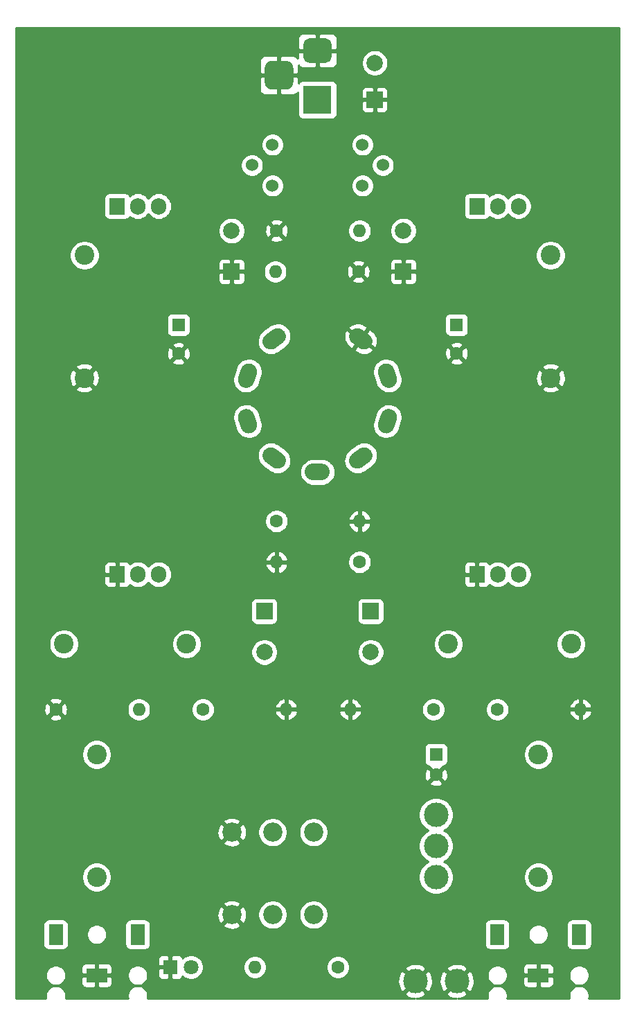
<source format=gbr>
G04 #@! TF.GenerationSoftware,KiCad,Pcbnew,(5.1.6)-1*
G04 #@! TF.CreationDate,2020-12-21T19:05:14-08:00*
G04 #@! TF.ProjectId,12AU7-Amplifier,31324155-372d-4416-9d70-6c6966696572,1.0*
G04 #@! TF.SameCoordinates,Original*
G04 #@! TF.FileFunction,Copper,L3,Inr*
G04 #@! TF.FilePolarity,Positive*
%FSLAX46Y46*%
G04 Gerber Fmt 4.6, Leading zero omitted, Abs format (unit mm)*
G04 Created by KiCad (PCBNEW (5.1.6)-1) date 2020-12-21 19:05:14*
%MOMM*%
%LPD*%
G01*
G04 APERTURE LIST*
G04 #@! TA.AperFunction,ViaPad*
%ADD10C,2.400000*%
G04 #@! TD*
G04 #@! TA.AperFunction,ViaPad*
%ADD11C,2.000000*%
G04 #@! TD*
G04 #@! TA.AperFunction,ViaPad*
%ADD12R,2.000000X2.000000*%
G04 #@! TD*
G04 #@! TA.AperFunction,ViaPad*
%ADD13O,1.905000X2.000000*%
G04 #@! TD*
G04 #@! TA.AperFunction,ViaPad*
%ADD14R,1.905000X2.000000*%
G04 #@! TD*
G04 #@! TA.AperFunction,ViaPad*
%ADD15O,1.600000X1.600000*%
G04 #@! TD*
G04 #@! TA.AperFunction,ViaPad*
%ADD16C,1.600000*%
G04 #@! TD*
G04 #@! TA.AperFunction,ViaPad*
%ADD17C,1.524000*%
G04 #@! TD*
G04 #@! TA.AperFunction,ViaPad*
%ADD18R,1.600000X1.600000*%
G04 #@! TD*
G04 #@! TA.AperFunction,ViaPad*
%ADD19C,3.000000*%
G04 #@! TD*
G04 #@! TA.AperFunction,ViaPad*
%ADD20R,3.500000X3.500000*%
G04 #@! TD*
G04 #@! TA.AperFunction,ViaPad*
%ADD21O,3.050000X2.030000*%
G04 #@! TD*
G04 #@! TA.AperFunction,ViaPad*
%ADD22C,2.340000*%
G04 #@! TD*
G04 #@! TA.AperFunction,ViaPad*
%ADD23R,2.500000X1.800000*%
G04 #@! TD*
G04 #@! TA.AperFunction,ViaPad*
%ADD24R,1.800000X2.500000*%
G04 #@! TD*
G04 #@! TA.AperFunction,ViaPad*
%ADD25C,1.800000*%
G04 #@! TD*
G04 #@! TA.AperFunction,ViaPad*
%ADD26R,1.800000X1.800000*%
G04 #@! TD*
G04 #@! TA.AperFunction,ViaPad*
%ADD27C,0.800000*%
G04 #@! TD*
G04 #@! TA.AperFunction,Conductor*
%ADD28C,0.254000*%
G04 #@! TD*
G04 APERTURE END LIST*
D10*
X95500000Y-134500000D03*
X95500000Y-119500000D03*
D11*
X129000000Y-107000000D03*
D12*
X129000000Y-102000000D03*
D13*
X147080000Y-97500000D03*
X144540000Y-97500000D03*
D14*
X142000000Y-97500000D03*
D13*
X103080000Y-97500000D03*
X100540000Y-97500000D03*
D14*
X98000000Y-97500000D03*
D13*
X147080000Y-52500000D03*
X144540000Y-52500000D03*
D14*
X142000000Y-52500000D03*
D13*
X103080000Y-52500000D03*
X100540000Y-52500000D03*
D14*
X98000000Y-52500000D03*
D15*
X127660000Y-55500000D03*
D16*
X117500000Y-55500000D03*
D15*
X117340000Y-60500000D03*
D16*
X127500000Y-60500000D03*
D11*
X133000000Y-55500000D03*
X112000000Y-55500000D03*
D12*
X133000000Y-60500000D03*
X112000000Y-60500000D03*
D11*
X129500000Y-35000000D03*
D12*
X129500000Y-39500000D03*
D17*
X128000000Y-50000000D03*
X130500000Y-47500000D03*
X128000000Y-45000000D03*
X117000000Y-45000000D03*
X114500000Y-47500000D03*
X117000000Y-50000000D03*
D16*
X139500000Y-70500000D03*
D18*
X139500000Y-67000000D03*
D16*
X105500000Y-70500000D03*
D18*
X105500000Y-67000000D03*
D10*
X138500000Y-106000000D03*
X153500000Y-106000000D03*
X106500000Y-106000000D03*
X91500000Y-106000000D03*
X151000000Y-73500000D03*
X151000000Y-58500000D03*
X94000000Y-58500000D03*
X94000000Y-73500000D03*
X149500000Y-134500000D03*
X149500000Y-119500000D03*
D19*
X139540000Y-147200000D03*
X134460000Y-147200000D03*
X137000000Y-126880000D03*
X137000000Y-130690000D03*
X137000000Y-134500000D03*
D20*
X122500000Y-39500000D03*
G04 #@! TA.AperFunction,ViaPad*
G36*
G01*
X121500000Y-32000000D02*
X123500000Y-32000000D01*
G75*
G02*
X124250000Y-32750000I0J-750000D01*
G01*
X124250000Y-34250000D01*
G75*
G02*
X123500000Y-35000000I-750000J0D01*
G01*
X121500000Y-35000000D01*
G75*
G02*
X120750000Y-34250000I0J750000D01*
G01*
X120750000Y-32750000D01*
G75*
G02*
X121500000Y-32000000I750000J0D01*
G01*
G37*
G04 #@! TD.AperFunction*
G04 #@! TA.AperFunction,ViaPad*
G36*
G01*
X116925000Y-34750000D02*
X118675000Y-34750000D01*
G75*
G02*
X119550000Y-35625000I0J-875000D01*
G01*
X119550000Y-37375000D01*
G75*
G02*
X118675000Y-38250000I-875000J0D01*
G01*
X116925000Y-38250000D01*
G75*
G02*
X116050000Y-37375000I0J875000D01*
G01*
X116050000Y-35625000D01*
G75*
G02*
X116925000Y-34750000I875000J0D01*
G01*
G37*
G04 #@! TD.AperFunction*
G04 #@! TA.AperFunction,ViaPad*
G36*
G01*
X118219201Y-69241382D02*
X117394003Y-69840922D01*
G75*
G02*
X115976249Y-69616372I-596602J821152D01*
G01*
X115976249Y-69616372D01*
G75*
G02*
X116200799Y-68198618I821152J596602D01*
G01*
X117025997Y-67599078D01*
G75*
G02*
X118443751Y-67823628I596602J-821152D01*
G01*
X118443751Y-67823628D01*
G75*
G02*
X118219201Y-69241382I-821152J-596602D01*
G01*
G37*
G04 #@! TD.AperFunction*
G04 #@! TA.AperFunction,ViaPad*
G36*
G01*
X115062921Y-73048613D02*
X114747723Y-74018691D01*
G75*
G02*
X113468749Y-74670361I-965322J313652D01*
G01*
X113468749Y-74670361D01*
G75*
G02*
X112817079Y-73391387I313652J965322D01*
G01*
X113132277Y-72421309D01*
G75*
G02*
X114411251Y-71769639I965322J-313652D01*
G01*
X114411251Y-71769639D01*
G75*
G02*
X115062921Y-73048613I-313652J-965322D01*
G01*
G37*
G04 #@! TD.AperFunction*
G04 #@! TA.AperFunction,ViaPad*
G36*
G01*
X114747724Y-77981309D02*
X115062921Y-78951387D01*
G75*
G02*
X114411251Y-80230361I-965322J-313652D01*
G01*
X114411251Y-80230361D01*
G75*
G02*
X113132277Y-79578691I-313652J965322D01*
G01*
X112817079Y-78608613D01*
G75*
G02*
X113468749Y-77329639I965322J313652D01*
G01*
X113468749Y-77329639D01*
G75*
G02*
X114747723Y-77981309I313652J-965322D01*
G01*
G37*
G04 #@! TD.AperFunction*
G04 #@! TA.AperFunction,ViaPad*
G36*
G01*
X117394003Y-82159077D02*
X118219201Y-82758618D01*
G75*
G02*
X118443751Y-84176372I-596602J-821152D01*
G01*
X118443751Y-84176372D01*
G75*
G02*
X117025997Y-84400922I-821152J596602D01*
G01*
X116200799Y-83801382D01*
G75*
G02*
X115976249Y-82383628I596602J821152D01*
G01*
X115976249Y-82383628D01*
G75*
G02*
X117394003Y-82159078I821152J-596602D01*
G01*
G37*
G04 #@! TD.AperFunction*
D21*
X122500000Y-85000000D03*
G04 #@! TA.AperFunction,ViaPad*
G36*
G01*
X128799201Y-83801382D02*
X127974003Y-84400922D01*
G75*
G02*
X126556249Y-84176372I-596602J821152D01*
G01*
X126556249Y-84176372D01*
G75*
G02*
X126780799Y-82758618I821152J596602D01*
G01*
X127605997Y-82159078D01*
G75*
G02*
X129023751Y-82383628I596602J-821152D01*
G01*
X129023751Y-82383628D01*
G75*
G02*
X128799201Y-83801382I-821152J-596602D01*
G01*
G37*
G04 #@! TD.AperFunction*
G04 #@! TA.AperFunction,ViaPad*
G36*
G01*
X132182921Y-78608613D02*
X131867723Y-79578691D01*
G75*
G02*
X130588749Y-80230361I-965322J313652D01*
G01*
X130588749Y-80230361D01*
G75*
G02*
X129937079Y-78951387I313652J965322D01*
G01*
X130252277Y-77981309D01*
G75*
G02*
X131531251Y-77329639I965322J-313652D01*
G01*
X131531251Y-77329639D01*
G75*
G02*
X132182921Y-78608613I-313652J-965322D01*
G01*
G37*
G04 #@! TD.AperFunction*
G04 #@! TA.AperFunction,ViaPad*
G36*
G01*
X131867724Y-72421309D02*
X132182921Y-73391387D01*
G75*
G02*
X131531251Y-74670361I-965322J-313652D01*
G01*
X131531251Y-74670361D01*
G75*
G02*
X130252277Y-74018691I-313652J965322D01*
G01*
X129937079Y-73048613D01*
G75*
G02*
X130588749Y-71769639I965322J313652D01*
G01*
X130588749Y-71769639D01*
G75*
G02*
X131867723Y-72421309I313652J-965322D01*
G01*
G37*
G04 #@! TD.AperFunction*
G04 #@! TA.AperFunction,ViaPad*
G36*
G01*
X127974003Y-67599077D02*
X128799201Y-68198618D01*
G75*
G02*
X129023751Y-69616372I-596602J-821152D01*
G01*
X129023751Y-69616372D01*
G75*
G02*
X127605997Y-69840922I-821152J596602D01*
G01*
X126780799Y-69241382D01*
G75*
G02*
X126556249Y-67823628I596602J821152D01*
G01*
X126556249Y-67823628D01*
G75*
G02*
X127974003Y-67599078I821152J-596602D01*
G01*
G37*
G04 #@! TD.AperFunction*
D22*
X112025400Y-129003720D03*
X117025400Y-129003720D03*
X122025400Y-129003720D03*
X112025400Y-139083720D03*
X117025400Y-139083720D03*
X122025400Y-139083720D03*
D15*
X126500000Y-114000000D03*
D16*
X136660000Y-114000000D03*
D15*
X118660000Y-114000000D03*
D16*
X108500000Y-114000000D03*
D15*
X117500000Y-96000000D03*
D16*
X127660000Y-96000000D03*
D15*
X127660000Y-91000000D03*
D16*
X117500000Y-91000000D03*
D15*
X114840000Y-145500000D03*
D16*
X125000000Y-145500000D03*
D15*
X154660000Y-114000000D03*
D16*
X144500000Y-114000000D03*
D15*
X100660000Y-114000000D03*
D16*
X90500000Y-114000000D03*
D23*
X149500000Y-146500000D03*
D24*
X154500000Y-141500000D03*
X144500000Y-141500000D03*
D23*
X95500000Y-146500000D03*
D24*
X100500000Y-141500000D03*
X90500000Y-141500000D03*
D25*
X107040000Y-145500000D03*
D26*
X104500000Y-145500000D03*
D11*
X116000000Y-107000000D03*
D12*
X116000000Y-102000000D03*
D16*
X137000000Y-122000000D03*
D18*
X137000000Y-119500000D03*
D27*
X158500000Y-32500000D03*
X158500000Y-37500000D03*
X158500000Y-42500000D03*
X158500000Y-47500000D03*
X158500000Y-57500000D03*
X158500000Y-52500000D03*
X158500000Y-67500000D03*
X158500000Y-62500000D03*
X158500000Y-72500000D03*
X158500000Y-77500000D03*
X158500000Y-82500000D03*
X158500000Y-87500000D03*
X158500000Y-97500000D03*
X158500000Y-102500000D03*
X158500000Y-92500000D03*
X158500000Y-117500000D03*
X158500000Y-107500000D03*
X158500000Y-112500000D03*
X158500000Y-127500000D03*
X158500000Y-132500000D03*
X158500000Y-122500000D03*
X158500000Y-137500000D03*
X158500000Y-142500000D03*
X86500000Y-32500000D03*
X86500000Y-82500000D03*
X86500000Y-132500000D03*
X86500000Y-42500000D03*
X86500000Y-137500000D03*
X86500000Y-87500000D03*
X86500000Y-112500000D03*
X86500000Y-102500000D03*
X86500000Y-62500000D03*
X86500000Y-92500000D03*
X86500000Y-117500000D03*
X86500000Y-142500000D03*
X86500000Y-52500000D03*
X86500000Y-77500000D03*
X86500000Y-107500000D03*
X86500000Y-37500000D03*
X86500000Y-67500000D03*
X86500000Y-97500000D03*
X86500000Y-47500000D03*
X86500000Y-57500000D03*
X86500000Y-122500000D03*
X86500000Y-72500000D03*
X86500000Y-127500000D03*
X92500000Y-148500000D03*
X105000000Y-148500000D03*
X110000000Y-148500000D03*
X115000000Y-148500000D03*
X120000000Y-148500000D03*
X125000000Y-148500000D03*
X130000000Y-148500000D03*
X152500000Y-148500000D03*
X90000000Y-31500000D03*
X155000000Y-31500000D03*
X115000000Y-31500000D03*
X110000000Y-31500000D03*
X100000000Y-31500000D03*
X120000000Y-31500000D03*
X130000000Y-31500000D03*
X95000000Y-31500000D03*
X145000000Y-31500000D03*
X105000000Y-31500000D03*
X140000000Y-31500000D03*
X135000000Y-31500000D03*
X125000000Y-31500000D03*
X150000000Y-31500000D03*
X158500000Y-147500000D03*
X86500000Y-147500000D03*
X147500000Y-148500000D03*
X97500000Y-148500000D03*
D28*
G36*
X159340001Y-149340000D02*
G01*
X155691565Y-149340000D01*
X155735000Y-149121637D01*
X155735000Y-148878363D01*
X155687540Y-148639764D01*
X155594443Y-148415008D01*
X155459287Y-148212733D01*
X155287267Y-148040713D01*
X155084992Y-147905557D01*
X154860236Y-147812460D01*
X154621637Y-147765000D01*
X154378363Y-147765000D01*
X154139764Y-147812460D01*
X153915008Y-147905557D01*
X153712733Y-148040713D01*
X153540713Y-148212733D01*
X153405557Y-148415008D01*
X153312460Y-148639764D01*
X153265000Y-148878363D01*
X153265000Y-149121637D01*
X153308435Y-149340000D01*
X145691565Y-149340000D01*
X145735000Y-149121637D01*
X145735000Y-148878363D01*
X145687540Y-148639764D01*
X145594443Y-148415008D01*
X145459287Y-148212733D01*
X145287267Y-148040713D01*
X145084992Y-147905557D01*
X144860236Y-147812460D01*
X144621637Y-147765000D01*
X144378363Y-147765000D01*
X144139764Y-147812460D01*
X143915008Y-147905557D01*
X143712733Y-148040713D01*
X143540713Y-148212733D01*
X143405557Y-148415008D01*
X143312460Y-148639764D01*
X143265000Y-148878363D01*
X143265000Y-149121637D01*
X143308435Y-149340000D01*
X139624125Y-149340000D01*
X140000451Y-149295334D01*
X140400383Y-149165243D01*
X140696038Y-149007214D01*
X140852048Y-148691653D01*
X139540000Y-147379605D01*
X138227952Y-148691653D01*
X138383962Y-149007214D01*
X138758745Y-149198020D01*
X139163551Y-149312044D01*
X139520274Y-149340000D01*
X134544125Y-149340000D01*
X134920451Y-149295334D01*
X135320383Y-149165243D01*
X135616038Y-149007214D01*
X135772048Y-148691653D01*
X134460000Y-147379605D01*
X133147952Y-148691653D01*
X133303962Y-149007214D01*
X133678745Y-149198020D01*
X134083551Y-149312044D01*
X134440274Y-149340000D01*
X101691565Y-149340000D01*
X101735000Y-149121637D01*
X101735000Y-148878363D01*
X101687540Y-148639764D01*
X101594443Y-148415008D01*
X101459287Y-148212733D01*
X101287267Y-148040713D01*
X101084992Y-147905557D01*
X100860236Y-147812460D01*
X100621637Y-147765000D01*
X100378363Y-147765000D01*
X100139764Y-147812460D01*
X99915008Y-147905557D01*
X99712733Y-148040713D01*
X99540713Y-148212733D01*
X99405557Y-148415008D01*
X99312460Y-148639764D01*
X99265000Y-148878363D01*
X99265000Y-149121637D01*
X99308435Y-149340000D01*
X91691565Y-149340000D01*
X91735000Y-149121637D01*
X91735000Y-148878363D01*
X91687540Y-148639764D01*
X91594443Y-148415008D01*
X91459287Y-148212733D01*
X91287267Y-148040713D01*
X91084992Y-147905557D01*
X90860236Y-147812460D01*
X90621637Y-147765000D01*
X90378363Y-147765000D01*
X90139764Y-147812460D01*
X89915008Y-147905557D01*
X89712733Y-148040713D01*
X89540713Y-148212733D01*
X89405557Y-148415008D01*
X89312460Y-148639764D01*
X89265000Y-148878363D01*
X89265000Y-149121637D01*
X89308435Y-149340000D01*
X85660000Y-149340000D01*
X85660000Y-146378363D01*
X89265000Y-146378363D01*
X89265000Y-146621637D01*
X89312460Y-146860236D01*
X89405557Y-147084992D01*
X89540713Y-147287267D01*
X89712733Y-147459287D01*
X89915008Y-147594443D01*
X90139764Y-147687540D01*
X90378363Y-147735000D01*
X90621637Y-147735000D01*
X90860236Y-147687540D01*
X91084992Y-147594443D01*
X91287267Y-147459287D01*
X91346554Y-147400000D01*
X93611928Y-147400000D01*
X93624188Y-147524482D01*
X93660498Y-147644180D01*
X93719463Y-147754494D01*
X93798815Y-147851185D01*
X93895506Y-147930537D01*
X94005820Y-147989502D01*
X94125518Y-148025812D01*
X94250000Y-148038072D01*
X95214250Y-148035000D01*
X95373000Y-147876250D01*
X95373000Y-146627000D01*
X95627000Y-146627000D01*
X95627000Y-147876250D01*
X95785750Y-148035000D01*
X96750000Y-148038072D01*
X96874482Y-148025812D01*
X96994180Y-147989502D01*
X97104494Y-147930537D01*
X97201185Y-147851185D01*
X97280537Y-147754494D01*
X97339502Y-147644180D01*
X97375812Y-147524482D01*
X97388072Y-147400000D01*
X97385000Y-146785750D01*
X97226250Y-146627000D01*
X95627000Y-146627000D01*
X95373000Y-146627000D01*
X93773750Y-146627000D01*
X93615000Y-146785750D01*
X93611928Y-147400000D01*
X91346554Y-147400000D01*
X91459287Y-147287267D01*
X91594443Y-147084992D01*
X91687540Y-146860236D01*
X91735000Y-146621637D01*
X91735000Y-146378363D01*
X99265000Y-146378363D01*
X99265000Y-146621637D01*
X99312460Y-146860236D01*
X99405557Y-147084992D01*
X99540713Y-147287267D01*
X99712733Y-147459287D01*
X99915008Y-147594443D01*
X100139764Y-147687540D01*
X100378363Y-147735000D01*
X100621637Y-147735000D01*
X100860236Y-147687540D01*
X101084992Y-147594443D01*
X101287267Y-147459287D01*
X101459287Y-147287267D01*
X101488982Y-147242824D01*
X132315098Y-147242824D01*
X132364666Y-147660451D01*
X132494757Y-148060383D01*
X132652786Y-148356038D01*
X132968347Y-148512048D01*
X134280395Y-147200000D01*
X134639605Y-147200000D01*
X135951653Y-148512048D01*
X136267214Y-148356038D01*
X136458020Y-147981255D01*
X136572044Y-147576449D01*
X136598189Y-147242824D01*
X137395098Y-147242824D01*
X137444666Y-147660451D01*
X137574757Y-148060383D01*
X137732786Y-148356038D01*
X138048347Y-148512048D01*
X139360395Y-147200000D01*
X139719605Y-147200000D01*
X141031653Y-148512048D01*
X141347214Y-148356038D01*
X141538020Y-147981255D01*
X141652044Y-147576449D01*
X141684902Y-147157176D01*
X141635334Y-146739549D01*
X141517847Y-146378363D01*
X143265000Y-146378363D01*
X143265000Y-146621637D01*
X143312460Y-146860236D01*
X143405557Y-147084992D01*
X143540713Y-147287267D01*
X143712733Y-147459287D01*
X143915008Y-147594443D01*
X144139764Y-147687540D01*
X144378363Y-147735000D01*
X144621637Y-147735000D01*
X144860236Y-147687540D01*
X145084992Y-147594443D01*
X145287267Y-147459287D01*
X145346554Y-147400000D01*
X147611928Y-147400000D01*
X147624188Y-147524482D01*
X147660498Y-147644180D01*
X147719463Y-147754494D01*
X147798815Y-147851185D01*
X147895506Y-147930537D01*
X148005820Y-147989502D01*
X148125518Y-148025812D01*
X148250000Y-148038072D01*
X149214250Y-148035000D01*
X149373000Y-147876250D01*
X149373000Y-146627000D01*
X149627000Y-146627000D01*
X149627000Y-147876250D01*
X149785750Y-148035000D01*
X150750000Y-148038072D01*
X150874482Y-148025812D01*
X150994180Y-147989502D01*
X151104494Y-147930537D01*
X151201185Y-147851185D01*
X151280537Y-147754494D01*
X151339502Y-147644180D01*
X151375812Y-147524482D01*
X151388072Y-147400000D01*
X151385000Y-146785750D01*
X151226250Y-146627000D01*
X149627000Y-146627000D01*
X149373000Y-146627000D01*
X147773750Y-146627000D01*
X147615000Y-146785750D01*
X147611928Y-147400000D01*
X145346554Y-147400000D01*
X145459287Y-147287267D01*
X145594443Y-147084992D01*
X145687540Y-146860236D01*
X145735000Y-146621637D01*
X145735000Y-146378363D01*
X153265000Y-146378363D01*
X153265000Y-146621637D01*
X153312460Y-146860236D01*
X153405557Y-147084992D01*
X153540713Y-147287267D01*
X153712733Y-147459287D01*
X153915008Y-147594443D01*
X154139764Y-147687540D01*
X154378363Y-147735000D01*
X154621637Y-147735000D01*
X154860236Y-147687540D01*
X155084992Y-147594443D01*
X155287267Y-147459287D01*
X155459287Y-147287267D01*
X155594443Y-147084992D01*
X155687540Y-146860236D01*
X155735000Y-146621637D01*
X155735000Y-146378363D01*
X155687540Y-146139764D01*
X155594443Y-145915008D01*
X155459287Y-145712733D01*
X155287267Y-145540713D01*
X155084992Y-145405557D01*
X154860236Y-145312460D01*
X154621637Y-145265000D01*
X154378363Y-145265000D01*
X154139764Y-145312460D01*
X153915008Y-145405557D01*
X153712733Y-145540713D01*
X153540713Y-145712733D01*
X153405557Y-145915008D01*
X153312460Y-146139764D01*
X153265000Y-146378363D01*
X145735000Y-146378363D01*
X145687540Y-146139764D01*
X145594443Y-145915008D01*
X145459287Y-145712733D01*
X145346554Y-145600000D01*
X147611928Y-145600000D01*
X147615000Y-146214250D01*
X147773750Y-146373000D01*
X149373000Y-146373000D01*
X149373000Y-145123750D01*
X149627000Y-145123750D01*
X149627000Y-146373000D01*
X151226250Y-146373000D01*
X151385000Y-146214250D01*
X151388072Y-145600000D01*
X151375812Y-145475518D01*
X151339502Y-145355820D01*
X151280537Y-145245506D01*
X151201185Y-145148815D01*
X151104494Y-145069463D01*
X150994180Y-145010498D01*
X150874482Y-144974188D01*
X150750000Y-144961928D01*
X149785750Y-144965000D01*
X149627000Y-145123750D01*
X149373000Y-145123750D01*
X149214250Y-144965000D01*
X148250000Y-144961928D01*
X148125518Y-144974188D01*
X148005820Y-145010498D01*
X147895506Y-145069463D01*
X147798815Y-145148815D01*
X147719463Y-145245506D01*
X147660498Y-145355820D01*
X147624188Y-145475518D01*
X147611928Y-145600000D01*
X145346554Y-145600000D01*
X145287267Y-145540713D01*
X145084992Y-145405557D01*
X144860236Y-145312460D01*
X144621637Y-145265000D01*
X144378363Y-145265000D01*
X144139764Y-145312460D01*
X143915008Y-145405557D01*
X143712733Y-145540713D01*
X143540713Y-145712733D01*
X143405557Y-145915008D01*
X143312460Y-146139764D01*
X143265000Y-146378363D01*
X141517847Y-146378363D01*
X141505243Y-146339617D01*
X141347214Y-146043962D01*
X141031653Y-145887952D01*
X139719605Y-147200000D01*
X139360395Y-147200000D01*
X138048347Y-145887952D01*
X137732786Y-146043962D01*
X137541980Y-146418745D01*
X137427956Y-146823551D01*
X137395098Y-147242824D01*
X136598189Y-147242824D01*
X136604902Y-147157176D01*
X136555334Y-146739549D01*
X136425243Y-146339617D01*
X136267214Y-146043962D01*
X135951653Y-145887952D01*
X134639605Y-147200000D01*
X134280395Y-147200000D01*
X132968347Y-145887952D01*
X132652786Y-146043962D01*
X132461980Y-146418745D01*
X132347956Y-146823551D01*
X132315098Y-147242824D01*
X101488982Y-147242824D01*
X101594443Y-147084992D01*
X101687540Y-146860236D01*
X101735000Y-146621637D01*
X101735000Y-146400000D01*
X102961928Y-146400000D01*
X102974188Y-146524482D01*
X103010498Y-146644180D01*
X103069463Y-146754494D01*
X103148815Y-146851185D01*
X103245506Y-146930537D01*
X103355820Y-146989502D01*
X103475518Y-147025812D01*
X103600000Y-147038072D01*
X104214250Y-147035000D01*
X104373000Y-146876250D01*
X104373000Y-145627000D01*
X103123750Y-145627000D01*
X102965000Y-145785750D01*
X102961928Y-146400000D01*
X101735000Y-146400000D01*
X101735000Y-146378363D01*
X101687540Y-146139764D01*
X101594443Y-145915008D01*
X101459287Y-145712733D01*
X101287267Y-145540713D01*
X101084992Y-145405557D01*
X100860236Y-145312460D01*
X100621637Y-145265000D01*
X100378363Y-145265000D01*
X100139764Y-145312460D01*
X99915008Y-145405557D01*
X99712733Y-145540713D01*
X99540713Y-145712733D01*
X99405557Y-145915008D01*
X99312460Y-146139764D01*
X99265000Y-146378363D01*
X91735000Y-146378363D01*
X91687540Y-146139764D01*
X91594443Y-145915008D01*
X91459287Y-145712733D01*
X91346554Y-145600000D01*
X93611928Y-145600000D01*
X93615000Y-146214250D01*
X93773750Y-146373000D01*
X95373000Y-146373000D01*
X95373000Y-145123750D01*
X95627000Y-145123750D01*
X95627000Y-146373000D01*
X97226250Y-146373000D01*
X97385000Y-146214250D01*
X97388072Y-145600000D01*
X97375812Y-145475518D01*
X97339502Y-145355820D01*
X97280537Y-145245506D01*
X97201185Y-145148815D01*
X97104494Y-145069463D01*
X96994180Y-145010498D01*
X96874482Y-144974188D01*
X96750000Y-144961928D01*
X95785750Y-144965000D01*
X95627000Y-145123750D01*
X95373000Y-145123750D01*
X95214250Y-144965000D01*
X94250000Y-144961928D01*
X94125518Y-144974188D01*
X94005820Y-145010498D01*
X93895506Y-145069463D01*
X93798815Y-145148815D01*
X93719463Y-145245506D01*
X93660498Y-145355820D01*
X93624188Y-145475518D01*
X93611928Y-145600000D01*
X91346554Y-145600000D01*
X91287267Y-145540713D01*
X91084992Y-145405557D01*
X90860236Y-145312460D01*
X90621637Y-145265000D01*
X90378363Y-145265000D01*
X90139764Y-145312460D01*
X89915008Y-145405557D01*
X89712733Y-145540713D01*
X89540713Y-145712733D01*
X89405557Y-145915008D01*
X89312460Y-146139764D01*
X89265000Y-146378363D01*
X85660000Y-146378363D01*
X85660000Y-144600000D01*
X102961928Y-144600000D01*
X102965000Y-145214250D01*
X103123750Y-145373000D01*
X104373000Y-145373000D01*
X104373000Y-144123750D01*
X104627000Y-144123750D01*
X104627000Y-145373000D01*
X104647000Y-145373000D01*
X104647000Y-145627000D01*
X104627000Y-145627000D01*
X104627000Y-146876250D01*
X104785750Y-147035000D01*
X105400000Y-147038072D01*
X105524482Y-147025812D01*
X105644180Y-146989502D01*
X105754494Y-146930537D01*
X105851185Y-146851185D01*
X105930537Y-146754494D01*
X105989502Y-146644180D01*
X105995056Y-146625873D01*
X106061495Y-146692312D01*
X106312905Y-146860299D01*
X106592257Y-146976011D01*
X106888816Y-147035000D01*
X107191184Y-147035000D01*
X107487743Y-146976011D01*
X107767095Y-146860299D01*
X108018505Y-146692312D01*
X108232312Y-146478505D01*
X108400299Y-146227095D01*
X108516011Y-145947743D01*
X108575000Y-145651184D01*
X108575000Y-145358665D01*
X113405000Y-145358665D01*
X113405000Y-145641335D01*
X113460147Y-145918574D01*
X113568320Y-146179727D01*
X113725363Y-146414759D01*
X113925241Y-146614637D01*
X114160273Y-146771680D01*
X114421426Y-146879853D01*
X114698665Y-146935000D01*
X114981335Y-146935000D01*
X115258574Y-146879853D01*
X115519727Y-146771680D01*
X115754759Y-146614637D01*
X115954637Y-146414759D01*
X116111680Y-146179727D01*
X116219853Y-145918574D01*
X116275000Y-145641335D01*
X116275000Y-145358665D01*
X123565000Y-145358665D01*
X123565000Y-145641335D01*
X123620147Y-145918574D01*
X123728320Y-146179727D01*
X123885363Y-146414759D01*
X124085241Y-146614637D01*
X124320273Y-146771680D01*
X124581426Y-146879853D01*
X124858665Y-146935000D01*
X125141335Y-146935000D01*
X125418574Y-146879853D01*
X125679727Y-146771680D01*
X125914759Y-146614637D01*
X126114637Y-146414759D01*
X126271680Y-146179727D01*
X126379853Y-145918574D01*
X126421670Y-145708347D01*
X133147952Y-145708347D01*
X134460000Y-147020395D01*
X135772048Y-145708347D01*
X138227952Y-145708347D01*
X139540000Y-147020395D01*
X140852048Y-145708347D01*
X140696038Y-145392786D01*
X140321255Y-145201980D01*
X139916449Y-145087956D01*
X139497176Y-145055098D01*
X139079549Y-145104666D01*
X138679617Y-145234757D01*
X138383962Y-145392786D01*
X138227952Y-145708347D01*
X135772048Y-145708347D01*
X135616038Y-145392786D01*
X135241255Y-145201980D01*
X134836449Y-145087956D01*
X134417176Y-145055098D01*
X133999549Y-145104666D01*
X133599617Y-145234757D01*
X133303962Y-145392786D01*
X133147952Y-145708347D01*
X126421670Y-145708347D01*
X126435000Y-145641335D01*
X126435000Y-145358665D01*
X126379853Y-145081426D01*
X126271680Y-144820273D01*
X126114637Y-144585241D01*
X125914759Y-144385363D01*
X125679727Y-144228320D01*
X125418574Y-144120147D01*
X125141335Y-144065000D01*
X124858665Y-144065000D01*
X124581426Y-144120147D01*
X124320273Y-144228320D01*
X124085241Y-144385363D01*
X123885363Y-144585241D01*
X123728320Y-144820273D01*
X123620147Y-145081426D01*
X123565000Y-145358665D01*
X116275000Y-145358665D01*
X116219853Y-145081426D01*
X116111680Y-144820273D01*
X115954637Y-144585241D01*
X115754759Y-144385363D01*
X115519727Y-144228320D01*
X115258574Y-144120147D01*
X114981335Y-144065000D01*
X114698665Y-144065000D01*
X114421426Y-144120147D01*
X114160273Y-144228320D01*
X113925241Y-144385363D01*
X113725363Y-144585241D01*
X113568320Y-144820273D01*
X113460147Y-145081426D01*
X113405000Y-145358665D01*
X108575000Y-145358665D01*
X108575000Y-145348816D01*
X108516011Y-145052257D01*
X108400299Y-144772905D01*
X108232312Y-144521495D01*
X108018505Y-144307688D01*
X107767095Y-144139701D01*
X107487743Y-144023989D01*
X107191184Y-143965000D01*
X106888816Y-143965000D01*
X106592257Y-144023989D01*
X106312905Y-144139701D01*
X106061495Y-144307688D01*
X105995056Y-144374127D01*
X105989502Y-144355820D01*
X105930537Y-144245506D01*
X105851185Y-144148815D01*
X105754494Y-144069463D01*
X105644180Y-144010498D01*
X105524482Y-143974188D01*
X105400000Y-143961928D01*
X104785750Y-143965000D01*
X104627000Y-144123750D01*
X104373000Y-144123750D01*
X104214250Y-143965000D01*
X103600000Y-143961928D01*
X103475518Y-143974188D01*
X103355820Y-144010498D01*
X103245506Y-144069463D01*
X103148815Y-144148815D01*
X103069463Y-144245506D01*
X103010498Y-144355820D01*
X102974188Y-144475518D01*
X102961928Y-144600000D01*
X85660000Y-144600000D01*
X85660000Y-140250000D01*
X88961928Y-140250000D01*
X88961928Y-142750000D01*
X88974188Y-142874482D01*
X89010498Y-142994180D01*
X89069463Y-143104494D01*
X89148815Y-143201185D01*
X89245506Y-143280537D01*
X89355820Y-143339502D01*
X89475518Y-143375812D01*
X89600000Y-143388072D01*
X91400000Y-143388072D01*
X91524482Y-143375812D01*
X91644180Y-143339502D01*
X91754494Y-143280537D01*
X91851185Y-143201185D01*
X91930537Y-143104494D01*
X91989502Y-142994180D01*
X92025812Y-142874482D01*
X92038072Y-142750000D01*
X92038072Y-141378363D01*
X94265000Y-141378363D01*
X94265000Y-141621637D01*
X94312460Y-141860236D01*
X94405557Y-142084992D01*
X94540713Y-142287267D01*
X94712733Y-142459287D01*
X94915008Y-142594443D01*
X95139764Y-142687540D01*
X95378363Y-142735000D01*
X95621637Y-142735000D01*
X95860236Y-142687540D01*
X96084992Y-142594443D01*
X96287267Y-142459287D01*
X96459287Y-142287267D01*
X96594443Y-142084992D01*
X96687540Y-141860236D01*
X96735000Y-141621637D01*
X96735000Y-141378363D01*
X96687540Y-141139764D01*
X96594443Y-140915008D01*
X96459287Y-140712733D01*
X96287267Y-140540713D01*
X96084992Y-140405557D01*
X95860236Y-140312460D01*
X95621637Y-140265000D01*
X95378363Y-140265000D01*
X95139764Y-140312460D01*
X94915008Y-140405557D01*
X94712733Y-140540713D01*
X94540713Y-140712733D01*
X94405557Y-140915008D01*
X94312460Y-141139764D01*
X94265000Y-141378363D01*
X92038072Y-141378363D01*
X92038072Y-140250000D01*
X98961928Y-140250000D01*
X98961928Y-142750000D01*
X98974188Y-142874482D01*
X99010498Y-142994180D01*
X99069463Y-143104494D01*
X99148815Y-143201185D01*
X99245506Y-143280537D01*
X99355820Y-143339502D01*
X99475518Y-143375812D01*
X99600000Y-143388072D01*
X101400000Y-143388072D01*
X101524482Y-143375812D01*
X101644180Y-143339502D01*
X101754494Y-143280537D01*
X101851185Y-143201185D01*
X101930537Y-143104494D01*
X101989502Y-142994180D01*
X102025812Y-142874482D01*
X102038072Y-142750000D01*
X102038072Y-140340322D01*
X110948403Y-140340322D01*
X111064675Y-140622109D01*
X111383260Y-140779977D01*
X111726522Y-140872658D01*
X112081269Y-140896593D01*
X112433870Y-140850859D01*
X112770773Y-140737215D01*
X112986125Y-140622109D01*
X113102397Y-140340322D01*
X112025400Y-139263325D01*
X110948403Y-140340322D01*
X102038072Y-140340322D01*
X102038072Y-140250000D01*
X102025812Y-140125518D01*
X101989502Y-140005820D01*
X101930537Y-139895506D01*
X101851185Y-139798815D01*
X101754494Y-139719463D01*
X101644180Y-139660498D01*
X101524482Y-139624188D01*
X101400000Y-139611928D01*
X99600000Y-139611928D01*
X99475518Y-139624188D01*
X99355820Y-139660498D01*
X99245506Y-139719463D01*
X99148815Y-139798815D01*
X99069463Y-139895506D01*
X99010498Y-140005820D01*
X98974188Y-140125518D01*
X98961928Y-140250000D01*
X92038072Y-140250000D01*
X92025812Y-140125518D01*
X91989502Y-140005820D01*
X91930537Y-139895506D01*
X91851185Y-139798815D01*
X91754494Y-139719463D01*
X91644180Y-139660498D01*
X91524482Y-139624188D01*
X91400000Y-139611928D01*
X89600000Y-139611928D01*
X89475518Y-139624188D01*
X89355820Y-139660498D01*
X89245506Y-139719463D01*
X89148815Y-139798815D01*
X89069463Y-139895506D01*
X89010498Y-140005820D01*
X88974188Y-140125518D01*
X88961928Y-140250000D01*
X85660000Y-140250000D01*
X85660000Y-139139589D01*
X110212527Y-139139589D01*
X110258261Y-139492190D01*
X110371905Y-139829093D01*
X110487011Y-140044445D01*
X110768798Y-140160717D01*
X111845795Y-139083720D01*
X112205005Y-139083720D01*
X113282002Y-140160717D01*
X113563789Y-140044445D01*
X113721657Y-139725860D01*
X113814338Y-139382598D01*
X113838273Y-139027851D01*
X113822461Y-138905943D01*
X115220400Y-138905943D01*
X115220400Y-139261497D01*
X115289765Y-139610219D01*
X115425829Y-139938708D01*
X115623365Y-140234341D01*
X115874779Y-140485755D01*
X116170412Y-140683291D01*
X116498901Y-140819355D01*
X116847623Y-140888720D01*
X117203177Y-140888720D01*
X117551899Y-140819355D01*
X117880388Y-140683291D01*
X118176021Y-140485755D01*
X118427435Y-140234341D01*
X118624971Y-139938708D01*
X118761035Y-139610219D01*
X118830400Y-139261497D01*
X118830400Y-138905943D01*
X120220400Y-138905943D01*
X120220400Y-139261497D01*
X120289765Y-139610219D01*
X120425829Y-139938708D01*
X120623365Y-140234341D01*
X120874779Y-140485755D01*
X121170412Y-140683291D01*
X121498901Y-140819355D01*
X121847623Y-140888720D01*
X122203177Y-140888720D01*
X122551899Y-140819355D01*
X122880388Y-140683291D01*
X123176021Y-140485755D01*
X123411776Y-140250000D01*
X142961928Y-140250000D01*
X142961928Y-142750000D01*
X142974188Y-142874482D01*
X143010498Y-142994180D01*
X143069463Y-143104494D01*
X143148815Y-143201185D01*
X143245506Y-143280537D01*
X143355820Y-143339502D01*
X143475518Y-143375812D01*
X143600000Y-143388072D01*
X145400000Y-143388072D01*
X145524482Y-143375812D01*
X145644180Y-143339502D01*
X145754494Y-143280537D01*
X145851185Y-143201185D01*
X145930537Y-143104494D01*
X145989502Y-142994180D01*
X146025812Y-142874482D01*
X146038072Y-142750000D01*
X146038072Y-141378363D01*
X148265000Y-141378363D01*
X148265000Y-141621637D01*
X148312460Y-141860236D01*
X148405557Y-142084992D01*
X148540713Y-142287267D01*
X148712733Y-142459287D01*
X148915008Y-142594443D01*
X149139764Y-142687540D01*
X149378363Y-142735000D01*
X149621637Y-142735000D01*
X149860236Y-142687540D01*
X150084992Y-142594443D01*
X150287267Y-142459287D01*
X150459287Y-142287267D01*
X150594443Y-142084992D01*
X150687540Y-141860236D01*
X150735000Y-141621637D01*
X150735000Y-141378363D01*
X150687540Y-141139764D01*
X150594443Y-140915008D01*
X150459287Y-140712733D01*
X150287267Y-140540713D01*
X150084992Y-140405557D01*
X149860236Y-140312460D01*
X149621637Y-140265000D01*
X149378363Y-140265000D01*
X149139764Y-140312460D01*
X148915008Y-140405557D01*
X148712733Y-140540713D01*
X148540713Y-140712733D01*
X148405557Y-140915008D01*
X148312460Y-141139764D01*
X148265000Y-141378363D01*
X146038072Y-141378363D01*
X146038072Y-140250000D01*
X152961928Y-140250000D01*
X152961928Y-142750000D01*
X152974188Y-142874482D01*
X153010498Y-142994180D01*
X153069463Y-143104494D01*
X153148815Y-143201185D01*
X153245506Y-143280537D01*
X153355820Y-143339502D01*
X153475518Y-143375812D01*
X153600000Y-143388072D01*
X155400000Y-143388072D01*
X155524482Y-143375812D01*
X155644180Y-143339502D01*
X155754494Y-143280537D01*
X155851185Y-143201185D01*
X155930537Y-143104494D01*
X155989502Y-142994180D01*
X156025812Y-142874482D01*
X156038072Y-142750000D01*
X156038072Y-140250000D01*
X156025812Y-140125518D01*
X155989502Y-140005820D01*
X155930537Y-139895506D01*
X155851185Y-139798815D01*
X155754494Y-139719463D01*
X155644180Y-139660498D01*
X155524482Y-139624188D01*
X155400000Y-139611928D01*
X153600000Y-139611928D01*
X153475518Y-139624188D01*
X153355820Y-139660498D01*
X153245506Y-139719463D01*
X153148815Y-139798815D01*
X153069463Y-139895506D01*
X153010498Y-140005820D01*
X152974188Y-140125518D01*
X152961928Y-140250000D01*
X146038072Y-140250000D01*
X146025812Y-140125518D01*
X145989502Y-140005820D01*
X145930537Y-139895506D01*
X145851185Y-139798815D01*
X145754494Y-139719463D01*
X145644180Y-139660498D01*
X145524482Y-139624188D01*
X145400000Y-139611928D01*
X143600000Y-139611928D01*
X143475518Y-139624188D01*
X143355820Y-139660498D01*
X143245506Y-139719463D01*
X143148815Y-139798815D01*
X143069463Y-139895506D01*
X143010498Y-140005820D01*
X142974188Y-140125518D01*
X142961928Y-140250000D01*
X123411776Y-140250000D01*
X123427435Y-140234341D01*
X123624971Y-139938708D01*
X123761035Y-139610219D01*
X123830400Y-139261497D01*
X123830400Y-138905943D01*
X123761035Y-138557221D01*
X123624971Y-138228732D01*
X123427435Y-137933099D01*
X123176021Y-137681685D01*
X122880388Y-137484149D01*
X122551899Y-137348085D01*
X122203177Y-137278720D01*
X121847623Y-137278720D01*
X121498901Y-137348085D01*
X121170412Y-137484149D01*
X120874779Y-137681685D01*
X120623365Y-137933099D01*
X120425829Y-138228732D01*
X120289765Y-138557221D01*
X120220400Y-138905943D01*
X118830400Y-138905943D01*
X118761035Y-138557221D01*
X118624971Y-138228732D01*
X118427435Y-137933099D01*
X118176021Y-137681685D01*
X117880388Y-137484149D01*
X117551899Y-137348085D01*
X117203177Y-137278720D01*
X116847623Y-137278720D01*
X116498901Y-137348085D01*
X116170412Y-137484149D01*
X115874779Y-137681685D01*
X115623365Y-137933099D01*
X115425829Y-138228732D01*
X115289765Y-138557221D01*
X115220400Y-138905943D01*
X113822461Y-138905943D01*
X113792539Y-138675250D01*
X113678895Y-138338347D01*
X113563789Y-138122995D01*
X113282002Y-138006723D01*
X112205005Y-139083720D01*
X111845795Y-139083720D01*
X110768798Y-138006723D01*
X110487011Y-138122995D01*
X110329143Y-138441580D01*
X110236462Y-138784842D01*
X110212527Y-139139589D01*
X85660000Y-139139589D01*
X85660000Y-137827118D01*
X110948403Y-137827118D01*
X112025400Y-138904115D01*
X113102397Y-137827118D01*
X112986125Y-137545331D01*
X112667540Y-137387463D01*
X112324278Y-137294782D01*
X111969531Y-137270847D01*
X111616930Y-137316581D01*
X111280027Y-137430225D01*
X111064675Y-137545331D01*
X110948403Y-137827118D01*
X85660000Y-137827118D01*
X85660000Y-134319268D01*
X93665000Y-134319268D01*
X93665000Y-134680732D01*
X93735518Y-135035250D01*
X93873844Y-135369199D01*
X94074662Y-135669744D01*
X94330256Y-135925338D01*
X94630801Y-136126156D01*
X94964750Y-136264482D01*
X95319268Y-136335000D01*
X95680732Y-136335000D01*
X96035250Y-136264482D01*
X96369199Y-136126156D01*
X96669744Y-135925338D01*
X96925338Y-135669744D01*
X97126156Y-135369199D01*
X97264482Y-135035250D01*
X97335000Y-134680732D01*
X97335000Y-134319268D01*
X97264482Y-133964750D01*
X97126156Y-133630801D01*
X96925338Y-133330256D01*
X96669744Y-133074662D01*
X96369199Y-132873844D01*
X96035250Y-132735518D01*
X95680732Y-132665000D01*
X95319268Y-132665000D01*
X94964750Y-132735518D01*
X94630801Y-132873844D01*
X94330256Y-133074662D01*
X94074662Y-133330256D01*
X93873844Y-133630801D01*
X93735518Y-133964750D01*
X93665000Y-134319268D01*
X85660000Y-134319268D01*
X85660000Y-130260322D01*
X110948403Y-130260322D01*
X111064675Y-130542109D01*
X111383260Y-130699977D01*
X111726522Y-130792658D01*
X112081269Y-130816593D01*
X112433870Y-130770859D01*
X112770773Y-130657215D01*
X112986125Y-130542109D01*
X113102397Y-130260322D01*
X112025400Y-129183325D01*
X110948403Y-130260322D01*
X85660000Y-130260322D01*
X85660000Y-129059589D01*
X110212527Y-129059589D01*
X110258261Y-129412190D01*
X110371905Y-129749093D01*
X110487011Y-129964445D01*
X110768798Y-130080717D01*
X111845795Y-129003720D01*
X112205005Y-129003720D01*
X113282002Y-130080717D01*
X113563789Y-129964445D01*
X113721657Y-129645860D01*
X113814338Y-129302598D01*
X113838273Y-128947851D01*
X113822461Y-128825943D01*
X115220400Y-128825943D01*
X115220400Y-129181497D01*
X115289765Y-129530219D01*
X115425829Y-129858708D01*
X115623365Y-130154341D01*
X115874779Y-130405755D01*
X116170412Y-130603291D01*
X116498901Y-130739355D01*
X116847623Y-130808720D01*
X117203177Y-130808720D01*
X117551899Y-130739355D01*
X117880388Y-130603291D01*
X118176021Y-130405755D01*
X118427435Y-130154341D01*
X118624971Y-129858708D01*
X118761035Y-129530219D01*
X118830400Y-129181497D01*
X118830400Y-128825943D01*
X120220400Y-128825943D01*
X120220400Y-129181497D01*
X120289765Y-129530219D01*
X120425829Y-129858708D01*
X120623365Y-130154341D01*
X120874779Y-130405755D01*
X121170412Y-130603291D01*
X121498901Y-130739355D01*
X121847623Y-130808720D01*
X122203177Y-130808720D01*
X122551899Y-130739355D01*
X122880388Y-130603291D01*
X123176021Y-130405755D01*
X123427435Y-130154341D01*
X123624971Y-129858708D01*
X123761035Y-129530219D01*
X123830400Y-129181497D01*
X123830400Y-128825943D01*
X123761035Y-128477221D01*
X123624971Y-128148732D01*
X123427435Y-127853099D01*
X123176021Y-127601685D01*
X122880388Y-127404149D01*
X122551899Y-127268085D01*
X122203177Y-127198720D01*
X121847623Y-127198720D01*
X121498901Y-127268085D01*
X121170412Y-127404149D01*
X120874779Y-127601685D01*
X120623365Y-127853099D01*
X120425829Y-128148732D01*
X120289765Y-128477221D01*
X120220400Y-128825943D01*
X118830400Y-128825943D01*
X118761035Y-128477221D01*
X118624971Y-128148732D01*
X118427435Y-127853099D01*
X118176021Y-127601685D01*
X117880388Y-127404149D01*
X117551899Y-127268085D01*
X117203177Y-127198720D01*
X116847623Y-127198720D01*
X116498901Y-127268085D01*
X116170412Y-127404149D01*
X115874779Y-127601685D01*
X115623365Y-127853099D01*
X115425829Y-128148732D01*
X115289765Y-128477221D01*
X115220400Y-128825943D01*
X113822461Y-128825943D01*
X113792539Y-128595250D01*
X113678895Y-128258347D01*
X113563789Y-128042995D01*
X113282002Y-127926723D01*
X112205005Y-129003720D01*
X111845795Y-129003720D01*
X110768798Y-127926723D01*
X110487011Y-128042995D01*
X110329143Y-128361580D01*
X110236462Y-128704842D01*
X110212527Y-129059589D01*
X85660000Y-129059589D01*
X85660000Y-127747118D01*
X110948403Y-127747118D01*
X112025400Y-128824115D01*
X113102397Y-127747118D01*
X112986125Y-127465331D01*
X112667540Y-127307463D01*
X112324278Y-127214782D01*
X111969531Y-127190847D01*
X111616930Y-127236581D01*
X111280027Y-127350225D01*
X111064675Y-127465331D01*
X110948403Y-127747118D01*
X85660000Y-127747118D01*
X85660000Y-126669721D01*
X134865000Y-126669721D01*
X134865000Y-127090279D01*
X134947047Y-127502756D01*
X135107988Y-127891302D01*
X135341637Y-128240983D01*
X135639017Y-128538363D01*
X135988698Y-128772012D01*
X136020054Y-128785000D01*
X135988698Y-128797988D01*
X135639017Y-129031637D01*
X135341637Y-129329017D01*
X135107988Y-129678698D01*
X134947047Y-130067244D01*
X134865000Y-130479721D01*
X134865000Y-130900279D01*
X134947047Y-131312756D01*
X135107988Y-131701302D01*
X135341637Y-132050983D01*
X135639017Y-132348363D01*
X135988698Y-132582012D01*
X136020054Y-132595000D01*
X135988698Y-132607988D01*
X135639017Y-132841637D01*
X135341637Y-133139017D01*
X135107988Y-133488698D01*
X134947047Y-133877244D01*
X134865000Y-134289721D01*
X134865000Y-134710279D01*
X134947047Y-135122756D01*
X135107988Y-135511302D01*
X135341637Y-135860983D01*
X135639017Y-136158363D01*
X135988698Y-136392012D01*
X136377244Y-136552953D01*
X136789721Y-136635000D01*
X137210279Y-136635000D01*
X137622756Y-136552953D01*
X138011302Y-136392012D01*
X138360983Y-136158363D01*
X138658363Y-135860983D01*
X138892012Y-135511302D01*
X139052953Y-135122756D01*
X139135000Y-134710279D01*
X139135000Y-134319268D01*
X147665000Y-134319268D01*
X147665000Y-134680732D01*
X147735518Y-135035250D01*
X147873844Y-135369199D01*
X148074662Y-135669744D01*
X148330256Y-135925338D01*
X148630801Y-136126156D01*
X148964750Y-136264482D01*
X149319268Y-136335000D01*
X149680732Y-136335000D01*
X150035250Y-136264482D01*
X150369199Y-136126156D01*
X150669744Y-135925338D01*
X150925338Y-135669744D01*
X151126156Y-135369199D01*
X151264482Y-135035250D01*
X151335000Y-134680732D01*
X151335000Y-134319268D01*
X151264482Y-133964750D01*
X151126156Y-133630801D01*
X150925338Y-133330256D01*
X150669744Y-133074662D01*
X150369199Y-132873844D01*
X150035250Y-132735518D01*
X149680732Y-132665000D01*
X149319268Y-132665000D01*
X148964750Y-132735518D01*
X148630801Y-132873844D01*
X148330256Y-133074662D01*
X148074662Y-133330256D01*
X147873844Y-133630801D01*
X147735518Y-133964750D01*
X147665000Y-134319268D01*
X139135000Y-134319268D01*
X139135000Y-134289721D01*
X139052953Y-133877244D01*
X138892012Y-133488698D01*
X138658363Y-133139017D01*
X138360983Y-132841637D01*
X138011302Y-132607988D01*
X137979946Y-132595000D01*
X138011302Y-132582012D01*
X138360983Y-132348363D01*
X138658363Y-132050983D01*
X138892012Y-131701302D01*
X139052953Y-131312756D01*
X139135000Y-130900279D01*
X139135000Y-130479721D01*
X139052953Y-130067244D01*
X138892012Y-129678698D01*
X138658363Y-129329017D01*
X138360983Y-129031637D01*
X138011302Y-128797988D01*
X137979946Y-128785000D01*
X138011302Y-128772012D01*
X138360983Y-128538363D01*
X138658363Y-128240983D01*
X138892012Y-127891302D01*
X139052953Y-127502756D01*
X139135000Y-127090279D01*
X139135000Y-126669721D01*
X139052953Y-126257244D01*
X138892012Y-125868698D01*
X138658363Y-125519017D01*
X138360983Y-125221637D01*
X138011302Y-124987988D01*
X137622756Y-124827047D01*
X137210279Y-124745000D01*
X136789721Y-124745000D01*
X136377244Y-124827047D01*
X135988698Y-124987988D01*
X135639017Y-125221637D01*
X135341637Y-125519017D01*
X135107988Y-125868698D01*
X134947047Y-126257244D01*
X134865000Y-126669721D01*
X85660000Y-126669721D01*
X85660000Y-122992702D01*
X136186903Y-122992702D01*
X136258486Y-123236671D01*
X136513996Y-123357571D01*
X136788184Y-123426300D01*
X137070512Y-123440217D01*
X137350130Y-123398787D01*
X137616292Y-123303603D01*
X137741514Y-123236671D01*
X137813097Y-122992702D01*
X137000000Y-122179605D01*
X136186903Y-122992702D01*
X85660000Y-122992702D01*
X85660000Y-122070512D01*
X135559783Y-122070512D01*
X135601213Y-122350130D01*
X135696397Y-122616292D01*
X135763329Y-122741514D01*
X136007298Y-122813097D01*
X136820395Y-122000000D01*
X137179605Y-122000000D01*
X137992702Y-122813097D01*
X138236671Y-122741514D01*
X138357571Y-122486004D01*
X138426300Y-122211816D01*
X138440217Y-121929488D01*
X138398787Y-121649870D01*
X138303603Y-121383708D01*
X138236671Y-121258486D01*
X137992702Y-121186903D01*
X137179605Y-122000000D01*
X136820395Y-122000000D01*
X136007298Y-121186903D01*
X135763329Y-121258486D01*
X135642429Y-121513996D01*
X135573700Y-121788184D01*
X135559783Y-122070512D01*
X85660000Y-122070512D01*
X85660000Y-119319268D01*
X93665000Y-119319268D01*
X93665000Y-119680732D01*
X93735518Y-120035250D01*
X93873844Y-120369199D01*
X94074662Y-120669744D01*
X94330256Y-120925338D01*
X94630801Y-121126156D01*
X94964750Y-121264482D01*
X95319268Y-121335000D01*
X95680732Y-121335000D01*
X96035250Y-121264482D01*
X96369199Y-121126156D01*
X96669744Y-120925338D01*
X96925338Y-120669744D01*
X97126156Y-120369199D01*
X97264482Y-120035250D01*
X97335000Y-119680732D01*
X97335000Y-119319268D01*
X97264482Y-118964750D01*
X97154820Y-118700000D01*
X135561928Y-118700000D01*
X135561928Y-120300000D01*
X135574188Y-120424482D01*
X135610498Y-120544180D01*
X135669463Y-120654494D01*
X135748815Y-120751185D01*
X135845506Y-120830537D01*
X135955820Y-120889502D01*
X136075518Y-120925812D01*
X136200000Y-120938072D01*
X136207215Y-120938072D01*
X136186903Y-121007298D01*
X137000000Y-121820395D01*
X137813097Y-121007298D01*
X137792785Y-120938072D01*
X137800000Y-120938072D01*
X137924482Y-120925812D01*
X138044180Y-120889502D01*
X138154494Y-120830537D01*
X138251185Y-120751185D01*
X138330537Y-120654494D01*
X138389502Y-120544180D01*
X138425812Y-120424482D01*
X138438072Y-120300000D01*
X138438072Y-119319268D01*
X147665000Y-119319268D01*
X147665000Y-119680732D01*
X147735518Y-120035250D01*
X147873844Y-120369199D01*
X148074662Y-120669744D01*
X148330256Y-120925338D01*
X148630801Y-121126156D01*
X148964750Y-121264482D01*
X149319268Y-121335000D01*
X149680732Y-121335000D01*
X150035250Y-121264482D01*
X150369199Y-121126156D01*
X150669744Y-120925338D01*
X150925338Y-120669744D01*
X151126156Y-120369199D01*
X151264482Y-120035250D01*
X151335000Y-119680732D01*
X151335000Y-119319268D01*
X151264482Y-118964750D01*
X151126156Y-118630801D01*
X150925338Y-118330256D01*
X150669744Y-118074662D01*
X150369199Y-117873844D01*
X150035250Y-117735518D01*
X149680732Y-117665000D01*
X149319268Y-117665000D01*
X148964750Y-117735518D01*
X148630801Y-117873844D01*
X148330256Y-118074662D01*
X148074662Y-118330256D01*
X147873844Y-118630801D01*
X147735518Y-118964750D01*
X147665000Y-119319268D01*
X138438072Y-119319268D01*
X138438072Y-118700000D01*
X138425812Y-118575518D01*
X138389502Y-118455820D01*
X138330537Y-118345506D01*
X138251185Y-118248815D01*
X138154494Y-118169463D01*
X138044180Y-118110498D01*
X137924482Y-118074188D01*
X137800000Y-118061928D01*
X136200000Y-118061928D01*
X136075518Y-118074188D01*
X135955820Y-118110498D01*
X135845506Y-118169463D01*
X135748815Y-118248815D01*
X135669463Y-118345506D01*
X135610498Y-118455820D01*
X135574188Y-118575518D01*
X135561928Y-118700000D01*
X97154820Y-118700000D01*
X97126156Y-118630801D01*
X96925338Y-118330256D01*
X96669744Y-118074662D01*
X96369199Y-117873844D01*
X96035250Y-117735518D01*
X95680732Y-117665000D01*
X95319268Y-117665000D01*
X94964750Y-117735518D01*
X94630801Y-117873844D01*
X94330256Y-118074662D01*
X94074662Y-118330256D01*
X93873844Y-118630801D01*
X93735518Y-118964750D01*
X93665000Y-119319268D01*
X85660000Y-119319268D01*
X85660000Y-114992702D01*
X89686903Y-114992702D01*
X89758486Y-115236671D01*
X90013996Y-115357571D01*
X90288184Y-115426300D01*
X90570512Y-115440217D01*
X90850130Y-115398787D01*
X91116292Y-115303603D01*
X91241514Y-115236671D01*
X91313097Y-114992702D01*
X90500000Y-114179605D01*
X89686903Y-114992702D01*
X85660000Y-114992702D01*
X85660000Y-114070512D01*
X89059783Y-114070512D01*
X89101213Y-114350130D01*
X89196397Y-114616292D01*
X89263329Y-114741514D01*
X89507298Y-114813097D01*
X90320395Y-114000000D01*
X90679605Y-114000000D01*
X91492702Y-114813097D01*
X91736671Y-114741514D01*
X91857571Y-114486004D01*
X91926300Y-114211816D01*
X91940217Y-113929488D01*
X91929724Y-113858665D01*
X99225000Y-113858665D01*
X99225000Y-114141335D01*
X99280147Y-114418574D01*
X99388320Y-114679727D01*
X99545363Y-114914759D01*
X99745241Y-115114637D01*
X99980273Y-115271680D01*
X100241426Y-115379853D01*
X100518665Y-115435000D01*
X100801335Y-115435000D01*
X101078574Y-115379853D01*
X101339727Y-115271680D01*
X101574759Y-115114637D01*
X101774637Y-114914759D01*
X101931680Y-114679727D01*
X102039853Y-114418574D01*
X102095000Y-114141335D01*
X102095000Y-113858665D01*
X107065000Y-113858665D01*
X107065000Y-114141335D01*
X107120147Y-114418574D01*
X107228320Y-114679727D01*
X107385363Y-114914759D01*
X107585241Y-115114637D01*
X107820273Y-115271680D01*
X108081426Y-115379853D01*
X108358665Y-115435000D01*
X108641335Y-115435000D01*
X108918574Y-115379853D01*
X109179727Y-115271680D01*
X109414759Y-115114637D01*
X109614637Y-114914759D01*
X109771680Y-114679727D01*
X109879853Y-114418574D01*
X109893684Y-114349039D01*
X117268096Y-114349039D01*
X117308754Y-114483087D01*
X117428963Y-114737420D01*
X117596481Y-114963414D01*
X117804869Y-115152385D01*
X118046119Y-115297070D01*
X118310960Y-115391909D01*
X118533000Y-115270624D01*
X118533000Y-114127000D01*
X118787000Y-114127000D01*
X118787000Y-115270624D01*
X119009040Y-115391909D01*
X119273881Y-115297070D01*
X119515131Y-115152385D01*
X119723519Y-114963414D01*
X119891037Y-114737420D01*
X120011246Y-114483087D01*
X120051904Y-114349039D01*
X125108096Y-114349039D01*
X125148754Y-114483087D01*
X125268963Y-114737420D01*
X125436481Y-114963414D01*
X125644869Y-115152385D01*
X125886119Y-115297070D01*
X126150960Y-115391909D01*
X126373000Y-115270624D01*
X126373000Y-114127000D01*
X126627000Y-114127000D01*
X126627000Y-115270624D01*
X126849040Y-115391909D01*
X127113881Y-115297070D01*
X127355131Y-115152385D01*
X127563519Y-114963414D01*
X127731037Y-114737420D01*
X127851246Y-114483087D01*
X127891904Y-114349039D01*
X127769915Y-114127000D01*
X126627000Y-114127000D01*
X126373000Y-114127000D01*
X125230085Y-114127000D01*
X125108096Y-114349039D01*
X120051904Y-114349039D01*
X119929915Y-114127000D01*
X118787000Y-114127000D01*
X118533000Y-114127000D01*
X117390085Y-114127000D01*
X117268096Y-114349039D01*
X109893684Y-114349039D01*
X109935000Y-114141335D01*
X109935000Y-113858665D01*
X109893685Y-113650961D01*
X117268096Y-113650961D01*
X117390085Y-113873000D01*
X118533000Y-113873000D01*
X118533000Y-112729376D01*
X118787000Y-112729376D01*
X118787000Y-113873000D01*
X119929915Y-113873000D01*
X120051904Y-113650961D01*
X125108096Y-113650961D01*
X125230085Y-113873000D01*
X126373000Y-113873000D01*
X126373000Y-112729376D01*
X126627000Y-112729376D01*
X126627000Y-113873000D01*
X127769915Y-113873000D01*
X127777790Y-113858665D01*
X135225000Y-113858665D01*
X135225000Y-114141335D01*
X135280147Y-114418574D01*
X135388320Y-114679727D01*
X135545363Y-114914759D01*
X135745241Y-115114637D01*
X135980273Y-115271680D01*
X136241426Y-115379853D01*
X136518665Y-115435000D01*
X136801335Y-115435000D01*
X137078574Y-115379853D01*
X137339727Y-115271680D01*
X137574759Y-115114637D01*
X137774637Y-114914759D01*
X137931680Y-114679727D01*
X138039853Y-114418574D01*
X138095000Y-114141335D01*
X138095000Y-113858665D01*
X143065000Y-113858665D01*
X143065000Y-114141335D01*
X143120147Y-114418574D01*
X143228320Y-114679727D01*
X143385363Y-114914759D01*
X143585241Y-115114637D01*
X143820273Y-115271680D01*
X144081426Y-115379853D01*
X144358665Y-115435000D01*
X144641335Y-115435000D01*
X144918574Y-115379853D01*
X145179727Y-115271680D01*
X145414759Y-115114637D01*
X145614637Y-114914759D01*
X145771680Y-114679727D01*
X145879853Y-114418574D01*
X145893684Y-114349039D01*
X153268096Y-114349039D01*
X153308754Y-114483087D01*
X153428963Y-114737420D01*
X153596481Y-114963414D01*
X153804869Y-115152385D01*
X154046119Y-115297070D01*
X154310960Y-115391909D01*
X154533000Y-115270624D01*
X154533000Y-114127000D01*
X154787000Y-114127000D01*
X154787000Y-115270624D01*
X155009040Y-115391909D01*
X155273881Y-115297070D01*
X155515131Y-115152385D01*
X155723519Y-114963414D01*
X155891037Y-114737420D01*
X156011246Y-114483087D01*
X156051904Y-114349039D01*
X155929915Y-114127000D01*
X154787000Y-114127000D01*
X154533000Y-114127000D01*
X153390085Y-114127000D01*
X153268096Y-114349039D01*
X145893684Y-114349039D01*
X145935000Y-114141335D01*
X145935000Y-113858665D01*
X145893685Y-113650961D01*
X153268096Y-113650961D01*
X153390085Y-113873000D01*
X154533000Y-113873000D01*
X154533000Y-112729376D01*
X154787000Y-112729376D01*
X154787000Y-113873000D01*
X155929915Y-113873000D01*
X156051904Y-113650961D01*
X156011246Y-113516913D01*
X155891037Y-113262580D01*
X155723519Y-113036586D01*
X155515131Y-112847615D01*
X155273881Y-112702930D01*
X155009040Y-112608091D01*
X154787000Y-112729376D01*
X154533000Y-112729376D01*
X154310960Y-112608091D01*
X154046119Y-112702930D01*
X153804869Y-112847615D01*
X153596481Y-113036586D01*
X153428963Y-113262580D01*
X153308754Y-113516913D01*
X153268096Y-113650961D01*
X145893685Y-113650961D01*
X145879853Y-113581426D01*
X145771680Y-113320273D01*
X145614637Y-113085241D01*
X145414759Y-112885363D01*
X145179727Y-112728320D01*
X144918574Y-112620147D01*
X144641335Y-112565000D01*
X144358665Y-112565000D01*
X144081426Y-112620147D01*
X143820273Y-112728320D01*
X143585241Y-112885363D01*
X143385363Y-113085241D01*
X143228320Y-113320273D01*
X143120147Y-113581426D01*
X143065000Y-113858665D01*
X138095000Y-113858665D01*
X138039853Y-113581426D01*
X137931680Y-113320273D01*
X137774637Y-113085241D01*
X137574759Y-112885363D01*
X137339727Y-112728320D01*
X137078574Y-112620147D01*
X136801335Y-112565000D01*
X136518665Y-112565000D01*
X136241426Y-112620147D01*
X135980273Y-112728320D01*
X135745241Y-112885363D01*
X135545363Y-113085241D01*
X135388320Y-113320273D01*
X135280147Y-113581426D01*
X135225000Y-113858665D01*
X127777790Y-113858665D01*
X127891904Y-113650961D01*
X127851246Y-113516913D01*
X127731037Y-113262580D01*
X127563519Y-113036586D01*
X127355131Y-112847615D01*
X127113881Y-112702930D01*
X126849040Y-112608091D01*
X126627000Y-112729376D01*
X126373000Y-112729376D01*
X126150960Y-112608091D01*
X125886119Y-112702930D01*
X125644869Y-112847615D01*
X125436481Y-113036586D01*
X125268963Y-113262580D01*
X125148754Y-113516913D01*
X125108096Y-113650961D01*
X120051904Y-113650961D01*
X120011246Y-113516913D01*
X119891037Y-113262580D01*
X119723519Y-113036586D01*
X119515131Y-112847615D01*
X119273881Y-112702930D01*
X119009040Y-112608091D01*
X118787000Y-112729376D01*
X118533000Y-112729376D01*
X118310960Y-112608091D01*
X118046119Y-112702930D01*
X117804869Y-112847615D01*
X117596481Y-113036586D01*
X117428963Y-113262580D01*
X117308754Y-113516913D01*
X117268096Y-113650961D01*
X109893685Y-113650961D01*
X109879853Y-113581426D01*
X109771680Y-113320273D01*
X109614637Y-113085241D01*
X109414759Y-112885363D01*
X109179727Y-112728320D01*
X108918574Y-112620147D01*
X108641335Y-112565000D01*
X108358665Y-112565000D01*
X108081426Y-112620147D01*
X107820273Y-112728320D01*
X107585241Y-112885363D01*
X107385363Y-113085241D01*
X107228320Y-113320273D01*
X107120147Y-113581426D01*
X107065000Y-113858665D01*
X102095000Y-113858665D01*
X102039853Y-113581426D01*
X101931680Y-113320273D01*
X101774637Y-113085241D01*
X101574759Y-112885363D01*
X101339727Y-112728320D01*
X101078574Y-112620147D01*
X100801335Y-112565000D01*
X100518665Y-112565000D01*
X100241426Y-112620147D01*
X99980273Y-112728320D01*
X99745241Y-112885363D01*
X99545363Y-113085241D01*
X99388320Y-113320273D01*
X99280147Y-113581426D01*
X99225000Y-113858665D01*
X91929724Y-113858665D01*
X91898787Y-113649870D01*
X91803603Y-113383708D01*
X91736671Y-113258486D01*
X91492702Y-113186903D01*
X90679605Y-114000000D01*
X90320395Y-114000000D01*
X89507298Y-113186903D01*
X89263329Y-113258486D01*
X89142429Y-113513996D01*
X89073700Y-113788184D01*
X89059783Y-114070512D01*
X85660000Y-114070512D01*
X85660000Y-113007298D01*
X89686903Y-113007298D01*
X90500000Y-113820395D01*
X91313097Y-113007298D01*
X91241514Y-112763329D01*
X90986004Y-112642429D01*
X90711816Y-112573700D01*
X90429488Y-112559783D01*
X90149870Y-112601213D01*
X89883708Y-112696397D01*
X89758486Y-112763329D01*
X89686903Y-113007298D01*
X85660000Y-113007298D01*
X85660000Y-105819268D01*
X89665000Y-105819268D01*
X89665000Y-106180732D01*
X89735518Y-106535250D01*
X89873844Y-106869199D01*
X90074662Y-107169744D01*
X90330256Y-107425338D01*
X90630801Y-107626156D01*
X90964750Y-107764482D01*
X91319268Y-107835000D01*
X91680732Y-107835000D01*
X92035250Y-107764482D01*
X92369199Y-107626156D01*
X92669744Y-107425338D01*
X92925338Y-107169744D01*
X93126156Y-106869199D01*
X93264482Y-106535250D01*
X93335000Y-106180732D01*
X93335000Y-105819268D01*
X104665000Y-105819268D01*
X104665000Y-106180732D01*
X104735518Y-106535250D01*
X104873844Y-106869199D01*
X105074662Y-107169744D01*
X105330256Y-107425338D01*
X105630801Y-107626156D01*
X105964750Y-107764482D01*
X106319268Y-107835000D01*
X106680732Y-107835000D01*
X107035250Y-107764482D01*
X107369199Y-107626156D01*
X107669744Y-107425338D01*
X107925338Y-107169744D01*
X108126156Y-106869199D01*
X108138678Y-106838967D01*
X114365000Y-106838967D01*
X114365000Y-107161033D01*
X114427832Y-107476912D01*
X114551082Y-107774463D01*
X114730013Y-108042252D01*
X114957748Y-108269987D01*
X115225537Y-108448918D01*
X115523088Y-108572168D01*
X115838967Y-108635000D01*
X116161033Y-108635000D01*
X116476912Y-108572168D01*
X116774463Y-108448918D01*
X117042252Y-108269987D01*
X117269987Y-108042252D01*
X117448918Y-107774463D01*
X117572168Y-107476912D01*
X117635000Y-107161033D01*
X117635000Y-106838967D01*
X127365000Y-106838967D01*
X127365000Y-107161033D01*
X127427832Y-107476912D01*
X127551082Y-107774463D01*
X127730013Y-108042252D01*
X127957748Y-108269987D01*
X128225537Y-108448918D01*
X128523088Y-108572168D01*
X128838967Y-108635000D01*
X129161033Y-108635000D01*
X129476912Y-108572168D01*
X129774463Y-108448918D01*
X130042252Y-108269987D01*
X130269987Y-108042252D01*
X130448918Y-107774463D01*
X130572168Y-107476912D01*
X130635000Y-107161033D01*
X130635000Y-106838967D01*
X130572168Y-106523088D01*
X130448918Y-106225537D01*
X130269987Y-105957748D01*
X130131507Y-105819268D01*
X136665000Y-105819268D01*
X136665000Y-106180732D01*
X136735518Y-106535250D01*
X136873844Y-106869199D01*
X137074662Y-107169744D01*
X137330256Y-107425338D01*
X137630801Y-107626156D01*
X137964750Y-107764482D01*
X138319268Y-107835000D01*
X138680732Y-107835000D01*
X139035250Y-107764482D01*
X139369199Y-107626156D01*
X139669744Y-107425338D01*
X139925338Y-107169744D01*
X140126156Y-106869199D01*
X140264482Y-106535250D01*
X140335000Y-106180732D01*
X140335000Y-105819268D01*
X151665000Y-105819268D01*
X151665000Y-106180732D01*
X151735518Y-106535250D01*
X151873844Y-106869199D01*
X152074662Y-107169744D01*
X152330256Y-107425338D01*
X152630801Y-107626156D01*
X152964750Y-107764482D01*
X153319268Y-107835000D01*
X153680732Y-107835000D01*
X154035250Y-107764482D01*
X154369199Y-107626156D01*
X154669744Y-107425338D01*
X154925338Y-107169744D01*
X155126156Y-106869199D01*
X155264482Y-106535250D01*
X155335000Y-106180732D01*
X155335000Y-105819268D01*
X155264482Y-105464750D01*
X155126156Y-105130801D01*
X154925338Y-104830256D01*
X154669744Y-104574662D01*
X154369199Y-104373844D01*
X154035250Y-104235518D01*
X153680732Y-104165000D01*
X153319268Y-104165000D01*
X152964750Y-104235518D01*
X152630801Y-104373844D01*
X152330256Y-104574662D01*
X152074662Y-104830256D01*
X151873844Y-105130801D01*
X151735518Y-105464750D01*
X151665000Y-105819268D01*
X140335000Y-105819268D01*
X140264482Y-105464750D01*
X140126156Y-105130801D01*
X139925338Y-104830256D01*
X139669744Y-104574662D01*
X139369199Y-104373844D01*
X139035250Y-104235518D01*
X138680732Y-104165000D01*
X138319268Y-104165000D01*
X137964750Y-104235518D01*
X137630801Y-104373844D01*
X137330256Y-104574662D01*
X137074662Y-104830256D01*
X136873844Y-105130801D01*
X136735518Y-105464750D01*
X136665000Y-105819268D01*
X130131507Y-105819268D01*
X130042252Y-105730013D01*
X129774463Y-105551082D01*
X129476912Y-105427832D01*
X129161033Y-105365000D01*
X128838967Y-105365000D01*
X128523088Y-105427832D01*
X128225537Y-105551082D01*
X127957748Y-105730013D01*
X127730013Y-105957748D01*
X127551082Y-106225537D01*
X127427832Y-106523088D01*
X127365000Y-106838967D01*
X117635000Y-106838967D01*
X117572168Y-106523088D01*
X117448918Y-106225537D01*
X117269987Y-105957748D01*
X117042252Y-105730013D01*
X116774463Y-105551082D01*
X116476912Y-105427832D01*
X116161033Y-105365000D01*
X115838967Y-105365000D01*
X115523088Y-105427832D01*
X115225537Y-105551082D01*
X114957748Y-105730013D01*
X114730013Y-105957748D01*
X114551082Y-106225537D01*
X114427832Y-106523088D01*
X114365000Y-106838967D01*
X108138678Y-106838967D01*
X108264482Y-106535250D01*
X108335000Y-106180732D01*
X108335000Y-105819268D01*
X108264482Y-105464750D01*
X108126156Y-105130801D01*
X107925338Y-104830256D01*
X107669744Y-104574662D01*
X107369199Y-104373844D01*
X107035250Y-104235518D01*
X106680732Y-104165000D01*
X106319268Y-104165000D01*
X105964750Y-104235518D01*
X105630801Y-104373844D01*
X105330256Y-104574662D01*
X105074662Y-104830256D01*
X104873844Y-105130801D01*
X104735518Y-105464750D01*
X104665000Y-105819268D01*
X93335000Y-105819268D01*
X93264482Y-105464750D01*
X93126156Y-105130801D01*
X92925338Y-104830256D01*
X92669744Y-104574662D01*
X92369199Y-104373844D01*
X92035250Y-104235518D01*
X91680732Y-104165000D01*
X91319268Y-104165000D01*
X90964750Y-104235518D01*
X90630801Y-104373844D01*
X90330256Y-104574662D01*
X90074662Y-104830256D01*
X89873844Y-105130801D01*
X89735518Y-105464750D01*
X89665000Y-105819268D01*
X85660000Y-105819268D01*
X85660000Y-101000000D01*
X114361928Y-101000000D01*
X114361928Y-103000000D01*
X114374188Y-103124482D01*
X114410498Y-103244180D01*
X114469463Y-103354494D01*
X114548815Y-103451185D01*
X114645506Y-103530537D01*
X114755820Y-103589502D01*
X114875518Y-103625812D01*
X115000000Y-103638072D01*
X117000000Y-103638072D01*
X117124482Y-103625812D01*
X117244180Y-103589502D01*
X117354494Y-103530537D01*
X117451185Y-103451185D01*
X117530537Y-103354494D01*
X117589502Y-103244180D01*
X117625812Y-103124482D01*
X117638072Y-103000000D01*
X117638072Y-101000000D01*
X127361928Y-101000000D01*
X127361928Y-103000000D01*
X127374188Y-103124482D01*
X127410498Y-103244180D01*
X127469463Y-103354494D01*
X127548815Y-103451185D01*
X127645506Y-103530537D01*
X127755820Y-103589502D01*
X127875518Y-103625812D01*
X128000000Y-103638072D01*
X130000000Y-103638072D01*
X130124482Y-103625812D01*
X130244180Y-103589502D01*
X130354494Y-103530537D01*
X130451185Y-103451185D01*
X130530537Y-103354494D01*
X130589502Y-103244180D01*
X130625812Y-103124482D01*
X130638072Y-103000000D01*
X130638072Y-101000000D01*
X130625812Y-100875518D01*
X130589502Y-100755820D01*
X130530537Y-100645506D01*
X130451185Y-100548815D01*
X130354494Y-100469463D01*
X130244180Y-100410498D01*
X130124482Y-100374188D01*
X130000000Y-100361928D01*
X128000000Y-100361928D01*
X127875518Y-100374188D01*
X127755820Y-100410498D01*
X127645506Y-100469463D01*
X127548815Y-100548815D01*
X127469463Y-100645506D01*
X127410498Y-100755820D01*
X127374188Y-100875518D01*
X127361928Y-101000000D01*
X117638072Y-101000000D01*
X117625812Y-100875518D01*
X117589502Y-100755820D01*
X117530537Y-100645506D01*
X117451185Y-100548815D01*
X117354494Y-100469463D01*
X117244180Y-100410498D01*
X117124482Y-100374188D01*
X117000000Y-100361928D01*
X115000000Y-100361928D01*
X114875518Y-100374188D01*
X114755820Y-100410498D01*
X114645506Y-100469463D01*
X114548815Y-100548815D01*
X114469463Y-100645506D01*
X114410498Y-100755820D01*
X114374188Y-100875518D01*
X114361928Y-101000000D01*
X85660000Y-101000000D01*
X85660000Y-98500000D01*
X96409428Y-98500000D01*
X96421688Y-98624482D01*
X96457998Y-98744180D01*
X96516963Y-98854494D01*
X96596315Y-98951185D01*
X96693006Y-99030537D01*
X96803320Y-99089502D01*
X96923018Y-99125812D01*
X97047500Y-99138072D01*
X97714250Y-99135000D01*
X97873000Y-98976250D01*
X97873000Y-97627000D01*
X96571250Y-97627000D01*
X96412500Y-97785750D01*
X96409428Y-98500000D01*
X85660000Y-98500000D01*
X85660000Y-96500000D01*
X96409428Y-96500000D01*
X96412500Y-97214250D01*
X96571250Y-97373000D01*
X97873000Y-97373000D01*
X97873000Y-96023750D01*
X98127000Y-96023750D01*
X98127000Y-97373000D01*
X98147000Y-97373000D01*
X98147000Y-97627000D01*
X98127000Y-97627000D01*
X98127000Y-98976250D01*
X98285750Y-99135000D01*
X98952500Y-99138072D01*
X99076982Y-99125812D01*
X99196680Y-99089502D01*
X99306994Y-99030537D01*
X99403685Y-98951185D01*
X99483037Y-98854494D01*
X99527905Y-98770553D01*
X99653766Y-98873845D01*
X99929552Y-99021255D01*
X100228797Y-99112030D01*
X100540000Y-99142681D01*
X100851204Y-99112030D01*
X101150449Y-99021255D01*
X101426235Y-98873845D01*
X101667963Y-98675463D01*
X101810000Y-98502391D01*
X101952037Y-98675463D01*
X102193766Y-98873845D01*
X102469552Y-99021255D01*
X102768797Y-99112030D01*
X103080000Y-99142681D01*
X103391204Y-99112030D01*
X103690449Y-99021255D01*
X103966235Y-98873845D01*
X104207963Y-98675463D01*
X104351961Y-98500000D01*
X140409428Y-98500000D01*
X140421688Y-98624482D01*
X140457998Y-98744180D01*
X140516963Y-98854494D01*
X140596315Y-98951185D01*
X140693006Y-99030537D01*
X140803320Y-99089502D01*
X140923018Y-99125812D01*
X141047500Y-99138072D01*
X141714250Y-99135000D01*
X141873000Y-98976250D01*
X141873000Y-97627000D01*
X140571250Y-97627000D01*
X140412500Y-97785750D01*
X140409428Y-98500000D01*
X104351961Y-98500000D01*
X104406345Y-98433734D01*
X104553755Y-98157948D01*
X104644530Y-97858703D01*
X104667500Y-97625485D01*
X104667500Y-97374514D01*
X104644530Y-97141296D01*
X104553755Y-96842051D01*
X104406345Y-96566265D01*
X104228072Y-96349039D01*
X116108096Y-96349039D01*
X116148754Y-96483087D01*
X116268963Y-96737420D01*
X116436481Y-96963414D01*
X116644869Y-97152385D01*
X116886119Y-97297070D01*
X117150960Y-97391909D01*
X117373000Y-97270624D01*
X117373000Y-96127000D01*
X117627000Y-96127000D01*
X117627000Y-97270624D01*
X117849040Y-97391909D01*
X118113881Y-97297070D01*
X118355131Y-97152385D01*
X118563519Y-96963414D01*
X118731037Y-96737420D01*
X118851246Y-96483087D01*
X118891904Y-96349039D01*
X118769915Y-96127000D01*
X117627000Y-96127000D01*
X117373000Y-96127000D01*
X116230085Y-96127000D01*
X116108096Y-96349039D01*
X104228072Y-96349039D01*
X104207963Y-96324537D01*
X103966234Y-96126155D01*
X103690448Y-95978745D01*
X103391203Y-95887970D01*
X103080000Y-95857319D01*
X102768796Y-95887970D01*
X102469551Y-95978745D01*
X102193765Y-96126155D01*
X101952037Y-96324537D01*
X101810000Y-96497609D01*
X101667963Y-96324537D01*
X101426234Y-96126155D01*
X101150448Y-95978745D01*
X100851203Y-95887970D01*
X100540000Y-95857319D01*
X100228796Y-95887970D01*
X99929551Y-95978745D01*
X99653765Y-96126155D01*
X99527905Y-96229446D01*
X99483037Y-96145506D01*
X99403685Y-96048815D01*
X99306994Y-95969463D01*
X99196680Y-95910498D01*
X99076982Y-95874188D01*
X98952500Y-95861928D01*
X98285750Y-95865000D01*
X98127000Y-96023750D01*
X97873000Y-96023750D01*
X97714250Y-95865000D01*
X97047500Y-95861928D01*
X96923018Y-95874188D01*
X96803320Y-95910498D01*
X96693006Y-95969463D01*
X96596315Y-96048815D01*
X96516963Y-96145506D01*
X96457998Y-96255820D01*
X96421688Y-96375518D01*
X96409428Y-96500000D01*
X85660000Y-96500000D01*
X85660000Y-95650961D01*
X116108096Y-95650961D01*
X116230085Y-95873000D01*
X117373000Y-95873000D01*
X117373000Y-94729376D01*
X117627000Y-94729376D01*
X117627000Y-95873000D01*
X118769915Y-95873000D01*
X118777790Y-95858665D01*
X126225000Y-95858665D01*
X126225000Y-96141335D01*
X126280147Y-96418574D01*
X126388320Y-96679727D01*
X126545363Y-96914759D01*
X126745241Y-97114637D01*
X126980273Y-97271680D01*
X127241426Y-97379853D01*
X127518665Y-97435000D01*
X127801335Y-97435000D01*
X128078574Y-97379853D01*
X128339727Y-97271680D01*
X128574759Y-97114637D01*
X128774637Y-96914759D01*
X128931680Y-96679727D01*
X129006125Y-96500000D01*
X140409428Y-96500000D01*
X140412500Y-97214250D01*
X140571250Y-97373000D01*
X141873000Y-97373000D01*
X141873000Y-96023750D01*
X142127000Y-96023750D01*
X142127000Y-97373000D01*
X142147000Y-97373000D01*
X142147000Y-97627000D01*
X142127000Y-97627000D01*
X142127000Y-98976250D01*
X142285750Y-99135000D01*
X142952500Y-99138072D01*
X143076982Y-99125812D01*
X143196680Y-99089502D01*
X143306994Y-99030537D01*
X143403685Y-98951185D01*
X143483037Y-98854494D01*
X143527905Y-98770553D01*
X143653766Y-98873845D01*
X143929552Y-99021255D01*
X144228797Y-99112030D01*
X144540000Y-99142681D01*
X144851204Y-99112030D01*
X145150449Y-99021255D01*
X145426235Y-98873845D01*
X145667963Y-98675463D01*
X145810000Y-98502391D01*
X145952037Y-98675463D01*
X146193766Y-98873845D01*
X146469552Y-99021255D01*
X146768797Y-99112030D01*
X147080000Y-99142681D01*
X147391204Y-99112030D01*
X147690449Y-99021255D01*
X147966235Y-98873845D01*
X148207963Y-98675463D01*
X148406345Y-98433734D01*
X148553755Y-98157948D01*
X148644530Y-97858703D01*
X148667500Y-97625485D01*
X148667500Y-97374514D01*
X148644530Y-97141296D01*
X148553755Y-96842051D01*
X148406345Y-96566265D01*
X148207963Y-96324537D01*
X147966234Y-96126155D01*
X147690448Y-95978745D01*
X147391203Y-95887970D01*
X147080000Y-95857319D01*
X146768796Y-95887970D01*
X146469551Y-95978745D01*
X146193765Y-96126155D01*
X145952037Y-96324537D01*
X145810000Y-96497609D01*
X145667963Y-96324537D01*
X145426234Y-96126155D01*
X145150448Y-95978745D01*
X144851203Y-95887970D01*
X144540000Y-95857319D01*
X144228796Y-95887970D01*
X143929551Y-95978745D01*
X143653765Y-96126155D01*
X143527905Y-96229446D01*
X143483037Y-96145506D01*
X143403685Y-96048815D01*
X143306994Y-95969463D01*
X143196680Y-95910498D01*
X143076982Y-95874188D01*
X142952500Y-95861928D01*
X142285750Y-95865000D01*
X142127000Y-96023750D01*
X141873000Y-96023750D01*
X141714250Y-95865000D01*
X141047500Y-95861928D01*
X140923018Y-95874188D01*
X140803320Y-95910498D01*
X140693006Y-95969463D01*
X140596315Y-96048815D01*
X140516963Y-96145506D01*
X140457998Y-96255820D01*
X140421688Y-96375518D01*
X140409428Y-96500000D01*
X129006125Y-96500000D01*
X129039853Y-96418574D01*
X129095000Y-96141335D01*
X129095000Y-95858665D01*
X129039853Y-95581426D01*
X128931680Y-95320273D01*
X128774637Y-95085241D01*
X128574759Y-94885363D01*
X128339727Y-94728320D01*
X128078574Y-94620147D01*
X127801335Y-94565000D01*
X127518665Y-94565000D01*
X127241426Y-94620147D01*
X126980273Y-94728320D01*
X126745241Y-94885363D01*
X126545363Y-95085241D01*
X126388320Y-95320273D01*
X126280147Y-95581426D01*
X126225000Y-95858665D01*
X118777790Y-95858665D01*
X118891904Y-95650961D01*
X118851246Y-95516913D01*
X118731037Y-95262580D01*
X118563519Y-95036586D01*
X118355131Y-94847615D01*
X118113881Y-94702930D01*
X117849040Y-94608091D01*
X117627000Y-94729376D01*
X117373000Y-94729376D01*
X117150960Y-94608091D01*
X116886119Y-94702930D01*
X116644869Y-94847615D01*
X116436481Y-95036586D01*
X116268963Y-95262580D01*
X116148754Y-95516913D01*
X116108096Y-95650961D01*
X85660000Y-95650961D01*
X85660000Y-90858665D01*
X116065000Y-90858665D01*
X116065000Y-91141335D01*
X116120147Y-91418574D01*
X116228320Y-91679727D01*
X116385363Y-91914759D01*
X116585241Y-92114637D01*
X116820273Y-92271680D01*
X117081426Y-92379853D01*
X117358665Y-92435000D01*
X117641335Y-92435000D01*
X117918574Y-92379853D01*
X118179727Y-92271680D01*
X118414759Y-92114637D01*
X118614637Y-91914759D01*
X118771680Y-91679727D01*
X118879853Y-91418574D01*
X118893684Y-91349039D01*
X126268096Y-91349039D01*
X126308754Y-91483087D01*
X126428963Y-91737420D01*
X126596481Y-91963414D01*
X126804869Y-92152385D01*
X127046119Y-92297070D01*
X127310960Y-92391909D01*
X127533000Y-92270624D01*
X127533000Y-91127000D01*
X127787000Y-91127000D01*
X127787000Y-92270624D01*
X128009040Y-92391909D01*
X128273881Y-92297070D01*
X128515131Y-92152385D01*
X128723519Y-91963414D01*
X128891037Y-91737420D01*
X129011246Y-91483087D01*
X129051904Y-91349039D01*
X128929915Y-91127000D01*
X127787000Y-91127000D01*
X127533000Y-91127000D01*
X126390085Y-91127000D01*
X126268096Y-91349039D01*
X118893684Y-91349039D01*
X118935000Y-91141335D01*
X118935000Y-90858665D01*
X118893685Y-90650961D01*
X126268096Y-90650961D01*
X126390085Y-90873000D01*
X127533000Y-90873000D01*
X127533000Y-89729376D01*
X127787000Y-89729376D01*
X127787000Y-90873000D01*
X128929915Y-90873000D01*
X129051904Y-90650961D01*
X129011246Y-90516913D01*
X128891037Y-90262580D01*
X128723519Y-90036586D01*
X128515131Y-89847615D01*
X128273881Y-89702930D01*
X128009040Y-89608091D01*
X127787000Y-89729376D01*
X127533000Y-89729376D01*
X127310960Y-89608091D01*
X127046119Y-89702930D01*
X126804869Y-89847615D01*
X126596481Y-90036586D01*
X126428963Y-90262580D01*
X126308754Y-90516913D01*
X126268096Y-90650961D01*
X118893685Y-90650961D01*
X118879853Y-90581426D01*
X118771680Y-90320273D01*
X118614637Y-90085241D01*
X118414759Y-89885363D01*
X118179727Y-89728320D01*
X117918574Y-89620147D01*
X117641335Y-89565000D01*
X117358665Y-89565000D01*
X117081426Y-89620147D01*
X116820273Y-89728320D01*
X116585241Y-89885363D01*
X116385363Y-90085241D01*
X116228320Y-90320273D01*
X116120147Y-90581426D01*
X116065000Y-90858665D01*
X85660000Y-90858665D01*
X85660000Y-82915141D01*
X115140697Y-82915141D01*
X115159831Y-83239597D01*
X115241897Y-83554087D01*
X115383739Y-83846525D01*
X115579909Y-84105671D01*
X115761985Y-84267468D01*
X116718328Y-84962290D01*
X116928469Y-85085456D01*
X117235552Y-85191943D01*
X117557509Y-85236474D01*
X117881966Y-85217340D01*
X118196456Y-85135274D01*
X118475352Y-85000000D01*
X120332017Y-85000000D01*
X120363875Y-85323456D01*
X120458223Y-85634483D01*
X120611438Y-85921126D01*
X120817629Y-86172371D01*
X121068874Y-86378562D01*
X121355517Y-86531777D01*
X121666544Y-86626125D01*
X121908948Y-86650000D01*
X123091052Y-86650000D01*
X123333456Y-86626125D01*
X123644483Y-86531777D01*
X123931126Y-86378562D01*
X124182371Y-86172371D01*
X124388562Y-85921126D01*
X124541777Y-85634483D01*
X124636125Y-85323456D01*
X124667983Y-85000000D01*
X124636125Y-84676544D01*
X124541777Y-84365517D01*
X124388562Y-84078874D01*
X124182371Y-83827629D01*
X123959665Y-83644859D01*
X125720697Y-83644859D01*
X125765228Y-83966816D01*
X125871715Y-84273899D01*
X126036064Y-84554306D01*
X126251960Y-84797262D01*
X126511106Y-84993432D01*
X126803544Y-85135274D01*
X127118034Y-85217340D01*
X127442490Y-85236474D01*
X127764447Y-85191943D01*
X128071530Y-85085456D01*
X128281672Y-84962290D01*
X129238015Y-84267468D01*
X129420091Y-84105671D01*
X129616261Y-83846525D01*
X129758103Y-83554088D01*
X129840169Y-83239598D01*
X129859303Y-82915141D01*
X129814772Y-82593184D01*
X129708285Y-82286101D01*
X129543936Y-82005694D01*
X129328040Y-81762738D01*
X129068894Y-81566568D01*
X128776456Y-81424726D01*
X128461966Y-81342660D01*
X128137509Y-81323526D01*
X127815552Y-81368057D01*
X127508469Y-81474544D01*
X127298328Y-81597710D01*
X126341985Y-82292532D01*
X126159909Y-82454329D01*
X125963739Y-82713475D01*
X125821897Y-83005913D01*
X125739831Y-83320403D01*
X125720697Y-83644859D01*
X123959665Y-83644859D01*
X123931126Y-83621438D01*
X123644483Y-83468223D01*
X123333456Y-83373875D01*
X123091052Y-83350000D01*
X121908948Y-83350000D01*
X121666544Y-83373875D01*
X121355517Y-83468223D01*
X121068874Y-83621438D01*
X120817629Y-83827629D01*
X120611438Y-84078874D01*
X120458223Y-84365517D01*
X120363875Y-84676544D01*
X120332017Y-85000000D01*
X118475352Y-85000000D01*
X118488894Y-84993432D01*
X118748040Y-84797262D01*
X118963936Y-84554306D01*
X119128285Y-84273899D01*
X119234772Y-83966816D01*
X119279303Y-83644859D01*
X119260169Y-83320402D01*
X119178103Y-83005912D01*
X119036261Y-82713475D01*
X118840091Y-82454329D01*
X118658015Y-82292532D01*
X117701672Y-81597710D01*
X117491530Y-81474544D01*
X117184447Y-81368057D01*
X116862490Y-81323526D01*
X116538034Y-81342660D01*
X116223544Y-81424726D01*
X115931106Y-81566568D01*
X115671960Y-81762738D01*
X115456064Y-82005694D01*
X115291715Y-82286101D01*
X115185228Y-82593184D01*
X115140697Y-82915141D01*
X85660000Y-82915141D01*
X85660000Y-78164878D01*
X112129529Y-78164878D01*
X112135911Y-78489837D01*
X112188112Y-78727754D01*
X112553403Y-79852003D01*
X112651017Y-80075165D01*
X112836860Y-80341814D01*
X113071154Y-80567081D01*
X113344892Y-80742313D01*
X113647557Y-80860773D01*
X113967515Y-80917912D01*
X114292475Y-80911529D01*
X114609944Y-80841874D01*
X114907725Y-80711622D01*
X115174374Y-80525779D01*
X115399641Y-80291485D01*
X115574873Y-80017747D01*
X115693333Y-79715082D01*
X115750471Y-79395122D01*
X129249529Y-79395122D01*
X129306667Y-79715081D01*
X129425127Y-80017746D01*
X129600359Y-80291485D01*
X129825627Y-80525778D01*
X130092276Y-80711621D01*
X130390056Y-80841874D01*
X130707525Y-80911529D01*
X131032484Y-80917911D01*
X131352443Y-80860773D01*
X131655108Y-80742313D01*
X131928847Y-80567081D01*
X132163140Y-80341813D01*
X132348983Y-80075164D01*
X132446597Y-79852002D01*
X132811888Y-78727755D01*
X132864089Y-78489837D01*
X132870471Y-78164878D01*
X132813333Y-77844918D01*
X132694873Y-77542253D01*
X132519641Y-77268515D01*
X132294374Y-77034221D01*
X132027725Y-76848378D01*
X131729944Y-76718126D01*
X131412475Y-76648471D01*
X131087515Y-76642088D01*
X130767557Y-76699227D01*
X130464892Y-76817687D01*
X130191154Y-76992919D01*
X129956860Y-77218186D01*
X129771017Y-77484835D01*
X129673403Y-77707997D01*
X129308112Y-78832246D01*
X129255911Y-79070163D01*
X129249529Y-79395122D01*
X115750471Y-79395122D01*
X115744089Y-79070163D01*
X115691888Y-78832245D01*
X115326597Y-77707998D01*
X115228983Y-77484836D01*
X115043140Y-77218187D01*
X114808847Y-76992919D01*
X114535108Y-76817687D01*
X114232443Y-76699227D01*
X113912484Y-76642089D01*
X113587525Y-76648471D01*
X113270056Y-76718126D01*
X112972276Y-76848379D01*
X112705627Y-77034222D01*
X112480359Y-77268515D01*
X112305127Y-77542254D01*
X112186667Y-77844919D01*
X112129529Y-78164878D01*
X85660000Y-78164878D01*
X85660000Y-74777980D01*
X92901626Y-74777980D01*
X93021514Y-75062836D01*
X93345210Y-75223699D01*
X93694069Y-75318322D01*
X94054684Y-75343067D01*
X94413198Y-75296985D01*
X94755833Y-75181846D01*
X94978486Y-75062836D01*
X95098374Y-74777980D01*
X94000000Y-73679605D01*
X92901626Y-74777980D01*
X85660000Y-74777980D01*
X85660000Y-73554684D01*
X92156933Y-73554684D01*
X92203015Y-73913198D01*
X92318154Y-74255833D01*
X92437164Y-74478486D01*
X92722020Y-74598374D01*
X93820395Y-73500000D01*
X94179605Y-73500000D01*
X95277980Y-74598374D01*
X95562836Y-74478486D01*
X95723699Y-74154790D01*
X95810404Y-73835122D01*
X112129529Y-73835122D01*
X112186667Y-74155081D01*
X112305127Y-74457746D01*
X112480359Y-74731485D01*
X112705627Y-74965778D01*
X112972276Y-75151621D01*
X113270056Y-75281874D01*
X113587525Y-75351529D01*
X113912484Y-75357911D01*
X114232443Y-75300773D01*
X114535108Y-75182313D01*
X114808847Y-75007081D01*
X115043140Y-74781813D01*
X115228983Y-74515164D01*
X115326597Y-74292002D01*
X115691888Y-73167755D01*
X115744089Y-72929837D01*
X115750471Y-72604878D01*
X129249529Y-72604878D01*
X129255911Y-72929837D01*
X129308112Y-73167754D01*
X129673403Y-74292003D01*
X129771017Y-74515165D01*
X129956860Y-74781814D01*
X130191154Y-75007081D01*
X130464892Y-75182313D01*
X130767557Y-75300773D01*
X131087515Y-75357912D01*
X131412475Y-75351529D01*
X131729944Y-75281874D01*
X132027725Y-75151622D01*
X132294374Y-74965779D01*
X132474937Y-74777980D01*
X149901626Y-74777980D01*
X150021514Y-75062836D01*
X150345210Y-75223699D01*
X150694069Y-75318322D01*
X151054684Y-75343067D01*
X151413198Y-75296985D01*
X151755833Y-75181846D01*
X151978486Y-75062836D01*
X152098374Y-74777980D01*
X151000000Y-73679605D01*
X149901626Y-74777980D01*
X132474937Y-74777980D01*
X132519641Y-74731485D01*
X132694873Y-74457747D01*
X132813333Y-74155082D01*
X132870471Y-73835122D01*
X132864964Y-73554684D01*
X149156933Y-73554684D01*
X149203015Y-73913198D01*
X149318154Y-74255833D01*
X149437164Y-74478486D01*
X149722020Y-74598374D01*
X150820395Y-73500000D01*
X151179605Y-73500000D01*
X152277980Y-74598374D01*
X152562836Y-74478486D01*
X152723699Y-74154790D01*
X152818322Y-73805931D01*
X152843067Y-73445316D01*
X152796985Y-73086802D01*
X152681846Y-72744167D01*
X152562836Y-72521514D01*
X152277980Y-72401626D01*
X151179605Y-73500000D01*
X150820395Y-73500000D01*
X149722020Y-72401626D01*
X149437164Y-72521514D01*
X149276301Y-72845210D01*
X149181678Y-73194069D01*
X149156933Y-73554684D01*
X132864964Y-73554684D01*
X132864089Y-73510163D01*
X132811888Y-73272245D01*
X132470649Y-72222020D01*
X149901626Y-72222020D01*
X151000000Y-73320395D01*
X152098374Y-72222020D01*
X151978486Y-71937164D01*
X151654790Y-71776301D01*
X151305931Y-71681678D01*
X150945316Y-71656933D01*
X150586802Y-71703015D01*
X150244167Y-71818154D01*
X150021514Y-71937164D01*
X149901626Y-72222020D01*
X132470649Y-72222020D01*
X132446597Y-72147998D01*
X132348983Y-71924836D01*
X132163140Y-71658187D01*
X131991026Y-71492702D01*
X138686903Y-71492702D01*
X138758486Y-71736671D01*
X139013996Y-71857571D01*
X139288184Y-71926300D01*
X139570512Y-71940217D01*
X139850130Y-71898787D01*
X140116292Y-71803603D01*
X140241514Y-71736671D01*
X140313097Y-71492702D01*
X139500000Y-70679605D01*
X138686903Y-71492702D01*
X131991026Y-71492702D01*
X131928847Y-71432919D01*
X131655108Y-71257687D01*
X131352443Y-71139227D01*
X131032484Y-71082089D01*
X130707525Y-71088471D01*
X130390056Y-71158126D01*
X130092276Y-71288379D01*
X129825627Y-71474222D01*
X129600359Y-71708515D01*
X129425127Y-71982254D01*
X129306667Y-72284919D01*
X129249529Y-72604878D01*
X115750471Y-72604878D01*
X115693333Y-72284918D01*
X115574873Y-71982253D01*
X115399641Y-71708515D01*
X115174374Y-71474221D01*
X114907725Y-71288378D01*
X114609944Y-71158126D01*
X114292475Y-71088471D01*
X113967515Y-71082088D01*
X113647557Y-71139227D01*
X113344892Y-71257687D01*
X113071154Y-71432919D01*
X112836860Y-71658186D01*
X112651017Y-71924835D01*
X112553403Y-72147997D01*
X112188112Y-73272246D01*
X112135911Y-73510163D01*
X112129529Y-73835122D01*
X95810404Y-73835122D01*
X95818322Y-73805931D01*
X95843067Y-73445316D01*
X95796985Y-73086802D01*
X95681846Y-72744167D01*
X95562836Y-72521514D01*
X95277980Y-72401626D01*
X94179605Y-73500000D01*
X93820395Y-73500000D01*
X92722020Y-72401626D01*
X92437164Y-72521514D01*
X92276301Y-72845210D01*
X92181678Y-73194069D01*
X92156933Y-73554684D01*
X85660000Y-73554684D01*
X85660000Y-72222020D01*
X92901626Y-72222020D01*
X94000000Y-73320395D01*
X95098374Y-72222020D01*
X94978486Y-71937164D01*
X94654790Y-71776301D01*
X94305931Y-71681678D01*
X93945316Y-71656933D01*
X93586802Y-71703015D01*
X93244167Y-71818154D01*
X93021514Y-71937164D01*
X92901626Y-72222020D01*
X85660000Y-72222020D01*
X85660000Y-71492702D01*
X104686903Y-71492702D01*
X104758486Y-71736671D01*
X105013996Y-71857571D01*
X105288184Y-71926300D01*
X105570512Y-71940217D01*
X105850130Y-71898787D01*
X106116292Y-71803603D01*
X106241514Y-71736671D01*
X106313097Y-71492702D01*
X105500000Y-70679605D01*
X104686903Y-71492702D01*
X85660000Y-71492702D01*
X85660000Y-70570512D01*
X104059783Y-70570512D01*
X104101213Y-70850130D01*
X104196397Y-71116292D01*
X104263329Y-71241514D01*
X104507298Y-71313097D01*
X105320395Y-70500000D01*
X105679605Y-70500000D01*
X106492702Y-71313097D01*
X106736671Y-71241514D01*
X106857571Y-70986004D01*
X106926300Y-70711816D01*
X106940217Y-70429488D01*
X106898787Y-70149870D01*
X106803603Y-69883708D01*
X106736671Y-69758486D01*
X106492702Y-69686903D01*
X105679605Y-70500000D01*
X105320395Y-70500000D01*
X104507298Y-69686903D01*
X104263329Y-69758486D01*
X104142429Y-70013996D01*
X104073700Y-70288184D01*
X104059783Y-70570512D01*
X85660000Y-70570512D01*
X85660000Y-69507298D01*
X104686903Y-69507298D01*
X105500000Y-70320395D01*
X106313097Y-69507298D01*
X106241514Y-69263329D01*
X105986004Y-69142429D01*
X105756334Y-69084859D01*
X115140697Y-69084859D01*
X115185228Y-69406816D01*
X115291715Y-69713899D01*
X115456064Y-69994306D01*
X115671960Y-70237262D01*
X115931106Y-70433432D01*
X116223544Y-70575274D01*
X116538034Y-70657340D01*
X116862490Y-70676474D01*
X117184447Y-70631943D01*
X117491530Y-70525456D01*
X117701672Y-70402290D01*
X118077099Y-70129527D01*
X126922899Y-70129527D01*
X127335498Y-70429297D01*
X127627145Y-70571376D01*
X127940906Y-70653828D01*
X128264723Y-70673484D01*
X128586153Y-70629589D01*
X128757467Y-70570512D01*
X138059783Y-70570512D01*
X138101213Y-70850130D01*
X138196397Y-71116292D01*
X138263329Y-71241514D01*
X138507298Y-71313097D01*
X139320395Y-70500000D01*
X139679605Y-70500000D01*
X140492702Y-71313097D01*
X140736671Y-71241514D01*
X140857571Y-70986004D01*
X140926300Y-70711816D01*
X140940217Y-70429488D01*
X140898787Y-70149870D01*
X140803603Y-69883708D01*
X140736671Y-69758486D01*
X140492702Y-69686903D01*
X139679605Y-70500000D01*
X139320395Y-70500000D01*
X138507298Y-69686903D01*
X138263329Y-69758486D01*
X138142429Y-70013996D01*
X138073700Y-70288184D01*
X138059783Y-70570512D01*
X128757467Y-70570512D01*
X128892842Y-70523829D01*
X129173007Y-70360269D01*
X129276061Y-70272838D01*
X129330013Y-69995866D01*
X127818096Y-68897394D01*
X126922899Y-70129527D01*
X118077099Y-70129527D01*
X118658015Y-69707468D01*
X118840091Y-69545671D01*
X119036261Y-69286525D01*
X119178103Y-68994088D01*
X119260169Y-68679598D01*
X119267640Y-68552909D01*
X125727849Y-68552909D01*
X125785429Y-68872172D01*
X125904187Y-69174066D01*
X126079561Y-69446991D01*
X126304811Y-69680459D01*
X126717409Y-69980229D01*
X127612606Y-68748096D01*
X127535265Y-68691904D01*
X127967394Y-68691904D01*
X129479311Y-69790375D01*
X129726055Y-69653474D01*
X129777361Y-69528446D01*
X129781962Y-69507298D01*
X138686903Y-69507298D01*
X139500000Y-70320395D01*
X140313097Y-69507298D01*
X140241514Y-69263329D01*
X139986004Y-69142429D01*
X139711816Y-69073700D01*
X139429488Y-69059783D01*
X139149870Y-69101213D01*
X138883708Y-69196397D01*
X138758486Y-69263329D01*
X138686903Y-69507298D01*
X129781962Y-69507298D01*
X129846340Y-69211451D01*
X129852151Y-68887091D01*
X129794571Y-68567828D01*
X129675813Y-68265934D01*
X129500439Y-67993009D01*
X129275189Y-67759541D01*
X128862591Y-67459771D01*
X127967394Y-68691904D01*
X127535265Y-68691904D01*
X126100689Y-67649625D01*
X125853945Y-67786526D01*
X125802639Y-67911554D01*
X125733660Y-68228549D01*
X125727849Y-68552909D01*
X119267640Y-68552909D01*
X119279303Y-68355141D01*
X119234772Y-68033184D01*
X119128285Y-67726101D01*
X118963936Y-67445694D01*
X118962550Y-67444134D01*
X126249987Y-67444134D01*
X127761904Y-68542606D01*
X128657101Y-67310473D01*
X128244502Y-67010703D01*
X127952855Y-66868624D01*
X127639094Y-66786172D01*
X127315277Y-66766516D01*
X126993847Y-66810411D01*
X126687158Y-66916171D01*
X126406993Y-67079731D01*
X126303939Y-67167162D01*
X126249987Y-67444134D01*
X118962550Y-67444134D01*
X118748040Y-67202738D01*
X118488894Y-67006568D01*
X118196456Y-66864726D01*
X117881966Y-66782660D01*
X117557509Y-66763526D01*
X117235552Y-66808057D01*
X116928469Y-66914544D01*
X116718328Y-67037710D01*
X115761985Y-67732532D01*
X115579909Y-67894329D01*
X115383739Y-68153475D01*
X115241897Y-68445913D01*
X115159831Y-68760403D01*
X115140697Y-69084859D01*
X105756334Y-69084859D01*
X105711816Y-69073700D01*
X105429488Y-69059783D01*
X105149870Y-69101213D01*
X104883708Y-69196397D01*
X104758486Y-69263329D01*
X104686903Y-69507298D01*
X85660000Y-69507298D01*
X85660000Y-66200000D01*
X104061928Y-66200000D01*
X104061928Y-67800000D01*
X104074188Y-67924482D01*
X104110498Y-68044180D01*
X104169463Y-68154494D01*
X104248815Y-68251185D01*
X104345506Y-68330537D01*
X104455820Y-68389502D01*
X104575518Y-68425812D01*
X104700000Y-68438072D01*
X106300000Y-68438072D01*
X106424482Y-68425812D01*
X106544180Y-68389502D01*
X106654494Y-68330537D01*
X106751185Y-68251185D01*
X106830537Y-68154494D01*
X106889502Y-68044180D01*
X106925812Y-67924482D01*
X106938072Y-67800000D01*
X106938072Y-66200000D01*
X138061928Y-66200000D01*
X138061928Y-67800000D01*
X138074188Y-67924482D01*
X138110498Y-68044180D01*
X138169463Y-68154494D01*
X138248815Y-68251185D01*
X138345506Y-68330537D01*
X138455820Y-68389502D01*
X138575518Y-68425812D01*
X138700000Y-68438072D01*
X140300000Y-68438072D01*
X140424482Y-68425812D01*
X140544180Y-68389502D01*
X140654494Y-68330537D01*
X140751185Y-68251185D01*
X140830537Y-68154494D01*
X140889502Y-68044180D01*
X140925812Y-67924482D01*
X140938072Y-67800000D01*
X140938072Y-66200000D01*
X140925812Y-66075518D01*
X140889502Y-65955820D01*
X140830537Y-65845506D01*
X140751185Y-65748815D01*
X140654494Y-65669463D01*
X140544180Y-65610498D01*
X140424482Y-65574188D01*
X140300000Y-65561928D01*
X138700000Y-65561928D01*
X138575518Y-65574188D01*
X138455820Y-65610498D01*
X138345506Y-65669463D01*
X138248815Y-65748815D01*
X138169463Y-65845506D01*
X138110498Y-65955820D01*
X138074188Y-66075518D01*
X138061928Y-66200000D01*
X106938072Y-66200000D01*
X106925812Y-66075518D01*
X106889502Y-65955820D01*
X106830537Y-65845506D01*
X106751185Y-65748815D01*
X106654494Y-65669463D01*
X106544180Y-65610498D01*
X106424482Y-65574188D01*
X106300000Y-65561928D01*
X104700000Y-65561928D01*
X104575518Y-65574188D01*
X104455820Y-65610498D01*
X104345506Y-65669463D01*
X104248815Y-65748815D01*
X104169463Y-65845506D01*
X104110498Y-65955820D01*
X104074188Y-66075518D01*
X104061928Y-66200000D01*
X85660000Y-66200000D01*
X85660000Y-61500000D01*
X110361928Y-61500000D01*
X110374188Y-61624482D01*
X110410498Y-61744180D01*
X110469463Y-61854494D01*
X110548815Y-61951185D01*
X110645506Y-62030537D01*
X110755820Y-62089502D01*
X110875518Y-62125812D01*
X111000000Y-62138072D01*
X111714250Y-62135000D01*
X111873000Y-61976250D01*
X111873000Y-60627000D01*
X112127000Y-60627000D01*
X112127000Y-61976250D01*
X112285750Y-62135000D01*
X113000000Y-62138072D01*
X113124482Y-62125812D01*
X113244180Y-62089502D01*
X113354494Y-62030537D01*
X113451185Y-61951185D01*
X113530537Y-61854494D01*
X113589502Y-61744180D01*
X113625812Y-61624482D01*
X113638072Y-61500000D01*
X113635000Y-60785750D01*
X113476250Y-60627000D01*
X112127000Y-60627000D01*
X111873000Y-60627000D01*
X110523750Y-60627000D01*
X110365000Y-60785750D01*
X110361928Y-61500000D01*
X85660000Y-61500000D01*
X85660000Y-58319268D01*
X92165000Y-58319268D01*
X92165000Y-58680732D01*
X92235518Y-59035250D01*
X92373844Y-59369199D01*
X92574662Y-59669744D01*
X92830256Y-59925338D01*
X93130801Y-60126156D01*
X93464750Y-60264482D01*
X93819268Y-60335000D01*
X94180732Y-60335000D01*
X94535250Y-60264482D01*
X94869199Y-60126156D01*
X95169744Y-59925338D01*
X95425338Y-59669744D01*
X95538757Y-59500000D01*
X110361928Y-59500000D01*
X110365000Y-60214250D01*
X110523750Y-60373000D01*
X111873000Y-60373000D01*
X111873000Y-59023750D01*
X112127000Y-59023750D01*
X112127000Y-60373000D01*
X113476250Y-60373000D01*
X113490585Y-60358665D01*
X115905000Y-60358665D01*
X115905000Y-60641335D01*
X115960147Y-60918574D01*
X116068320Y-61179727D01*
X116225363Y-61414759D01*
X116425241Y-61614637D01*
X116660273Y-61771680D01*
X116921426Y-61879853D01*
X117198665Y-61935000D01*
X117481335Y-61935000D01*
X117758574Y-61879853D01*
X118019727Y-61771680D01*
X118254759Y-61614637D01*
X118376694Y-61492702D01*
X126686903Y-61492702D01*
X126758486Y-61736671D01*
X127013996Y-61857571D01*
X127288184Y-61926300D01*
X127570512Y-61940217D01*
X127850130Y-61898787D01*
X128116292Y-61803603D01*
X128241514Y-61736671D01*
X128310955Y-61500000D01*
X131361928Y-61500000D01*
X131374188Y-61624482D01*
X131410498Y-61744180D01*
X131469463Y-61854494D01*
X131548815Y-61951185D01*
X131645506Y-62030537D01*
X131755820Y-62089502D01*
X131875518Y-62125812D01*
X132000000Y-62138072D01*
X132714250Y-62135000D01*
X132873000Y-61976250D01*
X132873000Y-60627000D01*
X133127000Y-60627000D01*
X133127000Y-61976250D01*
X133285750Y-62135000D01*
X134000000Y-62138072D01*
X134124482Y-62125812D01*
X134244180Y-62089502D01*
X134354494Y-62030537D01*
X134451185Y-61951185D01*
X134530537Y-61854494D01*
X134589502Y-61744180D01*
X134625812Y-61624482D01*
X134638072Y-61500000D01*
X134635000Y-60785750D01*
X134476250Y-60627000D01*
X133127000Y-60627000D01*
X132873000Y-60627000D01*
X131523750Y-60627000D01*
X131365000Y-60785750D01*
X131361928Y-61500000D01*
X128310955Y-61500000D01*
X128313097Y-61492702D01*
X127500000Y-60679605D01*
X126686903Y-61492702D01*
X118376694Y-61492702D01*
X118454637Y-61414759D01*
X118611680Y-61179727D01*
X118719853Y-60918574D01*
X118775000Y-60641335D01*
X118775000Y-60570512D01*
X126059783Y-60570512D01*
X126101213Y-60850130D01*
X126196397Y-61116292D01*
X126263329Y-61241514D01*
X126507298Y-61313097D01*
X127320395Y-60500000D01*
X127679605Y-60500000D01*
X128492702Y-61313097D01*
X128736671Y-61241514D01*
X128857571Y-60986004D01*
X128926300Y-60711816D01*
X128940217Y-60429488D01*
X128898787Y-60149870D01*
X128803603Y-59883708D01*
X128736671Y-59758486D01*
X128492702Y-59686903D01*
X127679605Y-60500000D01*
X127320395Y-60500000D01*
X126507298Y-59686903D01*
X126263329Y-59758486D01*
X126142429Y-60013996D01*
X126073700Y-60288184D01*
X126059783Y-60570512D01*
X118775000Y-60570512D01*
X118775000Y-60358665D01*
X118719853Y-60081426D01*
X118611680Y-59820273D01*
X118454637Y-59585241D01*
X118376694Y-59507298D01*
X126686903Y-59507298D01*
X127500000Y-60320395D01*
X128313097Y-59507298D01*
X128310956Y-59500000D01*
X131361928Y-59500000D01*
X131365000Y-60214250D01*
X131523750Y-60373000D01*
X132873000Y-60373000D01*
X132873000Y-59023750D01*
X133127000Y-59023750D01*
X133127000Y-60373000D01*
X134476250Y-60373000D01*
X134635000Y-60214250D01*
X134638072Y-59500000D01*
X134625812Y-59375518D01*
X134589502Y-59255820D01*
X134530537Y-59145506D01*
X134451185Y-59048815D01*
X134354494Y-58969463D01*
X134244180Y-58910498D01*
X134124482Y-58874188D01*
X134000000Y-58861928D01*
X133285750Y-58865000D01*
X133127000Y-59023750D01*
X132873000Y-59023750D01*
X132714250Y-58865000D01*
X132000000Y-58861928D01*
X131875518Y-58874188D01*
X131755820Y-58910498D01*
X131645506Y-58969463D01*
X131548815Y-59048815D01*
X131469463Y-59145506D01*
X131410498Y-59255820D01*
X131374188Y-59375518D01*
X131361928Y-59500000D01*
X128310956Y-59500000D01*
X128241514Y-59263329D01*
X127986004Y-59142429D01*
X127711816Y-59073700D01*
X127429488Y-59059783D01*
X127149870Y-59101213D01*
X126883708Y-59196397D01*
X126758486Y-59263329D01*
X126686903Y-59507298D01*
X118376694Y-59507298D01*
X118254759Y-59385363D01*
X118019727Y-59228320D01*
X117758574Y-59120147D01*
X117481335Y-59065000D01*
X117198665Y-59065000D01*
X116921426Y-59120147D01*
X116660273Y-59228320D01*
X116425241Y-59385363D01*
X116225363Y-59585241D01*
X116068320Y-59820273D01*
X115960147Y-60081426D01*
X115905000Y-60358665D01*
X113490585Y-60358665D01*
X113635000Y-60214250D01*
X113638072Y-59500000D01*
X113625812Y-59375518D01*
X113589502Y-59255820D01*
X113530537Y-59145506D01*
X113451185Y-59048815D01*
X113354494Y-58969463D01*
X113244180Y-58910498D01*
X113124482Y-58874188D01*
X113000000Y-58861928D01*
X112285750Y-58865000D01*
X112127000Y-59023750D01*
X111873000Y-59023750D01*
X111714250Y-58865000D01*
X111000000Y-58861928D01*
X110875518Y-58874188D01*
X110755820Y-58910498D01*
X110645506Y-58969463D01*
X110548815Y-59048815D01*
X110469463Y-59145506D01*
X110410498Y-59255820D01*
X110374188Y-59375518D01*
X110361928Y-59500000D01*
X95538757Y-59500000D01*
X95626156Y-59369199D01*
X95764482Y-59035250D01*
X95835000Y-58680732D01*
X95835000Y-58319268D01*
X149165000Y-58319268D01*
X149165000Y-58680732D01*
X149235518Y-59035250D01*
X149373844Y-59369199D01*
X149574662Y-59669744D01*
X149830256Y-59925338D01*
X150130801Y-60126156D01*
X150464750Y-60264482D01*
X150819268Y-60335000D01*
X151180732Y-60335000D01*
X151535250Y-60264482D01*
X151869199Y-60126156D01*
X152169744Y-59925338D01*
X152425338Y-59669744D01*
X152626156Y-59369199D01*
X152764482Y-59035250D01*
X152835000Y-58680732D01*
X152835000Y-58319268D01*
X152764482Y-57964750D01*
X152626156Y-57630801D01*
X152425338Y-57330256D01*
X152169744Y-57074662D01*
X151869199Y-56873844D01*
X151535250Y-56735518D01*
X151180732Y-56665000D01*
X150819268Y-56665000D01*
X150464750Y-56735518D01*
X150130801Y-56873844D01*
X149830256Y-57074662D01*
X149574662Y-57330256D01*
X149373844Y-57630801D01*
X149235518Y-57964750D01*
X149165000Y-58319268D01*
X95835000Y-58319268D01*
X95764482Y-57964750D01*
X95626156Y-57630801D01*
X95425338Y-57330256D01*
X95169744Y-57074662D01*
X94869199Y-56873844D01*
X94535250Y-56735518D01*
X94180732Y-56665000D01*
X93819268Y-56665000D01*
X93464750Y-56735518D01*
X93130801Y-56873844D01*
X92830256Y-57074662D01*
X92574662Y-57330256D01*
X92373844Y-57630801D01*
X92235518Y-57964750D01*
X92165000Y-58319268D01*
X85660000Y-58319268D01*
X85660000Y-55338967D01*
X110365000Y-55338967D01*
X110365000Y-55661033D01*
X110427832Y-55976912D01*
X110551082Y-56274463D01*
X110730013Y-56542252D01*
X110957748Y-56769987D01*
X111225537Y-56948918D01*
X111523088Y-57072168D01*
X111838967Y-57135000D01*
X112161033Y-57135000D01*
X112476912Y-57072168D01*
X112774463Y-56948918D01*
X113042252Y-56769987D01*
X113269987Y-56542252D01*
X113303095Y-56492702D01*
X116686903Y-56492702D01*
X116758486Y-56736671D01*
X117013996Y-56857571D01*
X117288184Y-56926300D01*
X117570512Y-56940217D01*
X117850130Y-56898787D01*
X118116292Y-56803603D01*
X118241514Y-56736671D01*
X118313097Y-56492702D01*
X117500000Y-55679605D01*
X116686903Y-56492702D01*
X113303095Y-56492702D01*
X113448918Y-56274463D01*
X113572168Y-55976912D01*
X113635000Y-55661033D01*
X113635000Y-55570512D01*
X116059783Y-55570512D01*
X116101213Y-55850130D01*
X116196397Y-56116292D01*
X116263329Y-56241514D01*
X116507298Y-56313097D01*
X117320395Y-55500000D01*
X117679605Y-55500000D01*
X118492702Y-56313097D01*
X118736671Y-56241514D01*
X118857571Y-55986004D01*
X118926300Y-55711816D01*
X118940217Y-55429488D01*
X118929724Y-55358665D01*
X126225000Y-55358665D01*
X126225000Y-55641335D01*
X126280147Y-55918574D01*
X126388320Y-56179727D01*
X126545363Y-56414759D01*
X126745241Y-56614637D01*
X126980273Y-56771680D01*
X127241426Y-56879853D01*
X127518665Y-56935000D01*
X127801335Y-56935000D01*
X128078574Y-56879853D01*
X128339727Y-56771680D01*
X128574759Y-56614637D01*
X128774637Y-56414759D01*
X128931680Y-56179727D01*
X129039853Y-55918574D01*
X129095000Y-55641335D01*
X129095000Y-55358665D01*
X129091082Y-55338967D01*
X131365000Y-55338967D01*
X131365000Y-55661033D01*
X131427832Y-55976912D01*
X131551082Y-56274463D01*
X131730013Y-56542252D01*
X131957748Y-56769987D01*
X132225537Y-56948918D01*
X132523088Y-57072168D01*
X132838967Y-57135000D01*
X133161033Y-57135000D01*
X133476912Y-57072168D01*
X133774463Y-56948918D01*
X134042252Y-56769987D01*
X134269987Y-56542252D01*
X134448918Y-56274463D01*
X134572168Y-55976912D01*
X134635000Y-55661033D01*
X134635000Y-55338967D01*
X134572168Y-55023088D01*
X134448918Y-54725537D01*
X134269987Y-54457748D01*
X134042252Y-54230013D01*
X133774463Y-54051082D01*
X133476912Y-53927832D01*
X133161033Y-53865000D01*
X132838967Y-53865000D01*
X132523088Y-53927832D01*
X132225537Y-54051082D01*
X131957748Y-54230013D01*
X131730013Y-54457748D01*
X131551082Y-54725537D01*
X131427832Y-55023088D01*
X131365000Y-55338967D01*
X129091082Y-55338967D01*
X129039853Y-55081426D01*
X128931680Y-54820273D01*
X128774637Y-54585241D01*
X128574759Y-54385363D01*
X128339727Y-54228320D01*
X128078574Y-54120147D01*
X127801335Y-54065000D01*
X127518665Y-54065000D01*
X127241426Y-54120147D01*
X126980273Y-54228320D01*
X126745241Y-54385363D01*
X126545363Y-54585241D01*
X126388320Y-54820273D01*
X126280147Y-55081426D01*
X126225000Y-55358665D01*
X118929724Y-55358665D01*
X118898787Y-55149870D01*
X118803603Y-54883708D01*
X118736671Y-54758486D01*
X118492702Y-54686903D01*
X117679605Y-55500000D01*
X117320395Y-55500000D01*
X116507298Y-54686903D01*
X116263329Y-54758486D01*
X116142429Y-55013996D01*
X116073700Y-55288184D01*
X116059783Y-55570512D01*
X113635000Y-55570512D01*
X113635000Y-55338967D01*
X113572168Y-55023088D01*
X113448918Y-54725537D01*
X113303096Y-54507298D01*
X116686903Y-54507298D01*
X117500000Y-55320395D01*
X118313097Y-54507298D01*
X118241514Y-54263329D01*
X117986004Y-54142429D01*
X117711816Y-54073700D01*
X117429488Y-54059783D01*
X117149870Y-54101213D01*
X116883708Y-54196397D01*
X116758486Y-54263329D01*
X116686903Y-54507298D01*
X113303096Y-54507298D01*
X113269987Y-54457748D01*
X113042252Y-54230013D01*
X112774463Y-54051082D01*
X112476912Y-53927832D01*
X112161033Y-53865000D01*
X111838967Y-53865000D01*
X111523088Y-53927832D01*
X111225537Y-54051082D01*
X110957748Y-54230013D01*
X110730013Y-54457748D01*
X110551082Y-54725537D01*
X110427832Y-55023088D01*
X110365000Y-55338967D01*
X85660000Y-55338967D01*
X85660000Y-51500000D01*
X96409428Y-51500000D01*
X96409428Y-53500000D01*
X96421688Y-53624482D01*
X96457998Y-53744180D01*
X96516963Y-53854494D01*
X96596315Y-53951185D01*
X96693006Y-54030537D01*
X96803320Y-54089502D01*
X96923018Y-54125812D01*
X97047500Y-54138072D01*
X98952500Y-54138072D01*
X99076982Y-54125812D01*
X99196680Y-54089502D01*
X99306994Y-54030537D01*
X99403685Y-53951185D01*
X99483037Y-53854494D01*
X99527905Y-53770553D01*
X99653766Y-53873845D01*
X99929552Y-54021255D01*
X100228797Y-54112030D01*
X100540000Y-54142681D01*
X100851204Y-54112030D01*
X101150449Y-54021255D01*
X101426235Y-53873845D01*
X101667963Y-53675463D01*
X101810000Y-53502391D01*
X101952037Y-53675463D01*
X102193766Y-53873845D01*
X102469552Y-54021255D01*
X102768797Y-54112030D01*
X103080000Y-54142681D01*
X103391204Y-54112030D01*
X103690449Y-54021255D01*
X103966235Y-53873845D01*
X104207963Y-53675463D01*
X104406345Y-53433734D01*
X104553755Y-53157948D01*
X104644530Y-52858703D01*
X104667500Y-52625485D01*
X104667500Y-52374514D01*
X104644530Y-52141296D01*
X104553755Y-51842051D01*
X104406345Y-51566265D01*
X104351963Y-51500000D01*
X140409428Y-51500000D01*
X140409428Y-53500000D01*
X140421688Y-53624482D01*
X140457998Y-53744180D01*
X140516963Y-53854494D01*
X140596315Y-53951185D01*
X140693006Y-54030537D01*
X140803320Y-54089502D01*
X140923018Y-54125812D01*
X141047500Y-54138072D01*
X142952500Y-54138072D01*
X143076982Y-54125812D01*
X143196680Y-54089502D01*
X143306994Y-54030537D01*
X143403685Y-53951185D01*
X143483037Y-53854494D01*
X143527905Y-53770553D01*
X143653766Y-53873845D01*
X143929552Y-54021255D01*
X144228797Y-54112030D01*
X144540000Y-54142681D01*
X144851204Y-54112030D01*
X145150449Y-54021255D01*
X145426235Y-53873845D01*
X145667963Y-53675463D01*
X145810000Y-53502391D01*
X145952037Y-53675463D01*
X146193766Y-53873845D01*
X146469552Y-54021255D01*
X146768797Y-54112030D01*
X147080000Y-54142681D01*
X147391204Y-54112030D01*
X147690449Y-54021255D01*
X147966235Y-53873845D01*
X148207963Y-53675463D01*
X148406345Y-53433734D01*
X148553755Y-53157948D01*
X148644530Y-52858703D01*
X148667500Y-52625485D01*
X148667500Y-52374514D01*
X148644530Y-52141296D01*
X148553755Y-51842051D01*
X148406345Y-51566265D01*
X148207963Y-51324537D01*
X147966234Y-51126155D01*
X147690448Y-50978745D01*
X147391203Y-50887970D01*
X147080000Y-50857319D01*
X146768796Y-50887970D01*
X146469551Y-50978745D01*
X146193765Y-51126155D01*
X145952037Y-51324537D01*
X145810000Y-51497609D01*
X145667963Y-51324537D01*
X145426234Y-51126155D01*
X145150448Y-50978745D01*
X144851203Y-50887970D01*
X144540000Y-50857319D01*
X144228796Y-50887970D01*
X143929551Y-50978745D01*
X143653765Y-51126155D01*
X143527905Y-51229446D01*
X143483037Y-51145506D01*
X143403685Y-51048815D01*
X143306994Y-50969463D01*
X143196680Y-50910498D01*
X143076982Y-50874188D01*
X142952500Y-50861928D01*
X141047500Y-50861928D01*
X140923018Y-50874188D01*
X140803320Y-50910498D01*
X140693006Y-50969463D01*
X140596315Y-51048815D01*
X140516963Y-51145506D01*
X140457998Y-51255820D01*
X140421688Y-51375518D01*
X140409428Y-51500000D01*
X104351963Y-51500000D01*
X104207963Y-51324537D01*
X103966234Y-51126155D01*
X103690448Y-50978745D01*
X103391203Y-50887970D01*
X103080000Y-50857319D01*
X102768796Y-50887970D01*
X102469551Y-50978745D01*
X102193765Y-51126155D01*
X101952037Y-51324537D01*
X101810000Y-51497609D01*
X101667963Y-51324537D01*
X101426234Y-51126155D01*
X101150448Y-50978745D01*
X100851203Y-50887970D01*
X100540000Y-50857319D01*
X100228796Y-50887970D01*
X99929551Y-50978745D01*
X99653765Y-51126155D01*
X99527905Y-51229446D01*
X99483037Y-51145506D01*
X99403685Y-51048815D01*
X99306994Y-50969463D01*
X99196680Y-50910498D01*
X99076982Y-50874188D01*
X98952500Y-50861928D01*
X97047500Y-50861928D01*
X96923018Y-50874188D01*
X96803320Y-50910498D01*
X96693006Y-50969463D01*
X96596315Y-51048815D01*
X96516963Y-51145506D01*
X96457998Y-51255820D01*
X96421688Y-51375518D01*
X96409428Y-51500000D01*
X85660000Y-51500000D01*
X85660000Y-49862408D01*
X115603000Y-49862408D01*
X115603000Y-50137592D01*
X115656686Y-50407490D01*
X115761995Y-50661727D01*
X115914880Y-50890535D01*
X116109465Y-51085120D01*
X116338273Y-51238005D01*
X116592510Y-51343314D01*
X116862408Y-51397000D01*
X117137592Y-51397000D01*
X117407490Y-51343314D01*
X117661727Y-51238005D01*
X117890535Y-51085120D01*
X118085120Y-50890535D01*
X118238005Y-50661727D01*
X118343314Y-50407490D01*
X118397000Y-50137592D01*
X118397000Y-49862408D01*
X126603000Y-49862408D01*
X126603000Y-50137592D01*
X126656686Y-50407490D01*
X126761995Y-50661727D01*
X126914880Y-50890535D01*
X127109465Y-51085120D01*
X127338273Y-51238005D01*
X127592510Y-51343314D01*
X127862408Y-51397000D01*
X128137592Y-51397000D01*
X128407490Y-51343314D01*
X128661727Y-51238005D01*
X128890535Y-51085120D01*
X129085120Y-50890535D01*
X129238005Y-50661727D01*
X129343314Y-50407490D01*
X129397000Y-50137592D01*
X129397000Y-49862408D01*
X129343314Y-49592510D01*
X129238005Y-49338273D01*
X129085120Y-49109465D01*
X128890535Y-48914880D01*
X128661727Y-48761995D01*
X128407490Y-48656686D01*
X128137592Y-48603000D01*
X127862408Y-48603000D01*
X127592510Y-48656686D01*
X127338273Y-48761995D01*
X127109465Y-48914880D01*
X126914880Y-49109465D01*
X126761995Y-49338273D01*
X126656686Y-49592510D01*
X126603000Y-49862408D01*
X118397000Y-49862408D01*
X118343314Y-49592510D01*
X118238005Y-49338273D01*
X118085120Y-49109465D01*
X117890535Y-48914880D01*
X117661727Y-48761995D01*
X117407490Y-48656686D01*
X117137592Y-48603000D01*
X116862408Y-48603000D01*
X116592510Y-48656686D01*
X116338273Y-48761995D01*
X116109465Y-48914880D01*
X115914880Y-49109465D01*
X115761995Y-49338273D01*
X115656686Y-49592510D01*
X115603000Y-49862408D01*
X85660000Y-49862408D01*
X85660000Y-47362408D01*
X113103000Y-47362408D01*
X113103000Y-47637592D01*
X113156686Y-47907490D01*
X113261995Y-48161727D01*
X113414880Y-48390535D01*
X113609465Y-48585120D01*
X113838273Y-48738005D01*
X114092510Y-48843314D01*
X114362408Y-48897000D01*
X114637592Y-48897000D01*
X114907490Y-48843314D01*
X115161727Y-48738005D01*
X115390535Y-48585120D01*
X115585120Y-48390535D01*
X115738005Y-48161727D01*
X115843314Y-47907490D01*
X115897000Y-47637592D01*
X115897000Y-47362408D01*
X129103000Y-47362408D01*
X129103000Y-47637592D01*
X129156686Y-47907490D01*
X129261995Y-48161727D01*
X129414880Y-48390535D01*
X129609465Y-48585120D01*
X129838273Y-48738005D01*
X130092510Y-48843314D01*
X130362408Y-48897000D01*
X130637592Y-48897000D01*
X130907490Y-48843314D01*
X131161727Y-48738005D01*
X131390535Y-48585120D01*
X131585120Y-48390535D01*
X131738005Y-48161727D01*
X131843314Y-47907490D01*
X131897000Y-47637592D01*
X131897000Y-47362408D01*
X131843314Y-47092510D01*
X131738005Y-46838273D01*
X131585120Y-46609465D01*
X131390535Y-46414880D01*
X131161727Y-46261995D01*
X130907490Y-46156686D01*
X130637592Y-46103000D01*
X130362408Y-46103000D01*
X130092510Y-46156686D01*
X129838273Y-46261995D01*
X129609465Y-46414880D01*
X129414880Y-46609465D01*
X129261995Y-46838273D01*
X129156686Y-47092510D01*
X129103000Y-47362408D01*
X115897000Y-47362408D01*
X115843314Y-47092510D01*
X115738005Y-46838273D01*
X115585120Y-46609465D01*
X115390535Y-46414880D01*
X115161727Y-46261995D01*
X114907490Y-46156686D01*
X114637592Y-46103000D01*
X114362408Y-46103000D01*
X114092510Y-46156686D01*
X113838273Y-46261995D01*
X113609465Y-46414880D01*
X113414880Y-46609465D01*
X113261995Y-46838273D01*
X113156686Y-47092510D01*
X113103000Y-47362408D01*
X85660000Y-47362408D01*
X85660000Y-44862408D01*
X115603000Y-44862408D01*
X115603000Y-45137592D01*
X115656686Y-45407490D01*
X115761995Y-45661727D01*
X115914880Y-45890535D01*
X116109465Y-46085120D01*
X116338273Y-46238005D01*
X116592510Y-46343314D01*
X116862408Y-46397000D01*
X117137592Y-46397000D01*
X117407490Y-46343314D01*
X117661727Y-46238005D01*
X117890535Y-46085120D01*
X118085120Y-45890535D01*
X118238005Y-45661727D01*
X118343314Y-45407490D01*
X118397000Y-45137592D01*
X118397000Y-44862408D01*
X126603000Y-44862408D01*
X126603000Y-45137592D01*
X126656686Y-45407490D01*
X126761995Y-45661727D01*
X126914880Y-45890535D01*
X127109465Y-46085120D01*
X127338273Y-46238005D01*
X127592510Y-46343314D01*
X127862408Y-46397000D01*
X128137592Y-46397000D01*
X128407490Y-46343314D01*
X128661727Y-46238005D01*
X128890535Y-46085120D01*
X129085120Y-45890535D01*
X129238005Y-45661727D01*
X129343314Y-45407490D01*
X129397000Y-45137592D01*
X129397000Y-44862408D01*
X129343314Y-44592510D01*
X129238005Y-44338273D01*
X129085120Y-44109465D01*
X128890535Y-43914880D01*
X128661727Y-43761995D01*
X128407490Y-43656686D01*
X128137592Y-43603000D01*
X127862408Y-43603000D01*
X127592510Y-43656686D01*
X127338273Y-43761995D01*
X127109465Y-43914880D01*
X126914880Y-44109465D01*
X126761995Y-44338273D01*
X126656686Y-44592510D01*
X126603000Y-44862408D01*
X118397000Y-44862408D01*
X118343314Y-44592510D01*
X118238005Y-44338273D01*
X118085120Y-44109465D01*
X117890535Y-43914880D01*
X117661727Y-43761995D01*
X117407490Y-43656686D01*
X117137592Y-43603000D01*
X116862408Y-43603000D01*
X116592510Y-43656686D01*
X116338273Y-43761995D01*
X116109465Y-43914880D01*
X115914880Y-44109465D01*
X115761995Y-44338273D01*
X115656686Y-44592510D01*
X115603000Y-44862408D01*
X85660000Y-44862408D01*
X85660000Y-38250000D01*
X115411928Y-38250000D01*
X115424188Y-38374482D01*
X115460498Y-38494180D01*
X115519463Y-38604494D01*
X115598815Y-38701185D01*
X115695506Y-38780537D01*
X115805820Y-38839502D01*
X115925518Y-38875812D01*
X116050000Y-38888072D01*
X117514250Y-38885000D01*
X117673000Y-38726250D01*
X117673000Y-36627000D01*
X117927000Y-36627000D01*
X117927000Y-38726250D01*
X118085750Y-38885000D01*
X119550000Y-38888072D01*
X119674482Y-38875812D01*
X119794180Y-38839502D01*
X119904494Y-38780537D01*
X120001185Y-38701185D01*
X120080537Y-38604494D01*
X120111928Y-38545767D01*
X120111928Y-41250000D01*
X120124188Y-41374482D01*
X120160498Y-41494180D01*
X120219463Y-41604494D01*
X120298815Y-41701185D01*
X120395506Y-41780537D01*
X120505820Y-41839502D01*
X120625518Y-41875812D01*
X120750000Y-41888072D01*
X124250000Y-41888072D01*
X124374482Y-41875812D01*
X124494180Y-41839502D01*
X124604494Y-41780537D01*
X124701185Y-41701185D01*
X124780537Y-41604494D01*
X124839502Y-41494180D01*
X124875812Y-41374482D01*
X124888072Y-41250000D01*
X124888072Y-40500000D01*
X127861928Y-40500000D01*
X127874188Y-40624482D01*
X127910498Y-40744180D01*
X127969463Y-40854494D01*
X128048815Y-40951185D01*
X128145506Y-41030537D01*
X128255820Y-41089502D01*
X128375518Y-41125812D01*
X128500000Y-41138072D01*
X129214250Y-41135000D01*
X129373000Y-40976250D01*
X129373000Y-39627000D01*
X129627000Y-39627000D01*
X129627000Y-40976250D01*
X129785750Y-41135000D01*
X130500000Y-41138072D01*
X130624482Y-41125812D01*
X130744180Y-41089502D01*
X130854494Y-41030537D01*
X130951185Y-40951185D01*
X131030537Y-40854494D01*
X131089502Y-40744180D01*
X131125812Y-40624482D01*
X131138072Y-40500000D01*
X131135000Y-39785750D01*
X130976250Y-39627000D01*
X129627000Y-39627000D01*
X129373000Y-39627000D01*
X128023750Y-39627000D01*
X127865000Y-39785750D01*
X127861928Y-40500000D01*
X124888072Y-40500000D01*
X124888072Y-38500000D01*
X127861928Y-38500000D01*
X127865000Y-39214250D01*
X128023750Y-39373000D01*
X129373000Y-39373000D01*
X129373000Y-38023750D01*
X129627000Y-38023750D01*
X129627000Y-39373000D01*
X130976250Y-39373000D01*
X131135000Y-39214250D01*
X131138072Y-38500000D01*
X131125812Y-38375518D01*
X131089502Y-38255820D01*
X131030537Y-38145506D01*
X130951185Y-38048815D01*
X130854494Y-37969463D01*
X130744180Y-37910498D01*
X130624482Y-37874188D01*
X130500000Y-37861928D01*
X129785750Y-37865000D01*
X129627000Y-38023750D01*
X129373000Y-38023750D01*
X129214250Y-37865000D01*
X128500000Y-37861928D01*
X128375518Y-37874188D01*
X128255820Y-37910498D01*
X128145506Y-37969463D01*
X128048815Y-38048815D01*
X127969463Y-38145506D01*
X127910498Y-38255820D01*
X127874188Y-38375518D01*
X127861928Y-38500000D01*
X124888072Y-38500000D01*
X124888072Y-37750000D01*
X124875812Y-37625518D01*
X124839502Y-37505820D01*
X124780537Y-37395506D01*
X124701185Y-37298815D01*
X124604494Y-37219463D01*
X124494180Y-37160498D01*
X124374482Y-37124188D01*
X124250000Y-37111928D01*
X120750000Y-37111928D01*
X120625518Y-37124188D01*
X120505820Y-37160498D01*
X120395506Y-37219463D01*
X120298815Y-37298815D01*
X120219463Y-37395506D01*
X120186409Y-37457345D01*
X120185000Y-36785750D01*
X120026250Y-36627000D01*
X117927000Y-36627000D01*
X117673000Y-36627000D01*
X115573750Y-36627000D01*
X115415000Y-36785750D01*
X115411928Y-38250000D01*
X85660000Y-38250000D01*
X85660000Y-34750000D01*
X115411928Y-34750000D01*
X115415000Y-36214250D01*
X115573750Y-36373000D01*
X117673000Y-36373000D01*
X117673000Y-34273750D01*
X117927000Y-34273750D01*
X117927000Y-36373000D01*
X120026250Y-36373000D01*
X120185000Y-36214250D01*
X120186931Y-35293633D01*
X120219463Y-35354494D01*
X120298815Y-35451185D01*
X120395506Y-35530537D01*
X120505820Y-35589502D01*
X120625518Y-35625812D01*
X120750000Y-35638072D01*
X122214250Y-35635000D01*
X122373000Y-35476250D01*
X122373000Y-33627000D01*
X122627000Y-33627000D01*
X122627000Y-35476250D01*
X122785750Y-35635000D01*
X124250000Y-35638072D01*
X124374482Y-35625812D01*
X124494180Y-35589502D01*
X124604494Y-35530537D01*
X124701185Y-35451185D01*
X124780537Y-35354494D01*
X124839502Y-35244180D01*
X124875812Y-35124482D01*
X124888072Y-35000000D01*
X124887665Y-34838967D01*
X127865000Y-34838967D01*
X127865000Y-35161033D01*
X127927832Y-35476912D01*
X128051082Y-35774463D01*
X128230013Y-36042252D01*
X128457748Y-36269987D01*
X128725537Y-36448918D01*
X129023088Y-36572168D01*
X129338967Y-36635000D01*
X129661033Y-36635000D01*
X129976912Y-36572168D01*
X130274463Y-36448918D01*
X130542252Y-36269987D01*
X130769987Y-36042252D01*
X130948918Y-35774463D01*
X131072168Y-35476912D01*
X131135000Y-35161033D01*
X131135000Y-34838967D01*
X131072168Y-34523088D01*
X130948918Y-34225537D01*
X130769987Y-33957748D01*
X130542252Y-33730013D01*
X130274463Y-33551082D01*
X129976912Y-33427832D01*
X129661033Y-33365000D01*
X129338967Y-33365000D01*
X129023088Y-33427832D01*
X128725537Y-33551082D01*
X128457748Y-33730013D01*
X128230013Y-33957748D01*
X128051082Y-34225537D01*
X127927832Y-34523088D01*
X127865000Y-34838967D01*
X124887665Y-34838967D01*
X124885000Y-33785750D01*
X124726250Y-33627000D01*
X122627000Y-33627000D01*
X122373000Y-33627000D01*
X120273750Y-33627000D01*
X120115000Y-33785750D01*
X120113302Y-34456805D01*
X120080537Y-34395506D01*
X120001185Y-34298815D01*
X119904494Y-34219463D01*
X119794180Y-34160498D01*
X119674482Y-34124188D01*
X119550000Y-34111928D01*
X118085750Y-34115000D01*
X117927000Y-34273750D01*
X117673000Y-34273750D01*
X117514250Y-34115000D01*
X116050000Y-34111928D01*
X115925518Y-34124188D01*
X115805820Y-34160498D01*
X115695506Y-34219463D01*
X115598815Y-34298815D01*
X115519463Y-34395506D01*
X115460498Y-34505820D01*
X115424188Y-34625518D01*
X115411928Y-34750000D01*
X85660000Y-34750000D01*
X85660000Y-32000000D01*
X120111928Y-32000000D01*
X120115000Y-33214250D01*
X120273750Y-33373000D01*
X122373000Y-33373000D01*
X122373000Y-31523750D01*
X122627000Y-31523750D01*
X122627000Y-33373000D01*
X124726250Y-33373000D01*
X124885000Y-33214250D01*
X124888072Y-32000000D01*
X124875812Y-31875518D01*
X124839502Y-31755820D01*
X124780537Y-31645506D01*
X124701185Y-31548815D01*
X124604494Y-31469463D01*
X124494180Y-31410498D01*
X124374482Y-31374188D01*
X124250000Y-31361928D01*
X122785750Y-31365000D01*
X122627000Y-31523750D01*
X122373000Y-31523750D01*
X122214250Y-31365000D01*
X120750000Y-31361928D01*
X120625518Y-31374188D01*
X120505820Y-31410498D01*
X120395506Y-31469463D01*
X120298815Y-31548815D01*
X120219463Y-31645506D01*
X120160498Y-31755820D01*
X120124188Y-31875518D01*
X120111928Y-32000000D01*
X85660000Y-32000000D01*
X85660000Y-30660000D01*
X159340000Y-30660000D01*
X159340001Y-149340000D01*
G37*
X159340001Y-149340000D02*
X155691565Y-149340000D01*
X155735000Y-149121637D01*
X155735000Y-148878363D01*
X155687540Y-148639764D01*
X155594443Y-148415008D01*
X155459287Y-148212733D01*
X155287267Y-148040713D01*
X155084992Y-147905557D01*
X154860236Y-147812460D01*
X154621637Y-147765000D01*
X154378363Y-147765000D01*
X154139764Y-147812460D01*
X153915008Y-147905557D01*
X153712733Y-148040713D01*
X153540713Y-148212733D01*
X153405557Y-148415008D01*
X153312460Y-148639764D01*
X153265000Y-148878363D01*
X153265000Y-149121637D01*
X153308435Y-149340000D01*
X145691565Y-149340000D01*
X145735000Y-149121637D01*
X145735000Y-148878363D01*
X145687540Y-148639764D01*
X145594443Y-148415008D01*
X145459287Y-148212733D01*
X145287267Y-148040713D01*
X145084992Y-147905557D01*
X144860236Y-147812460D01*
X144621637Y-147765000D01*
X144378363Y-147765000D01*
X144139764Y-147812460D01*
X143915008Y-147905557D01*
X143712733Y-148040713D01*
X143540713Y-148212733D01*
X143405557Y-148415008D01*
X143312460Y-148639764D01*
X143265000Y-148878363D01*
X143265000Y-149121637D01*
X143308435Y-149340000D01*
X139624125Y-149340000D01*
X140000451Y-149295334D01*
X140400383Y-149165243D01*
X140696038Y-149007214D01*
X140852048Y-148691653D01*
X139540000Y-147379605D01*
X138227952Y-148691653D01*
X138383962Y-149007214D01*
X138758745Y-149198020D01*
X139163551Y-149312044D01*
X139520274Y-149340000D01*
X134544125Y-149340000D01*
X134920451Y-149295334D01*
X135320383Y-149165243D01*
X135616038Y-149007214D01*
X135772048Y-148691653D01*
X134460000Y-147379605D01*
X133147952Y-148691653D01*
X133303962Y-149007214D01*
X133678745Y-149198020D01*
X134083551Y-149312044D01*
X134440274Y-149340000D01*
X101691565Y-149340000D01*
X101735000Y-149121637D01*
X101735000Y-148878363D01*
X101687540Y-148639764D01*
X101594443Y-148415008D01*
X101459287Y-148212733D01*
X101287267Y-148040713D01*
X101084992Y-147905557D01*
X100860236Y-147812460D01*
X100621637Y-147765000D01*
X100378363Y-147765000D01*
X100139764Y-147812460D01*
X99915008Y-147905557D01*
X99712733Y-148040713D01*
X99540713Y-148212733D01*
X99405557Y-148415008D01*
X99312460Y-148639764D01*
X99265000Y-148878363D01*
X99265000Y-149121637D01*
X99308435Y-149340000D01*
X91691565Y-149340000D01*
X91735000Y-149121637D01*
X91735000Y-148878363D01*
X91687540Y-148639764D01*
X91594443Y-148415008D01*
X91459287Y-148212733D01*
X91287267Y-148040713D01*
X91084992Y-147905557D01*
X90860236Y-147812460D01*
X90621637Y-147765000D01*
X90378363Y-147765000D01*
X90139764Y-147812460D01*
X89915008Y-147905557D01*
X89712733Y-148040713D01*
X89540713Y-148212733D01*
X89405557Y-148415008D01*
X89312460Y-148639764D01*
X89265000Y-148878363D01*
X89265000Y-149121637D01*
X89308435Y-149340000D01*
X85660000Y-149340000D01*
X85660000Y-146378363D01*
X89265000Y-146378363D01*
X89265000Y-146621637D01*
X89312460Y-146860236D01*
X89405557Y-147084992D01*
X89540713Y-147287267D01*
X89712733Y-147459287D01*
X89915008Y-147594443D01*
X90139764Y-147687540D01*
X90378363Y-147735000D01*
X90621637Y-147735000D01*
X90860236Y-147687540D01*
X91084992Y-147594443D01*
X91287267Y-147459287D01*
X91346554Y-147400000D01*
X93611928Y-147400000D01*
X93624188Y-147524482D01*
X93660498Y-147644180D01*
X93719463Y-147754494D01*
X93798815Y-147851185D01*
X93895506Y-147930537D01*
X94005820Y-147989502D01*
X94125518Y-148025812D01*
X94250000Y-148038072D01*
X95214250Y-148035000D01*
X95373000Y-147876250D01*
X95373000Y-146627000D01*
X95627000Y-146627000D01*
X95627000Y-147876250D01*
X95785750Y-148035000D01*
X96750000Y-148038072D01*
X96874482Y-148025812D01*
X96994180Y-147989502D01*
X97104494Y-147930537D01*
X97201185Y-147851185D01*
X97280537Y-147754494D01*
X97339502Y-147644180D01*
X97375812Y-147524482D01*
X97388072Y-147400000D01*
X97385000Y-146785750D01*
X97226250Y-146627000D01*
X95627000Y-146627000D01*
X95373000Y-146627000D01*
X93773750Y-146627000D01*
X93615000Y-146785750D01*
X93611928Y-147400000D01*
X91346554Y-147400000D01*
X91459287Y-147287267D01*
X91594443Y-147084992D01*
X91687540Y-146860236D01*
X91735000Y-146621637D01*
X91735000Y-146378363D01*
X99265000Y-146378363D01*
X99265000Y-146621637D01*
X99312460Y-146860236D01*
X99405557Y-147084992D01*
X99540713Y-147287267D01*
X99712733Y-147459287D01*
X99915008Y-147594443D01*
X100139764Y-147687540D01*
X100378363Y-147735000D01*
X100621637Y-147735000D01*
X100860236Y-147687540D01*
X101084992Y-147594443D01*
X101287267Y-147459287D01*
X101459287Y-147287267D01*
X101488982Y-147242824D01*
X132315098Y-147242824D01*
X132364666Y-147660451D01*
X132494757Y-148060383D01*
X132652786Y-148356038D01*
X132968347Y-148512048D01*
X134280395Y-147200000D01*
X134639605Y-147200000D01*
X135951653Y-148512048D01*
X136267214Y-148356038D01*
X136458020Y-147981255D01*
X136572044Y-147576449D01*
X136598189Y-147242824D01*
X137395098Y-147242824D01*
X137444666Y-147660451D01*
X137574757Y-148060383D01*
X137732786Y-148356038D01*
X138048347Y-148512048D01*
X139360395Y-147200000D01*
X139719605Y-147200000D01*
X141031653Y-148512048D01*
X141347214Y-148356038D01*
X141538020Y-147981255D01*
X141652044Y-147576449D01*
X141684902Y-147157176D01*
X141635334Y-146739549D01*
X141517847Y-146378363D01*
X143265000Y-146378363D01*
X143265000Y-146621637D01*
X143312460Y-146860236D01*
X143405557Y-147084992D01*
X143540713Y-147287267D01*
X143712733Y-147459287D01*
X143915008Y-147594443D01*
X144139764Y-147687540D01*
X144378363Y-147735000D01*
X144621637Y-147735000D01*
X144860236Y-147687540D01*
X145084992Y-147594443D01*
X145287267Y-147459287D01*
X145346554Y-147400000D01*
X147611928Y-147400000D01*
X147624188Y-147524482D01*
X147660498Y-147644180D01*
X147719463Y-147754494D01*
X147798815Y-147851185D01*
X147895506Y-147930537D01*
X148005820Y-147989502D01*
X148125518Y-148025812D01*
X148250000Y-148038072D01*
X149214250Y-148035000D01*
X149373000Y-147876250D01*
X149373000Y-146627000D01*
X149627000Y-146627000D01*
X149627000Y-147876250D01*
X149785750Y-148035000D01*
X150750000Y-148038072D01*
X150874482Y-148025812D01*
X150994180Y-147989502D01*
X151104494Y-147930537D01*
X151201185Y-147851185D01*
X151280537Y-147754494D01*
X151339502Y-147644180D01*
X151375812Y-147524482D01*
X151388072Y-147400000D01*
X151385000Y-146785750D01*
X151226250Y-146627000D01*
X149627000Y-146627000D01*
X149373000Y-146627000D01*
X147773750Y-146627000D01*
X147615000Y-146785750D01*
X147611928Y-147400000D01*
X145346554Y-147400000D01*
X145459287Y-147287267D01*
X145594443Y-147084992D01*
X145687540Y-146860236D01*
X145735000Y-146621637D01*
X145735000Y-146378363D01*
X153265000Y-146378363D01*
X153265000Y-146621637D01*
X153312460Y-146860236D01*
X153405557Y-147084992D01*
X153540713Y-147287267D01*
X153712733Y-147459287D01*
X153915008Y-147594443D01*
X154139764Y-147687540D01*
X154378363Y-147735000D01*
X154621637Y-147735000D01*
X154860236Y-147687540D01*
X155084992Y-147594443D01*
X155287267Y-147459287D01*
X155459287Y-147287267D01*
X155594443Y-147084992D01*
X155687540Y-146860236D01*
X155735000Y-146621637D01*
X155735000Y-146378363D01*
X155687540Y-146139764D01*
X155594443Y-145915008D01*
X155459287Y-145712733D01*
X155287267Y-145540713D01*
X155084992Y-145405557D01*
X154860236Y-145312460D01*
X154621637Y-145265000D01*
X154378363Y-145265000D01*
X154139764Y-145312460D01*
X153915008Y-145405557D01*
X153712733Y-145540713D01*
X153540713Y-145712733D01*
X153405557Y-145915008D01*
X153312460Y-146139764D01*
X153265000Y-146378363D01*
X145735000Y-146378363D01*
X145687540Y-146139764D01*
X145594443Y-145915008D01*
X145459287Y-145712733D01*
X145346554Y-145600000D01*
X147611928Y-145600000D01*
X147615000Y-146214250D01*
X147773750Y-146373000D01*
X149373000Y-146373000D01*
X149373000Y-145123750D01*
X149627000Y-145123750D01*
X149627000Y-146373000D01*
X151226250Y-146373000D01*
X151385000Y-146214250D01*
X151388072Y-145600000D01*
X151375812Y-145475518D01*
X151339502Y-145355820D01*
X151280537Y-145245506D01*
X151201185Y-145148815D01*
X151104494Y-145069463D01*
X150994180Y-145010498D01*
X150874482Y-144974188D01*
X150750000Y-144961928D01*
X149785750Y-144965000D01*
X149627000Y-145123750D01*
X149373000Y-145123750D01*
X149214250Y-144965000D01*
X148250000Y-144961928D01*
X148125518Y-144974188D01*
X148005820Y-145010498D01*
X147895506Y-145069463D01*
X147798815Y-145148815D01*
X147719463Y-145245506D01*
X147660498Y-145355820D01*
X147624188Y-145475518D01*
X147611928Y-145600000D01*
X145346554Y-145600000D01*
X145287267Y-145540713D01*
X145084992Y-145405557D01*
X144860236Y-145312460D01*
X144621637Y-145265000D01*
X144378363Y-145265000D01*
X144139764Y-145312460D01*
X143915008Y-145405557D01*
X143712733Y-145540713D01*
X143540713Y-145712733D01*
X143405557Y-145915008D01*
X143312460Y-146139764D01*
X143265000Y-146378363D01*
X141517847Y-146378363D01*
X141505243Y-146339617D01*
X141347214Y-146043962D01*
X141031653Y-145887952D01*
X139719605Y-147200000D01*
X139360395Y-147200000D01*
X138048347Y-145887952D01*
X137732786Y-146043962D01*
X137541980Y-146418745D01*
X137427956Y-146823551D01*
X137395098Y-147242824D01*
X136598189Y-147242824D01*
X136604902Y-147157176D01*
X136555334Y-146739549D01*
X136425243Y-146339617D01*
X136267214Y-146043962D01*
X135951653Y-145887952D01*
X134639605Y-147200000D01*
X134280395Y-147200000D01*
X132968347Y-145887952D01*
X132652786Y-146043962D01*
X132461980Y-146418745D01*
X132347956Y-146823551D01*
X132315098Y-147242824D01*
X101488982Y-147242824D01*
X101594443Y-147084992D01*
X101687540Y-146860236D01*
X101735000Y-146621637D01*
X101735000Y-146400000D01*
X102961928Y-146400000D01*
X102974188Y-146524482D01*
X103010498Y-146644180D01*
X103069463Y-146754494D01*
X103148815Y-146851185D01*
X103245506Y-146930537D01*
X103355820Y-146989502D01*
X103475518Y-147025812D01*
X103600000Y-147038072D01*
X104214250Y-147035000D01*
X104373000Y-146876250D01*
X104373000Y-145627000D01*
X103123750Y-145627000D01*
X102965000Y-145785750D01*
X102961928Y-146400000D01*
X101735000Y-146400000D01*
X101735000Y-146378363D01*
X101687540Y-146139764D01*
X101594443Y-145915008D01*
X101459287Y-145712733D01*
X101287267Y-145540713D01*
X101084992Y-145405557D01*
X100860236Y-145312460D01*
X100621637Y-145265000D01*
X100378363Y-145265000D01*
X100139764Y-145312460D01*
X99915008Y-145405557D01*
X99712733Y-145540713D01*
X99540713Y-145712733D01*
X99405557Y-145915008D01*
X99312460Y-146139764D01*
X99265000Y-146378363D01*
X91735000Y-146378363D01*
X91687540Y-146139764D01*
X91594443Y-145915008D01*
X91459287Y-145712733D01*
X91346554Y-145600000D01*
X93611928Y-145600000D01*
X93615000Y-146214250D01*
X93773750Y-146373000D01*
X95373000Y-146373000D01*
X95373000Y-145123750D01*
X95627000Y-145123750D01*
X95627000Y-146373000D01*
X97226250Y-146373000D01*
X97385000Y-146214250D01*
X97388072Y-145600000D01*
X97375812Y-145475518D01*
X97339502Y-145355820D01*
X97280537Y-145245506D01*
X97201185Y-145148815D01*
X97104494Y-145069463D01*
X96994180Y-145010498D01*
X96874482Y-144974188D01*
X96750000Y-144961928D01*
X95785750Y-144965000D01*
X95627000Y-145123750D01*
X95373000Y-145123750D01*
X95214250Y-144965000D01*
X94250000Y-144961928D01*
X94125518Y-144974188D01*
X94005820Y-145010498D01*
X93895506Y-145069463D01*
X93798815Y-145148815D01*
X93719463Y-145245506D01*
X93660498Y-145355820D01*
X93624188Y-145475518D01*
X93611928Y-145600000D01*
X91346554Y-145600000D01*
X91287267Y-145540713D01*
X91084992Y-145405557D01*
X90860236Y-145312460D01*
X90621637Y-145265000D01*
X90378363Y-145265000D01*
X90139764Y-145312460D01*
X89915008Y-145405557D01*
X89712733Y-145540713D01*
X89540713Y-145712733D01*
X89405557Y-145915008D01*
X89312460Y-146139764D01*
X89265000Y-146378363D01*
X85660000Y-146378363D01*
X85660000Y-144600000D01*
X102961928Y-144600000D01*
X102965000Y-145214250D01*
X103123750Y-145373000D01*
X104373000Y-145373000D01*
X104373000Y-144123750D01*
X104627000Y-144123750D01*
X104627000Y-145373000D01*
X104647000Y-145373000D01*
X104647000Y-145627000D01*
X104627000Y-145627000D01*
X104627000Y-146876250D01*
X104785750Y-147035000D01*
X105400000Y-147038072D01*
X105524482Y-147025812D01*
X105644180Y-146989502D01*
X105754494Y-146930537D01*
X105851185Y-146851185D01*
X105930537Y-146754494D01*
X105989502Y-146644180D01*
X105995056Y-146625873D01*
X106061495Y-146692312D01*
X106312905Y-146860299D01*
X106592257Y-146976011D01*
X106888816Y-147035000D01*
X107191184Y-147035000D01*
X107487743Y-146976011D01*
X107767095Y-146860299D01*
X108018505Y-146692312D01*
X108232312Y-146478505D01*
X108400299Y-146227095D01*
X108516011Y-145947743D01*
X108575000Y-145651184D01*
X108575000Y-145358665D01*
X113405000Y-145358665D01*
X113405000Y-145641335D01*
X113460147Y-145918574D01*
X113568320Y-146179727D01*
X113725363Y-146414759D01*
X113925241Y-146614637D01*
X114160273Y-146771680D01*
X114421426Y-146879853D01*
X114698665Y-146935000D01*
X114981335Y-146935000D01*
X115258574Y-146879853D01*
X115519727Y-146771680D01*
X115754759Y-146614637D01*
X115954637Y-146414759D01*
X116111680Y-146179727D01*
X116219853Y-145918574D01*
X116275000Y-145641335D01*
X116275000Y-145358665D01*
X123565000Y-145358665D01*
X123565000Y-145641335D01*
X123620147Y-145918574D01*
X123728320Y-146179727D01*
X123885363Y-146414759D01*
X124085241Y-146614637D01*
X124320273Y-146771680D01*
X124581426Y-146879853D01*
X124858665Y-146935000D01*
X125141335Y-146935000D01*
X125418574Y-146879853D01*
X125679727Y-146771680D01*
X125914759Y-146614637D01*
X126114637Y-146414759D01*
X126271680Y-146179727D01*
X126379853Y-145918574D01*
X126421670Y-145708347D01*
X133147952Y-145708347D01*
X134460000Y-147020395D01*
X135772048Y-145708347D01*
X138227952Y-145708347D01*
X139540000Y-147020395D01*
X140852048Y-145708347D01*
X140696038Y-145392786D01*
X140321255Y-145201980D01*
X139916449Y-145087956D01*
X139497176Y-145055098D01*
X139079549Y-145104666D01*
X138679617Y-145234757D01*
X138383962Y-145392786D01*
X138227952Y-145708347D01*
X135772048Y-145708347D01*
X135616038Y-145392786D01*
X135241255Y-145201980D01*
X134836449Y-145087956D01*
X134417176Y-145055098D01*
X133999549Y-145104666D01*
X133599617Y-145234757D01*
X133303962Y-145392786D01*
X133147952Y-145708347D01*
X126421670Y-145708347D01*
X126435000Y-145641335D01*
X126435000Y-145358665D01*
X126379853Y-145081426D01*
X126271680Y-144820273D01*
X126114637Y-144585241D01*
X125914759Y-144385363D01*
X125679727Y-144228320D01*
X125418574Y-144120147D01*
X125141335Y-144065000D01*
X124858665Y-144065000D01*
X124581426Y-144120147D01*
X124320273Y-144228320D01*
X124085241Y-144385363D01*
X123885363Y-144585241D01*
X123728320Y-144820273D01*
X123620147Y-145081426D01*
X123565000Y-145358665D01*
X116275000Y-145358665D01*
X116219853Y-145081426D01*
X116111680Y-144820273D01*
X115954637Y-144585241D01*
X115754759Y-144385363D01*
X115519727Y-144228320D01*
X115258574Y-144120147D01*
X114981335Y-144065000D01*
X114698665Y-144065000D01*
X114421426Y-144120147D01*
X114160273Y-144228320D01*
X113925241Y-144385363D01*
X113725363Y-144585241D01*
X113568320Y-144820273D01*
X113460147Y-145081426D01*
X113405000Y-145358665D01*
X108575000Y-145358665D01*
X108575000Y-145348816D01*
X108516011Y-145052257D01*
X108400299Y-144772905D01*
X108232312Y-144521495D01*
X108018505Y-144307688D01*
X107767095Y-144139701D01*
X107487743Y-144023989D01*
X107191184Y-143965000D01*
X106888816Y-143965000D01*
X106592257Y-144023989D01*
X106312905Y-144139701D01*
X106061495Y-144307688D01*
X105995056Y-144374127D01*
X105989502Y-144355820D01*
X105930537Y-144245506D01*
X105851185Y-144148815D01*
X105754494Y-144069463D01*
X105644180Y-144010498D01*
X105524482Y-143974188D01*
X105400000Y-143961928D01*
X104785750Y-143965000D01*
X104627000Y-144123750D01*
X104373000Y-144123750D01*
X104214250Y-143965000D01*
X103600000Y-143961928D01*
X103475518Y-143974188D01*
X103355820Y-144010498D01*
X103245506Y-144069463D01*
X103148815Y-144148815D01*
X103069463Y-144245506D01*
X103010498Y-144355820D01*
X102974188Y-144475518D01*
X102961928Y-144600000D01*
X85660000Y-144600000D01*
X85660000Y-140250000D01*
X88961928Y-140250000D01*
X88961928Y-142750000D01*
X88974188Y-142874482D01*
X89010498Y-142994180D01*
X89069463Y-143104494D01*
X89148815Y-143201185D01*
X89245506Y-143280537D01*
X89355820Y-143339502D01*
X89475518Y-143375812D01*
X89600000Y-143388072D01*
X91400000Y-143388072D01*
X91524482Y-143375812D01*
X91644180Y-143339502D01*
X91754494Y-143280537D01*
X91851185Y-143201185D01*
X91930537Y-143104494D01*
X91989502Y-142994180D01*
X92025812Y-142874482D01*
X92038072Y-142750000D01*
X92038072Y-141378363D01*
X94265000Y-141378363D01*
X94265000Y-141621637D01*
X94312460Y-141860236D01*
X94405557Y-142084992D01*
X94540713Y-142287267D01*
X94712733Y-142459287D01*
X94915008Y-142594443D01*
X95139764Y-142687540D01*
X95378363Y-142735000D01*
X95621637Y-142735000D01*
X95860236Y-142687540D01*
X96084992Y-142594443D01*
X96287267Y-142459287D01*
X96459287Y-142287267D01*
X96594443Y-142084992D01*
X96687540Y-141860236D01*
X96735000Y-141621637D01*
X96735000Y-141378363D01*
X96687540Y-141139764D01*
X96594443Y-140915008D01*
X96459287Y-140712733D01*
X96287267Y-140540713D01*
X96084992Y-140405557D01*
X95860236Y-140312460D01*
X95621637Y-140265000D01*
X95378363Y-140265000D01*
X95139764Y-140312460D01*
X94915008Y-140405557D01*
X94712733Y-140540713D01*
X94540713Y-140712733D01*
X94405557Y-140915008D01*
X94312460Y-141139764D01*
X94265000Y-141378363D01*
X92038072Y-141378363D01*
X92038072Y-140250000D01*
X98961928Y-140250000D01*
X98961928Y-142750000D01*
X98974188Y-142874482D01*
X99010498Y-142994180D01*
X99069463Y-143104494D01*
X99148815Y-143201185D01*
X99245506Y-143280537D01*
X99355820Y-143339502D01*
X99475518Y-143375812D01*
X99600000Y-143388072D01*
X101400000Y-143388072D01*
X101524482Y-143375812D01*
X101644180Y-143339502D01*
X101754494Y-143280537D01*
X101851185Y-143201185D01*
X101930537Y-143104494D01*
X101989502Y-142994180D01*
X102025812Y-142874482D01*
X102038072Y-142750000D01*
X102038072Y-140340322D01*
X110948403Y-140340322D01*
X111064675Y-140622109D01*
X111383260Y-140779977D01*
X111726522Y-140872658D01*
X112081269Y-140896593D01*
X112433870Y-140850859D01*
X112770773Y-140737215D01*
X112986125Y-140622109D01*
X113102397Y-140340322D01*
X112025400Y-139263325D01*
X110948403Y-140340322D01*
X102038072Y-140340322D01*
X102038072Y-140250000D01*
X102025812Y-140125518D01*
X101989502Y-140005820D01*
X101930537Y-139895506D01*
X101851185Y-139798815D01*
X101754494Y-139719463D01*
X101644180Y-139660498D01*
X101524482Y-139624188D01*
X101400000Y-139611928D01*
X99600000Y-139611928D01*
X99475518Y-139624188D01*
X99355820Y-139660498D01*
X99245506Y-139719463D01*
X99148815Y-139798815D01*
X99069463Y-139895506D01*
X99010498Y-140005820D01*
X98974188Y-140125518D01*
X98961928Y-140250000D01*
X92038072Y-140250000D01*
X92025812Y-140125518D01*
X91989502Y-140005820D01*
X91930537Y-139895506D01*
X91851185Y-139798815D01*
X91754494Y-139719463D01*
X91644180Y-139660498D01*
X91524482Y-139624188D01*
X91400000Y-139611928D01*
X89600000Y-139611928D01*
X89475518Y-139624188D01*
X89355820Y-139660498D01*
X89245506Y-139719463D01*
X89148815Y-139798815D01*
X89069463Y-139895506D01*
X89010498Y-140005820D01*
X88974188Y-140125518D01*
X88961928Y-140250000D01*
X85660000Y-140250000D01*
X85660000Y-139139589D01*
X110212527Y-139139589D01*
X110258261Y-139492190D01*
X110371905Y-139829093D01*
X110487011Y-140044445D01*
X110768798Y-140160717D01*
X111845795Y-139083720D01*
X112205005Y-139083720D01*
X113282002Y-140160717D01*
X113563789Y-140044445D01*
X113721657Y-139725860D01*
X113814338Y-139382598D01*
X113838273Y-139027851D01*
X113822461Y-138905943D01*
X115220400Y-138905943D01*
X115220400Y-139261497D01*
X115289765Y-139610219D01*
X115425829Y-139938708D01*
X115623365Y-140234341D01*
X115874779Y-140485755D01*
X116170412Y-140683291D01*
X116498901Y-140819355D01*
X116847623Y-140888720D01*
X117203177Y-140888720D01*
X117551899Y-140819355D01*
X117880388Y-140683291D01*
X118176021Y-140485755D01*
X118427435Y-140234341D01*
X118624971Y-139938708D01*
X118761035Y-139610219D01*
X118830400Y-139261497D01*
X118830400Y-138905943D01*
X120220400Y-138905943D01*
X120220400Y-139261497D01*
X120289765Y-139610219D01*
X120425829Y-139938708D01*
X120623365Y-140234341D01*
X120874779Y-140485755D01*
X121170412Y-140683291D01*
X121498901Y-140819355D01*
X121847623Y-140888720D01*
X122203177Y-140888720D01*
X122551899Y-140819355D01*
X122880388Y-140683291D01*
X123176021Y-140485755D01*
X123411776Y-140250000D01*
X142961928Y-140250000D01*
X142961928Y-142750000D01*
X142974188Y-142874482D01*
X143010498Y-142994180D01*
X143069463Y-143104494D01*
X143148815Y-143201185D01*
X143245506Y-143280537D01*
X143355820Y-143339502D01*
X143475518Y-143375812D01*
X143600000Y-143388072D01*
X145400000Y-143388072D01*
X145524482Y-143375812D01*
X145644180Y-143339502D01*
X145754494Y-143280537D01*
X145851185Y-143201185D01*
X145930537Y-143104494D01*
X145989502Y-142994180D01*
X146025812Y-142874482D01*
X146038072Y-142750000D01*
X146038072Y-141378363D01*
X148265000Y-141378363D01*
X148265000Y-141621637D01*
X148312460Y-141860236D01*
X148405557Y-142084992D01*
X148540713Y-142287267D01*
X148712733Y-142459287D01*
X148915008Y-142594443D01*
X149139764Y-142687540D01*
X149378363Y-142735000D01*
X149621637Y-142735000D01*
X149860236Y-142687540D01*
X150084992Y-142594443D01*
X150287267Y-142459287D01*
X150459287Y-142287267D01*
X150594443Y-142084992D01*
X150687540Y-141860236D01*
X150735000Y-141621637D01*
X150735000Y-141378363D01*
X150687540Y-141139764D01*
X150594443Y-140915008D01*
X150459287Y-140712733D01*
X150287267Y-140540713D01*
X150084992Y-140405557D01*
X149860236Y-140312460D01*
X149621637Y-140265000D01*
X149378363Y-140265000D01*
X149139764Y-140312460D01*
X148915008Y-140405557D01*
X148712733Y-140540713D01*
X148540713Y-140712733D01*
X148405557Y-140915008D01*
X148312460Y-141139764D01*
X148265000Y-141378363D01*
X146038072Y-141378363D01*
X146038072Y-140250000D01*
X152961928Y-140250000D01*
X152961928Y-142750000D01*
X152974188Y-142874482D01*
X153010498Y-142994180D01*
X153069463Y-143104494D01*
X153148815Y-143201185D01*
X153245506Y-143280537D01*
X153355820Y-143339502D01*
X153475518Y-143375812D01*
X153600000Y-143388072D01*
X155400000Y-143388072D01*
X155524482Y-143375812D01*
X155644180Y-143339502D01*
X155754494Y-143280537D01*
X155851185Y-143201185D01*
X155930537Y-143104494D01*
X155989502Y-142994180D01*
X156025812Y-142874482D01*
X156038072Y-142750000D01*
X156038072Y-140250000D01*
X156025812Y-140125518D01*
X155989502Y-140005820D01*
X155930537Y-139895506D01*
X155851185Y-139798815D01*
X155754494Y-139719463D01*
X155644180Y-139660498D01*
X155524482Y-139624188D01*
X155400000Y-139611928D01*
X153600000Y-139611928D01*
X153475518Y-139624188D01*
X153355820Y-139660498D01*
X153245506Y-139719463D01*
X153148815Y-139798815D01*
X153069463Y-139895506D01*
X153010498Y-140005820D01*
X152974188Y-140125518D01*
X152961928Y-140250000D01*
X146038072Y-140250000D01*
X146025812Y-140125518D01*
X145989502Y-140005820D01*
X145930537Y-139895506D01*
X145851185Y-139798815D01*
X145754494Y-139719463D01*
X145644180Y-139660498D01*
X145524482Y-139624188D01*
X145400000Y-139611928D01*
X143600000Y-139611928D01*
X143475518Y-139624188D01*
X143355820Y-139660498D01*
X143245506Y-139719463D01*
X143148815Y-139798815D01*
X143069463Y-139895506D01*
X143010498Y-140005820D01*
X142974188Y-140125518D01*
X142961928Y-140250000D01*
X123411776Y-140250000D01*
X123427435Y-140234341D01*
X123624971Y-139938708D01*
X123761035Y-139610219D01*
X123830400Y-139261497D01*
X123830400Y-138905943D01*
X123761035Y-138557221D01*
X123624971Y-138228732D01*
X123427435Y-137933099D01*
X123176021Y-137681685D01*
X122880388Y-137484149D01*
X122551899Y-137348085D01*
X122203177Y-137278720D01*
X121847623Y-137278720D01*
X121498901Y-137348085D01*
X121170412Y-137484149D01*
X120874779Y-137681685D01*
X120623365Y-137933099D01*
X120425829Y-138228732D01*
X120289765Y-138557221D01*
X120220400Y-138905943D01*
X118830400Y-138905943D01*
X118761035Y-138557221D01*
X118624971Y-138228732D01*
X118427435Y-137933099D01*
X118176021Y-137681685D01*
X117880388Y-137484149D01*
X117551899Y-137348085D01*
X117203177Y-137278720D01*
X116847623Y-137278720D01*
X116498901Y-137348085D01*
X116170412Y-137484149D01*
X115874779Y-137681685D01*
X115623365Y-137933099D01*
X115425829Y-138228732D01*
X115289765Y-138557221D01*
X115220400Y-138905943D01*
X113822461Y-138905943D01*
X113792539Y-138675250D01*
X113678895Y-138338347D01*
X113563789Y-138122995D01*
X113282002Y-138006723D01*
X112205005Y-139083720D01*
X111845795Y-139083720D01*
X110768798Y-138006723D01*
X110487011Y-138122995D01*
X110329143Y-138441580D01*
X110236462Y-138784842D01*
X110212527Y-139139589D01*
X85660000Y-139139589D01*
X85660000Y-137827118D01*
X110948403Y-137827118D01*
X112025400Y-138904115D01*
X113102397Y-137827118D01*
X112986125Y-137545331D01*
X112667540Y-137387463D01*
X112324278Y-137294782D01*
X111969531Y-137270847D01*
X111616930Y-137316581D01*
X111280027Y-137430225D01*
X111064675Y-137545331D01*
X110948403Y-137827118D01*
X85660000Y-137827118D01*
X85660000Y-134319268D01*
X93665000Y-134319268D01*
X93665000Y-134680732D01*
X93735518Y-135035250D01*
X93873844Y-135369199D01*
X94074662Y-135669744D01*
X94330256Y-135925338D01*
X94630801Y-136126156D01*
X94964750Y-136264482D01*
X95319268Y-136335000D01*
X95680732Y-136335000D01*
X96035250Y-136264482D01*
X96369199Y-136126156D01*
X96669744Y-135925338D01*
X96925338Y-135669744D01*
X97126156Y-135369199D01*
X97264482Y-135035250D01*
X97335000Y-134680732D01*
X97335000Y-134319268D01*
X97264482Y-133964750D01*
X97126156Y-133630801D01*
X96925338Y-133330256D01*
X96669744Y-133074662D01*
X96369199Y-132873844D01*
X96035250Y-132735518D01*
X95680732Y-132665000D01*
X95319268Y-132665000D01*
X94964750Y-132735518D01*
X94630801Y-132873844D01*
X94330256Y-133074662D01*
X94074662Y-133330256D01*
X93873844Y-133630801D01*
X93735518Y-133964750D01*
X93665000Y-134319268D01*
X85660000Y-134319268D01*
X85660000Y-130260322D01*
X110948403Y-130260322D01*
X111064675Y-130542109D01*
X111383260Y-130699977D01*
X111726522Y-130792658D01*
X112081269Y-130816593D01*
X112433870Y-130770859D01*
X112770773Y-130657215D01*
X112986125Y-130542109D01*
X113102397Y-130260322D01*
X112025400Y-129183325D01*
X110948403Y-130260322D01*
X85660000Y-130260322D01*
X85660000Y-129059589D01*
X110212527Y-129059589D01*
X110258261Y-129412190D01*
X110371905Y-129749093D01*
X110487011Y-129964445D01*
X110768798Y-130080717D01*
X111845795Y-129003720D01*
X112205005Y-129003720D01*
X113282002Y-130080717D01*
X113563789Y-129964445D01*
X113721657Y-129645860D01*
X113814338Y-129302598D01*
X113838273Y-128947851D01*
X113822461Y-128825943D01*
X115220400Y-128825943D01*
X115220400Y-129181497D01*
X115289765Y-129530219D01*
X115425829Y-129858708D01*
X115623365Y-130154341D01*
X115874779Y-130405755D01*
X116170412Y-130603291D01*
X116498901Y-130739355D01*
X116847623Y-130808720D01*
X117203177Y-130808720D01*
X117551899Y-130739355D01*
X117880388Y-130603291D01*
X118176021Y-130405755D01*
X118427435Y-130154341D01*
X118624971Y-129858708D01*
X118761035Y-129530219D01*
X118830400Y-129181497D01*
X118830400Y-128825943D01*
X120220400Y-128825943D01*
X120220400Y-129181497D01*
X120289765Y-129530219D01*
X120425829Y-129858708D01*
X120623365Y-130154341D01*
X120874779Y-130405755D01*
X121170412Y-130603291D01*
X121498901Y-130739355D01*
X121847623Y-130808720D01*
X122203177Y-130808720D01*
X122551899Y-130739355D01*
X122880388Y-130603291D01*
X123176021Y-130405755D01*
X123427435Y-130154341D01*
X123624971Y-129858708D01*
X123761035Y-129530219D01*
X123830400Y-129181497D01*
X123830400Y-128825943D01*
X123761035Y-128477221D01*
X123624971Y-128148732D01*
X123427435Y-127853099D01*
X123176021Y-127601685D01*
X122880388Y-127404149D01*
X122551899Y-127268085D01*
X122203177Y-127198720D01*
X121847623Y-127198720D01*
X121498901Y-127268085D01*
X121170412Y-127404149D01*
X120874779Y-127601685D01*
X120623365Y-127853099D01*
X120425829Y-128148732D01*
X120289765Y-128477221D01*
X120220400Y-128825943D01*
X118830400Y-128825943D01*
X118761035Y-128477221D01*
X118624971Y-128148732D01*
X118427435Y-127853099D01*
X118176021Y-127601685D01*
X117880388Y-127404149D01*
X117551899Y-127268085D01*
X117203177Y-127198720D01*
X116847623Y-127198720D01*
X116498901Y-127268085D01*
X116170412Y-127404149D01*
X115874779Y-127601685D01*
X115623365Y-127853099D01*
X115425829Y-128148732D01*
X115289765Y-128477221D01*
X115220400Y-128825943D01*
X113822461Y-128825943D01*
X113792539Y-128595250D01*
X113678895Y-128258347D01*
X113563789Y-128042995D01*
X113282002Y-127926723D01*
X112205005Y-129003720D01*
X111845795Y-129003720D01*
X110768798Y-127926723D01*
X110487011Y-128042995D01*
X110329143Y-128361580D01*
X110236462Y-128704842D01*
X110212527Y-129059589D01*
X85660000Y-129059589D01*
X85660000Y-127747118D01*
X110948403Y-127747118D01*
X112025400Y-128824115D01*
X113102397Y-127747118D01*
X112986125Y-127465331D01*
X112667540Y-127307463D01*
X112324278Y-127214782D01*
X111969531Y-127190847D01*
X111616930Y-127236581D01*
X111280027Y-127350225D01*
X111064675Y-127465331D01*
X110948403Y-127747118D01*
X85660000Y-127747118D01*
X85660000Y-126669721D01*
X134865000Y-126669721D01*
X134865000Y-127090279D01*
X134947047Y-127502756D01*
X135107988Y-127891302D01*
X135341637Y-128240983D01*
X135639017Y-128538363D01*
X135988698Y-128772012D01*
X136020054Y-128785000D01*
X135988698Y-128797988D01*
X135639017Y-129031637D01*
X135341637Y-129329017D01*
X135107988Y-129678698D01*
X134947047Y-130067244D01*
X134865000Y-130479721D01*
X134865000Y-130900279D01*
X134947047Y-131312756D01*
X135107988Y-131701302D01*
X135341637Y-132050983D01*
X135639017Y-132348363D01*
X135988698Y-132582012D01*
X136020054Y-132595000D01*
X135988698Y-132607988D01*
X135639017Y-132841637D01*
X135341637Y-133139017D01*
X135107988Y-133488698D01*
X134947047Y-133877244D01*
X134865000Y-134289721D01*
X134865000Y-134710279D01*
X134947047Y-135122756D01*
X135107988Y-135511302D01*
X135341637Y-135860983D01*
X135639017Y-136158363D01*
X135988698Y-136392012D01*
X136377244Y-136552953D01*
X136789721Y-136635000D01*
X137210279Y-136635000D01*
X137622756Y-136552953D01*
X138011302Y-136392012D01*
X138360983Y-136158363D01*
X138658363Y-135860983D01*
X138892012Y-135511302D01*
X139052953Y-135122756D01*
X139135000Y-134710279D01*
X139135000Y-134319268D01*
X147665000Y-134319268D01*
X147665000Y-134680732D01*
X147735518Y-135035250D01*
X147873844Y-135369199D01*
X148074662Y-135669744D01*
X148330256Y-135925338D01*
X148630801Y-136126156D01*
X148964750Y-136264482D01*
X149319268Y-136335000D01*
X149680732Y-136335000D01*
X150035250Y-136264482D01*
X150369199Y-136126156D01*
X150669744Y-135925338D01*
X150925338Y-135669744D01*
X151126156Y-135369199D01*
X151264482Y-135035250D01*
X151335000Y-134680732D01*
X151335000Y-134319268D01*
X151264482Y-133964750D01*
X151126156Y-133630801D01*
X150925338Y-133330256D01*
X150669744Y-133074662D01*
X150369199Y-132873844D01*
X150035250Y-132735518D01*
X149680732Y-132665000D01*
X149319268Y-132665000D01*
X148964750Y-132735518D01*
X148630801Y-132873844D01*
X148330256Y-133074662D01*
X148074662Y-133330256D01*
X147873844Y-133630801D01*
X147735518Y-133964750D01*
X147665000Y-134319268D01*
X139135000Y-134319268D01*
X139135000Y-134289721D01*
X139052953Y-133877244D01*
X138892012Y-133488698D01*
X138658363Y-133139017D01*
X138360983Y-132841637D01*
X138011302Y-132607988D01*
X137979946Y-132595000D01*
X138011302Y-132582012D01*
X138360983Y-132348363D01*
X138658363Y-132050983D01*
X138892012Y-131701302D01*
X139052953Y-131312756D01*
X139135000Y-130900279D01*
X139135000Y-130479721D01*
X139052953Y-130067244D01*
X138892012Y-129678698D01*
X138658363Y-129329017D01*
X138360983Y-129031637D01*
X138011302Y-128797988D01*
X137979946Y-128785000D01*
X138011302Y-128772012D01*
X138360983Y-128538363D01*
X138658363Y-128240983D01*
X138892012Y-127891302D01*
X139052953Y-127502756D01*
X139135000Y-127090279D01*
X139135000Y-126669721D01*
X139052953Y-126257244D01*
X138892012Y-125868698D01*
X138658363Y-125519017D01*
X138360983Y-125221637D01*
X138011302Y-124987988D01*
X137622756Y-124827047D01*
X137210279Y-124745000D01*
X136789721Y-124745000D01*
X136377244Y-124827047D01*
X135988698Y-124987988D01*
X135639017Y-125221637D01*
X135341637Y-125519017D01*
X135107988Y-125868698D01*
X134947047Y-126257244D01*
X134865000Y-126669721D01*
X85660000Y-126669721D01*
X85660000Y-122992702D01*
X136186903Y-122992702D01*
X136258486Y-123236671D01*
X136513996Y-123357571D01*
X136788184Y-123426300D01*
X137070512Y-123440217D01*
X137350130Y-123398787D01*
X137616292Y-123303603D01*
X137741514Y-123236671D01*
X137813097Y-122992702D01*
X137000000Y-122179605D01*
X136186903Y-122992702D01*
X85660000Y-122992702D01*
X85660000Y-122070512D01*
X135559783Y-122070512D01*
X135601213Y-122350130D01*
X135696397Y-122616292D01*
X135763329Y-122741514D01*
X136007298Y-122813097D01*
X136820395Y-122000000D01*
X137179605Y-122000000D01*
X137992702Y-122813097D01*
X138236671Y-122741514D01*
X138357571Y-122486004D01*
X138426300Y-122211816D01*
X138440217Y-121929488D01*
X138398787Y-121649870D01*
X138303603Y-121383708D01*
X138236671Y-121258486D01*
X137992702Y-121186903D01*
X137179605Y-122000000D01*
X136820395Y-122000000D01*
X136007298Y-121186903D01*
X135763329Y-121258486D01*
X135642429Y-121513996D01*
X135573700Y-121788184D01*
X135559783Y-122070512D01*
X85660000Y-122070512D01*
X85660000Y-119319268D01*
X93665000Y-119319268D01*
X93665000Y-119680732D01*
X93735518Y-120035250D01*
X93873844Y-120369199D01*
X94074662Y-120669744D01*
X94330256Y-120925338D01*
X94630801Y-121126156D01*
X94964750Y-121264482D01*
X95319268Y-121335000D01*
X95680732Y-121335000D01*
X96035250Y-121264482D01*
X96369199Y-121126156D01*
X96669744Y-120925338D01*
X96925338Y-120669744D01*
X97126156Y-120369199D01*
X97264482Y-120035250D01*
X97335000Y-119680732D01*
X97335000Y-119319268D01*
X97264482Y-118964750D01*
X97154820Y-118700000D01*
X135561928Y-118700000D01*
X135561928Y-120300000D01*
X135574188Y-120424482D01*
X135610498Y-120544180D01*
X135669463Y-120654494D01*
X135748815Y-120751185D01*
X135845506Y-120830537D01*
X135955820Y-120889502D01*
X136075518Y-120925812D01*
X136200000Y-120938072D01*
X136207215Y-120938072D01*
X136186903Y-121007298D01*
X137000000Y-121820395D01*
X137813097Y-121007298D01*
X137792785Y-120938072D01*
X137800000Y-120938072D01*
X137924482Y-120925812D01*
X138044180Y-120889502D01*
X138154494Y-120830537D01*
X138251185Y-120751185D01*
X138330537Y-120654494D01*
X138389502Y-120544180D01*
X138425812Y-120424482D01*
X138438072Y-120300000D01*
X138438072Y-119319268D01*
X147665000Y-119319268D01*
X147665000Y-119680732D01*
X147735518Y-120035250D01*
X147873844Y-120369199D01*
X148074662Y-120669744D01*
X148330256Y-120925338D01*
X148630801Y-121126156D01*
X148964750Y-121264482D01*
X149319268Y-121335000D01*
X149680732Y-121335000D01*
X150035250Y-121264482D01*
X150369199Y-121126156D01*
X150669744Y-120925338D01*
X150925338Y-120669744D01*
X151126156Y-120369199D01*
X151264482Y-120035250D01*
X151335000Y-119680732D01*
X151335000Y-119319268D01*
X151264482Y-118964750D01*
X151126156Y-118630801D01*
X150925338Y-118330256D01*
X150669744Y-118074662D01*
X150369199Y-117873844D01*
X150035250Y-117735518D01*
X149680732Y-117665000D01*
X149319268Y-117665000D01*
X148964750Y-117735518D01*
X148630801Y-117873844D01*
X148330256Y-118074662D01*
X148074662Y-118330256D01*
X147873844Y-118630801D01*
X147735518Y-118964750D01*
X147665000Y-119319268D01*
X138438072Y-119319268D01*
X138438072Y-118700000D01*
X138425812Y-118575518D01*
X138389502Y-118455820D01*
X138330537Y-118345506D01*
X138251185Y-118248815D01*
X138154494Y-118169463D01*
X138044180Y-118110498D01*
X137924482Y-118074188D01*
X137800000Y-118061928D01*
X136200000Y-118061928D01*
X136075518Y-118074188D01*
X135955820Y-118110498D01*
X135845506Y-118169463D01*
X135748815Y-118248815D01*
X135669463Y-118345506D01*
X135610498Y-118455820D01*
X135574188Y-118575518D01*
X135561928Y-118700000D01*
X97154820Y-118700000D01*
X97126156Y-118630801D01*
X96925338Y-118330256D01*
X96669744Y-118074662D01*
X96369199Y-117873844D01*
X96035250Y-117735518D01*
X95680732Y-117665000D01*
X95319268Y-117665000D01*
X94964750Y-117735518D01*
X94630801Y-117873844D01*
X94330256Y-118074662D01*
X94074662Y-118330256D01*
X93873844Y-118630801D01*
X93735518Y-118964750D01*
X93665000Y-119319268D01*
X85660000Y-119319268D01*
X85660000Y-114992702D01*
X89686903Y-114992702D01*
X89758486Y-115236671D01*
X90013996Y-115357571D01*
X90288184Y-115426300D01*
X90570512Y-115440217D01*
X90850130Y-115398787D01*
X91116292Y-115303603D01*
X91241514Y-115236671D01*
X91313097Y-114992702D01*
X90500000Y-114179605D01*
X89686903Y-114992702D01*
X85660000Y-114992702D01*
X85660000Y-114070512D01*
X89059783Y-114070512D01*
X89101213Y-114350130D01*
X89196397Y-114616292D01*
X89263329Y-114741514D01*
X89507298Y-114813097D01*
X90320395Y-114000000D01*
X90679605Y-114000000D01*
X91492702Y-114813097D01*
X91736671Y-114741514D01*
X91857571Y-114486004D01*
X91926300Y-114211816D01*
X91940217Y-113929488D01*
X91929724Y-113858665D01*
X99225000Y-113858665D01*
X99225000Y-114141335D01*
X99280147Y-114418574D01*
X99388320Y-114679727D01*
X99545363Y-114914759D01*
X99745241Y-115114637D01*
X99980273Y-115271680D01*
X100241426Y-115379853D01*
X100518665Y-115435000D01*
X100801335Y-115435000D01*
X101078574Y-115379853D01*
X101339727Y-115271680D01*
X101574759Y-115114637D01*
X101774637Y-114914759D01*
X101931680Y-114679727D01*
X102039853Y-114418574D01*
X102095000Y-114141335D01*
X102095000Y-113858665D01*
X107065000Y-113858665D01*
X107065000Y-114141335D01*
X107120147Y-114418574D01*
X107228320Y-114679727D01*
X107385363Y-114914759D01*
X107585241Y-115114637D01*
X107820273Y-115271680D01*
X108081426Y-115379853D01*
X108358665Y-115435000D01*
X108641335Y-115435000D01*
X108918574Y-115379853D01*
X109179727Y-115271680D01*
X109414759Y-115114637D01*
X109614637Y-114914759D01*
X109771680Y-114679727D01*
X109879853Y-114418574D01*
X109893684Y-114349039D01*
X117268096Y-114349039D01*
X117308754Y-114483087D01*
X117428963Y-114737420D01*
X117596481Y-114963414D01*
X117804869Y-115152385D01*
X118046119Y-115297070D01*
X118310960Y-115391909D01*
X118533000Y-115270624D01*
X118533000Y-114127000D01*
X118787000Y-114127000D01*
X118787000Y-115270624D01*
X119009040Y-115391909D01*
X119273881Y-115297070D01*
X119515131Y-115152385D01*
X119723519Y-114963414D01*
X119891037Y-114737420D01*
X120011246Y-114483087D01*
X120051904Y-114349039D01*
X125108096Y-114349039D01*
X125148754Y-114483087D01*
X125268963Y-114737420D01*
X125436481Y-114963414D01*
X125644869Y-115152385D01*
X125886119Y-115297070D01*
X126150960Y-115391909D01*
X126373000Y-115270624D01*
X126373000Y-114127000D01*
X126627000Y-114127000D01*
X126627000Y-115270624D01*
X126849040Y-115391909D01*
X127113881Y-115297070D01*
X127355131Y-115152385D01*
X127563519Y-114963414D01*
X127731037Y-114737420D01*
X127851246Y-114483087D01*
X127891904Y-114349039D01*
X127769915Y-114127000D01*
X126627000Y-114127000D01*
X126373000Y-114127000D01*
X125230085Y-114127000D01*
X125108096Y-114349039D01*
X120051904Y-114349039D01*
X119929915Y-114127000D01*
X118787000Y-114127000D01*
X118533000Y-114127000D01*
X117390085Y-114127000D01*
X117268096Y-114349039D01*
X109893684Y-114349039D01*
X109935000Y-114141335D01*
X109935000Y-113858665D01*
X109893685Y-113650961D01*
X117268096Y-113650961D01*
X117390085Y-113873000D01*
X118533000Y-113873000D01*
X118533000Y-112729376D01*
X118787000Y-112729376D01*
X118787000Y-113873000D01*
X119929915Y-113873000D01*
X120051904Y-113650961D01*
X125108096Y-113650961D01*
X125230085Y-113873000D01*
X126373000Y-113873000D01*
X126373000Y-112729376D01*
X126627000Y-112729376D01*
X126627000Y-113873000D01*
X127769915Y-113873000D01*
X127777790Y-113858665D01*
X135225000Y-113858665D01*
X135225000Y-114141335D01*
X135280147Y-114418574D01*
X135388320Y-114679727D01*
X135545363Y-114914759D01*
X135745241Y-115114637D01*
X135980273Y-115271680D01*
X136241426Y-115379853D01*
X136518665Y-115435000D01*
X136801335Y-115435000D01*
X137078574Y-115379853D01*
X137339727Y-115271680D01*
X137574759Y-115114637D01*
X137774637Y-114914759D01*
X137931680Y-114679727D01*
X138039853Y-114418574D01*
X138095000Y-114141335D01*
X138095000Y-113858665D01*
X143065000Y-113858665D01*
X143065000Y-114141335D01*
X143120147Y-114418574D01*
X143228320Y-114679727D01*
X143385363Y-114914759D01*
X143585241Y-115114637D01*
X143820273Y-115271680D01*
X144081426Y-115379853D01*
X144358665Y-115435000D01*
X144641335Y-115435000D01*
X144918574Y-115379853D01*
X145179727Y-115271680D01*
X145414759Y-115114637D01*
X145614637Y-114914759D01*
X145771680Y-114679727D01*
X145879853Y-114418574D01*
X145893684Y-114349039D01*
X153268096Y-114349039D01*
X153308754Y-114483087D01*
X153428963Y-114737420D01*
X153596481Y-114963414D01*
X153804869Y-115152385D01*
X154046119Y-115297070D01*
X154310960Y-115391909D01*
X154533000Y-115270624D01*
X154533000Y-114127000D01*
X154787000Y-114127000D01*
X154787000Y-115270624D01*
X155009040Y-115391909D01*
X155273881Y-115297070D01*
X155515131Y-115152385D01*
X155723519Y-114963414D01*
X155891037Y-114737420D01*
X156011246Y-114483087D01*
X156051904Y-114349039D01*
X155929915Y-114127000D01*
X154787000Y-114127000D01*
X154533000Y-114127000D01*
X153390085Y-114127000D01*
X153268096Y-114349039D01*
X145893684Y-114349039D01*
X145935000Y-114141335D01*
X145935000Y-113858665D01*
X145893685Y-113650961D01*
X153268096Y-113650961D01*
X153390085Y-113873000D01*
X154533000Y-113873000D01*
X154533000Y-112729376D01*
X154787000Y-112729376D01*
X154787000Y-113873000D01*
X155929915Y-113873000D01*
X156051904Y-113650961D01*
X156011246Y-113516913D01*
X155891037Y-113262580D01*
X155723519Y-113036586D01*
X155515131Y-112847615D01*
X155273881Y-112702930D01*
X155009040Y-112608091D01*
X154787000Y-112729376D01*
X154533000Y-112729376D01*
X154310960Y-112608091D01*
X154046119Y-112702930D01*
X153804869Y-112847615D01*
X153596481Y-113036586D01*
X153428963Y-113262580D01*
X153308754Y-113516913D01*
X153268096Y-113650961D01*
X145893685Y-113650961D01*
X145879853Y-113581426D01*
X145771680Y-113320273D01*
X145614637Y-113085241D01*
X145414759Y-112885363D01*
X145179727Y-112728320D01*
X144918574Y-112620147D01*
X144641335Y-112565000D01*
X144358665Y-112565000D01*
X144081426Y-112620147D01*
X143820273Y-112728320D01*
X143585241Y-112885363D01*
X143385363Y-113085241D01*
X143228320Y-113320273D01*
X143120147Y-113581426D01*
X143065000Y-113858665D01*
X138095000Y-113858665D01*
X138039853Y-113581426D01*
X137931680Y-113320273D01*
X137774637Y-113085241D01*
X137574759Y-112885363D01*
X137339727Y-112728320D01*
X137078574Y-112620147D01*
X136801335Y-112565000D01*
X136518665Y-112565000D01*
X136241426Y-112620147D01*
X135980273Y-112728320D01*
X135745241Y-112885363D01*
X135545363Y-113085241D01*
X135388320Y-113320273D01*
X135280147Y-113581426D01*
X135225000Y-113858665D01*
X127777790Y-113858665D01*
X127891904Y-113650961D01*
X127851246Y-113516913D01*
X127731037Y-113262580D01*
X127563519Y-113036586D01*
X127355131Y-112847615D01*
X127113881Y-112702930D01*
X126849040Y-112608091D01*
X126627000Y-112729376D01*
X126373000Y-112729376D01*
X126150960Y-112608091D01*
X125886119Y-112702930D01*
X125644869Y-112847615D01*
X125436481Y-113036586D01*
X125268963Y-113262580D01*
X125148754Y-113516913D01*
X125108096Y-113650961D01*
X120051904Y-113650961D01*
X120011246Y-113516913D01*
X119891037Y-113262580D01*
X119723519Y-113036586D01*
X119515131Y-112847615D01*
X119273881Y-112702930D01*
X119009040Y-112608091D01*
X118787000Y-112729376D01*
X118533000Y-112729376D01*
X118310960Y-112608091D01*
X118046119Y-112702930D01*
X117804869Y-112847615D01*
X117596481Y-113036586D01*
X117428963Y-113262580D01*
X117308754Y-113516913D01*
X117268096Y-113650961D01*
X109893685Y-113650961D01*
X109879853Y-113581426D01*
X109771680Y-113320273D01*
X109614637Y-113085241D01*
X109414759Y-112885363D01*
X109179727Y-112728320D01*
X108918574Y-112620147D01*
X108641335Y-112565000D01*
X108358665Y-112565000D01*
X108081426Y-112620147D01*
X107820273Y-112728320D01*
X107585241Y-112885363D01*
X107385363Y-113085241D01*
X107228320Y-113320273D01*
X107120147Y-113581426D01*
X107065000Y-113858665D01*
X102095000Y-113858665D01*
X102039853Y-113581426D01*
X101931680Y-113320273D01*
X101774637Y-113085241D01*
X101574759Y-112885363D01*
X101339727Y-112728320D01*
X101078574Y-112620147D01*
X100801335Y-112565000D01*
X100518665Y-112565000D01*
X100241426Y-112620147D01*
X99980273Y-112728320D01*
X99745241Y-112885363D01*
X99545363Y-113085241D01*
X99388320Y-113320273D01*
X99280147Y-113581426D01*
X99225000Y-113858665D01*
X91929724Y-113858665D01*
X91898787Y-113649870D01*
X91803603Y-113383708D01*
X91736671Y-113258486D01*
X91492702Y-113186903D01*
X90679605Y-114000000D01*
X90320395Y-114000000D01*
X89507298Y-113186903D01*
X89263329Y-113258486D01*
X89142429Y-113513996D01*
X89073700Y-113788184D01*
X89059783Y-114070512D01*
X85660000Y-114070512D01*
X85660000Y-113007298D01*
X89686903Y-113007298D01*
X90500000Y-113820395D01*
X91313097Y-113007298D01*
X91241514Y-112763329D01*
X90986004Y-112642429D01*
X90711816Y-112573700D01*
X90429488Y-112559783D01*
X90149870Y-112601213D01*
X89883708Y-112696397D01*
X89758486Y-112763329D01*
X89686903Y-113007298D01*
X85660000Y-113007298D01*
X85660000Y-105819268D01*
X89665000Y-105819268D01*
X89665000Y-106180732D01*
X89735518Y-106535250D01*
X89873844Y-106869199D01*
X90074662Y-107169744D01*
X90330256Y-107425338D01*
X90630801Y-107626156D01*
X90964750Y-107764482D01*
X91319268Y-107835000D01*
X91680732Y-107835000D01*
X92035250Y-107764482D01*
X92369199Y-107626156D01*
X92669744Y-107425338D01*
X92925338Y-107169744D01*
X93126156Y-106869199D01*
X93264482Y-106535250D01*
X93335000Y-106180732D01*
X93335000Y-105819268D01*
X104665000Y-105819268D01*
X104665000Y-106180732D01*
X104735518Y-106535250D01*
X104873844Y-106869199D01*
X105074662Y-107169744D01*
X105330256Y-107425338D01*
X105630801Y-107626156D01*
X105964750Y-107764482D01*
X106319268Y-107835000D01*
X106680732Y-107835000D01*
X107035250Y-107764482D01*
X107369199Y-107626156D01*
X107669744Y-107425338D01*
X107925338Y-107169744D01*
X108126156Y-106869199D01*
X108138678Y-106838967D01*
X114365000Y-106838967D01*
X114365000Y-107161033D01*
X114427832Y-107476912D01*
X114551082Y-107774463D01*
X114730013Y-108042252D01*
X114957748Y-108269987D01*
X115225537Y-108448918D01*
X115523088Y-108572168D01*
X115838967Y-108635000D01*
X116161033Y-108635000D01*
X116476912Y-108572168D01*
X116774463Y-108448918D01*
X117042252Y-108269987D01*
X117269987Y-108042252D01*
X117448918Y-107774463D01*
X117572168Y-107476912D01*
X117635000Y-107161033D01*
X117635000Y-106838967D01*
X127365000Y-106838967D01*
X127365000Y-107161033D01*
X127427832Y-107476912D01*
X127551082Y-107774463D01*
X127730013Y-108042252D01*
X127957748Y-108269987D01*
X128225537Y-108448918D01*
X128523088Y-108572168D01*
X128838967Y-108635000D01*
X129161033Y-108635000D01*
X129476912Y-108572168D01*
X129774463Y-108448918D01*
X130042252Y-108269987D01*
X130269987Y-108042252D01*
X130448918Y-107774463D01*
X130572168Y-107476912D01*
X130635000Y-107161033D01*
X130635000Y-106838967D01*
X130572168Y-106523088D01*
X130448918Y-106225537D01*
X130269987Y-105957748D01*
X130131507Y-105819268D01*
X136665000Y-105819268D01*
X136665000Y-106180732D01*
X136735518Y-106535250D01*
X136873844Y-106869199D01*
X137074662Y-107169744D01*
X137330256Y-107425338D01*
X137630801Y-107626156D01*
X137964750Y-107764482D01*
X138319268Y-107835000D01*
X138680732Y-107835000D01*
X139035250Y-107764482D01*
X139369199Y-107626156D01*
X139669744Y-107425338D01*
X139925338Y-107169744D01*
X140126156Y-106869199D01*
X140264482Y-106535250D01*
X140335000Y-106180732D01*
X140335000Y-105819268D01*
X151665000Y-105819268D01*
X151665000Y-106180732D01*
X151735518Y-106535250D01*
X151873844Y-106869199D01*
X152074662Y-107169744D01*
X152330256Y-107425338D01*
X152630801Y-107626156D01*
X152964750Y-107764482D01*
X153319268Y-107835000D01*
X153680732Y-107835000D01*
X154035250Y-107764482D01*
X154369199Y-107626156D01*
X154669744Y-107425338D01*
X154925338Y-107169744D01*
X155126156Y-106869199D01*
X155264482Y-106535250D01*
X155335000Y-106180732D01*
X155335000Y-105819268D01*
X155264482Y-105464750D01*
X155126156Y-105130801D01*
X154925338Y-104830256D01*
X154669744Y-104574662D01*
X154369199Y-104373844D01*
X154035250Y-104235518D01*
X153680732Y-104165000D01*
X153319268Y-104165000D01*
X152964750Y-104235518D01*
X152630801Y-104373844D01*
X152330256Y-104574662D01*
X152074662Y-104830256D01*
X151873844Y-105130801D01*
X151735518Y-105464750D01*
X151665000Y-105819268D01*
X140335000Y-105819268D01*
X140264482Y-105464750D01*
X140126156Y-105130801D01*
X139925338Y-104830256D01*
X139669744Y-104574662D01*
X139369199Y-104373844D01*
X139035250Y-104235518D01*
X138680732Y-104165000D01*
X138319268Y-104165000D01*
X137964750Y-104235518D01*
X137630801Y-104373844D01*
X137330256Y-104574662D01*
X137074662Y-104830256D01*
X136873844Y-105130801D01*
X136735518Y-105464750D01*
X136665000Y-105819268D01*
X130131507Y-105819268D01*
X130042252Y-105730013D01*
X129774463Y-105551082D01*
X129476912Y-105427832D01*
X129161033Y-105365000D01*
X128838967Y-105365000D01*
X128523088Y-105427832D01*
X128225537Y-105551082D01*
X127957748Y-105730013D01*
X127730013Y-105957748D01*
X127551082Y-106225537D01*
X127427832Y-106523088D01*
X127365000Y-106838967D01*
X117635000Y-106838967D01*
X117572168Y-106523088D01*
X117448918Y-106225537D01*
X117269987Y-105957748D01*
X117042252Y-105730013D01*
X116774463Y-105551082D01*
X116476912Y-105427832D01*
X116161033Y-105365000D01*
X115838967Y-105365000D01*
X115523088Y-105427832D01*
X115225537Y-105551082D01*
X114957748Y-105730013D01*
X114730013Y-105957748D01*
X114551082Y-106225537D01*
X114427832Y-106523088D01*
X114365000Y-106838967D01*
X108138678Y-106838967D01*
X108264482Y-106535250D01*
X108335000Y-106180732D01*
X108335000Y-105819268D01*
X108264482Y-105464750D01*
X108126156Y-105130801D01*
X107925338Y-104830256D01*
X107669744Y-104574662D01*
X107369199Y-104373844D01*
X107035250Y-104235518D01*
X106680732Y-104165000D01*
X106319268Y-104165000D01*
X105964750Y-104235518D01*
X105630801Y-104373844D01*
X105330256Y-104574662D01*
X105074662Y-104830256D01*
X104873844Y-105130801D01*
X104735518Y-105464750D01*
X104665000Y-105819268D01*
X93335000Y-105819268D01*
X93264482Y-105464750D01*
X93126156Y-105130801D01*
X92925338Y-104830256D01*
X92669744Y-104574662D01*
X92369199Y-104373844D01*
X92035250Y-104235518D01*
X91680732Y-104165000D01*
X91319268Y-104165000D01*
X90964750Y-104235518D01*
X90630801Y-104373844D01*
X90330256Y-104574662D01*
X90074662Y-104830256D01*
X89873844Y-105130801D01*
X89735518Y-105464750D01*
X89665000Y-105819268D01*
X85660000Y-105819268D01*
X85660000Y-101000000D01*
X114361928Y-101000000D01*
X114361928Y-103000000D01*
X114374188Y-103124482D01*
X114410498Y-103244180D01*
X114469463Y-103354494D01*
X114548815Y-103451185D01*
X114645506Y-103530537D01*
X114755820Y-103589502D01*
X114875518Y-103625812D01*
X115000000Y-103638072D01*
X117000000Y-103638072D01*
X117124482Y-103625812D01*
X117244180Y-103589502D01*
X117354494Y-103530537D01*
X117451185Y-103451185D01*
X117530537Y-103354494D01*
X117589502Y-103244180D01*
X117625812Y-103124482D01*
X117638072Y-103000000D01*
X117638072Y-101000000D01*
X127361928Y-101000000D01*
X127361928Y-103000000D01*
X127374188Y-103124482D01*
X127410498Y-103244180D01*
X127469463Y-103354494D01*
X127548815Y-103451185D01*
X127645506Y-103530537D01*
X127755820Y-103589502D01*
X127875518Y-103625812D01*
X128000000Y-103638072D01*
X130000000Y-103638072D01*
X130124482Y-103625812D01*
X130244180Y-103589502D01*
X130354494Y-103530537D01*
X130451185Y-103451185D01*
X130530537Y-103354494D01*
X130589502Y-103244180D01*
X130625812Y-103124482D01*
X130638072Y-103000000D01*
X130638072Y-101000000D01*
X130625812Y-100875518D01*
X130589502Y-100755820D01*
X130530537Y-100645506D01*
X130451185Y-100548815D01*
X130354494Y-100469463D01*
X130244180Y-100410498D01*
X130124482Y-100374188D01*
X130000000Y-100361928D01*
X128000000Y-100361928D01*
X127875518Y-100374188D01*
X127755820Y-100410498D01*
X127645506Y-100469463D01*
X127548815Y-100548815D01*
X127469463Y-100645506D01*
X127410498Y-100755820D01*
X127374188Y-100875518D01*
X127361928Y-101000000D01*
X117638072Y-101000000D01*
X117625812Y-100875518D01*
X117589502Y-100755820D01*
X117530537Y-100645506D01*
X117451185Y-100548815D01*
X117354494Y-100469463D01*
X117244180Y-100410498D01*
X117124482Y-100374188D01*
X117000000Y-100361928D01*
X115000000Y-100361928D01*
X114875518Y-100374188D01*
X114755820Y-100410498D01*
X114645506Y-100469463D01*
X114548815Y-100548815D01*
X114469463Y-100645506D01*
X114410498Y-100755820D01*
X114374188Y-100875518D01*
X114361928Y-101000000D01*
X85660000Y-101000000D01*
X85660000Y-98500000D01*
X96409428Y-98500000D01*
X96421688Y-98624482D01*
X96457998Y-98744180D01*
X96516963Y-98854494D01*
X96596315Y-98951185D01*
X96693006Y-99030537D01*
X96803320Y-99089502D01*
X96923018Y-99125812D01*
X97047500Y-99138072D01*
X97714250Y-99135000D01*
X97873000Y-98976250D01*
X97873000Y-97627000D01*
X96571250Y-97627000D01*
X96412500Y-97785750D01*
X96409428Y-98500000D01*
X85660000Y-98500000D01*
X85660000Y-96500000D01*
X96409428Y-96500000D01*
X96412500Y-97214250D01*
X96571250Y-97373000D01*
X97873000Y-97373000D01*
X97873000Y-96023750D01*
X98127000Y-96023750D01*
X98127000Y-97373000D01*
X98147000Y-97373000D01*
X98147000Y-97627000D01*
X98127000Y-97627000D01*
X98127000Y-98976250D01*
X98285750Y-99135000D01*
X98952500Y-99138072D01*
X99076982Y-99125812D01*
X99196680Y-99089502D01*
X99306994Y-99030537D01*
X99403685Y-98951185D01*
X99483037Y-98854494D01*
X99527905Y-98770553D01*
X99653766Y-98873845D01*
X99929552Y-99021255D01*
X100228797Y-99112030D01*
X100540000Y-99142681D01*
X100851204Y-99112030D01*
X101150449Y-99021255D01*
X101426235Y-98873845D01*
X101667963Y-98675463D01*
X101810000Y-98502391D01*
X101952037Y-98675463D01*
X102193766Y-98873845D01*
X102469552Y-99021255D01*
X102768797Y-99112030D01*
X103080000Y-99142681D01*
X103391204Y-99112030D01*
X103690449Y-99021255D01*
X103966235Y-98873845D01*
X104207963Y-98675463D01*
X104351961Y-98500000D01*
X140409428Y-98500000D01*
X140421688Y-98624482D01*
X140457998Y-98744180D01*
X140516963Y-98854494D01*
X140596315Y-98951185D01*
X140693006Y-99030537D01*
X140803320Y-99089502D01*
X140923018Y-99125812D01*
X141047500Y-99138072D01*
X141714250Y-99135000D01*
X141873000Y-98976250D01*
X141873000Y-97627000D01*
X140571250Y-97627000D01*
X140412500Y-97785750D01*
X140409428Y-98500000D01*
X104351961Y-98500000D01*
X104406345Y-98433734D01*
X104553755Y-98157948D01*
X104644530Y-97858703D01*
X104667500Y-97625485D01*
X104667500Y-97374514D01*
X104644530Y-97141296D01*
X104553755Y-96842051D01*
X104406345Y-96566265D01*
X104228072Y-96349039D01*
X116108096Y-96349039D01*
X116148754Y-96483087D01*
X116268963Y-96737420D01*
X116436481Y-96963414D01*
X116644869Y-97152385D01*
X116886119Y-97297070D01*
X117150960Y-97391909D01*
X117373000Y-97270624D01*
X117373000Y-96127000D01*
X117627000Y-96127000D01*
X117627000Y-97270624D01*
X117849040Y-97391909D01*
X118113881Y-97297070D01*
X118355131Y-97152385D01*
X118563519Y-96963414D01*
X118731037Y-96737420D01*
X118851246Y-96483087D01*
X118891904Y-96349039D01*
X118769915Y-96127000D01*
X117627000Y-96127000D01*
X117373000Y-96127000D01*
X116230085Y-96127000D01*
X116108096Y-96349039D01*
X104228072Y-96349039D01*
X104207963Y-96324537D01*
X103966234Y-96126155D01*
X103690448Y-95978745D01*
X103391203Y-95887970D01*
X103080000Y-95857319D01*
X102768796Y-95887970D01*
X102469551Y-95978745D01*
X102193765Y-96126155D01*
X101952037Y-96324537D01*
X101810000Y-96497609D01*
X101667963Y-96324537D01*
X101426234Y-96126155D01*
X101150448Y-95978745D01*
X100851203Y-95887970D01*
X100540000Y-95857319D01*
X100228796Y-95887970D01*
X99929551Y-95978745D01*
X99653765Y-96126155D01*
X99527905Y-96229446D01*
X99483037Y-96145506D01*
X99403685Y-96048815D01*
X99306994Y-95969463D01*
X99196680Y-95910498D01*
X99076982Y-95874188D01*
X98952500Y-95861928D01*
X98285750Y-95865000D01*
X98127000Y-96023750D01*
X97873000Y-96023750D01*
X97714250Y-95865000D01*
X97047500Y-95861928D01*
X96923018Y-95874188D01*
X96803320Y-95910498D01*
X96693006Y-95969463D01*
X96596315Y-96048815D01*
X96516963Y-96145506D01*
X96457998Y-96255820D01*
X96421688Y-96375518D01*
X96409428Y-96500000D01*
X85660000Y-96500000D01*
X85660000Y-95650961D01*
X116108096Y-95650961D01*
X116230085Y-95873000D01*
X117373000Y-95873000D01*
X117373000Y-94729376D01*
X117627000Y-94729376D01*
X117627000Y-95873000D01*
X118769915Y-95873000D01*
X118777790Y-95858665D01*
X126225000Y-95858665D01*
X126225000Y-96141335D01*
X126280147Y-96418574D01*
X126388320Y-96679727D01*
X126545363Y-96914759D01*
X126745241Y-97114637D01*
X126980273Y-97271680D01*
X127241426Y-97379853D01*
X127518665Y-97435000D01*
X127801335Y-97435000D01*
X128078574Y-97379853D01*
X128339727Y-97271680D01*
X128574759Y-97114637D01*
X128774637Y-96914759D01*
X128931680Y-96679727D01*
X129006125Y-96500000D01*
X140409428Y-96500000D01*
X140412500Y-97214250D01*
X140571250Y-97373000D01*
X141873000Y-97373000D01*
X141873000Y-96023750D01*
X142127000Y-96023750D01*
X142127000Y-97373000D01*
X142147000Y-97373000D01*
X142147000Y-97627000D01*
X142127000Y-97627000D01*
X142127000Y-98976250D01*
X142285750Y-99135000D01*
X142952500Y-99138072D01*
X143076982Y-99125812D01*
X143196680Y-99089502D01*
X143306994Y-99030537D01*
X143403685Y-98951185D01*
X143483037Y-98854494D01*
X143527905Y-98770553D01*
X143653766Y-98873845D01*
X143929552Y-99021255D01*
X144228797Y-99112030D01*
X144540000Y-99142681D01*
X144851204Y-99112030D01*
X145150449Y-99021255D01*
X145426235Y-98873845D01*
X145667963Y-98675463D01*
X145810000Y-98502391D01*
X145952037Y-98675463D01*
X146193766Y-98873845D01*
X146469552Y-99021255D01*
X146768797Y-99112030D01*
X147080000Y-99142681D01*
X147391204Y-99112030D01*
X147690449Y-99021255D01*
X147966235Y-98873845D01*
X148207963Y-98675463D01*
X148406345Y-98433734D01*
X148553755Y-98157948D01*
X148644530Y-97858703D01*
X148667500Y-97625485D01*
X148667500Y-97374514D01*
X148644530Y-97141296D01*
X148553755Y-96842051D01*
X148406345Y-96566265D01*
X148207963Y-96324537D01*
X147966234Y-96126155D01*
X147690448Y-95978745D01*
X147391203Y-95887970D01*
X147080000Y-95857319D01*
X146768796Y-95887970D01*
X146469551Y-95978745D01*
X146193765Y-96126155D01*
X145952037Y-96324537D01*
X145810000Y-96497609D01*
X145667963Y-96324537D01*
X145426234Y-96126155D01*
X145150448Y-95978745D01*
X144851203Y-95887970D01*
X144540000Y-95857319D01*
X144228796Y-95887970D01*
X143929551Y-95978745D01*
X143653765Y-96126155D01*
X143527905Y-96229446D01*
X143483037Y-96145506D01*
X143403685Y-96048815D01*
X143306994Y-95969463D01*
X143196680Y-95910498D01*
X143076982Y-95874188D01*
X142952500Y-95861928D01*
X142285750Y-95865000D01*
X142127000Y-96023750D01*
X141873000Y-96023750D01*
X141714250Y-95865000D01*
X141047500Y-95861928D01*
X140923018Y-95874188D01*
X140803320Y-95910498D01*
X140693006Y-95969463D01*
X140596315Y-96048815D01*
X140516963Y-96145506D01*
X140457998Y-96255820D01*
X140421688Y-96375518D01*
X140409428Y-96500000D01*
X129006125Y-96500000D01*
X129039853Y-96418574D01*
X129095000Y-96141335D01*
X129095000Y-95858665D01*
X129039853Y-95581426D01*
X128931680Y-95320273D01*
X128774637Y-95085241D01*
X128574759Y-94885363D01*
X128339727Y-94728320D01*
X128078574Y-94620147D01*
X127801335Y-94565000D01*
X127518665Y-94565000D01*
X127241426Y-94620147D01*
X126980273Y-94728320D01*
X126745241Y-94885363D01*
X126545363Y-95085241D01*
X126388320Y-95320273D01*
X126280147Y-95581426D01*
X126225000Y-95858665D01*
X118777790Y-95858665D01*
X118891904Y-95650961D01*
X118851246Y-95516913D01*
X118731037Y-95262580D01*
X118563519Y-95036586D01*
X118355131Y-94847615D01*
X118113881Y-94702930D01*
X117849040Y-94608091D01*
X117627000Y-94729376D01*
X117373000Y-94729376D01*
X117150960Y-94608091D01*
X116886119Y-94702930D01*
X116644869Y-94847615D01*
X116436481Y-95036586D01*
X116268963Y-95262580D01*
X116148754Y-95516913D01*
X116108096Y-95650961D01*
X85660000Y-95650961D01*
X85660000Y-90858665D01*
X116065000Y-90858665D01*
X116065000Y-91141335D01*
X116120147Y-91418574D01*
X116228320Y-91679727D01*
X116385363Y-91914759D01*
X116585241Y-92114637D01*
X116820273Y-92271680D01*
X117081426Y-92379853D01*
X117358665Y-92435000D01*
X117641335Y-92435000D01*
X117918574Y-92379853D01*
X118179727Y-92271680D01*
X118414759Y-92114637D01*
X118614637Y-91914759D01*
X118771680Y-91679727D01*
X118879853Y-91418574D01*
X118893684Y-91349039D01*
X126268096Y-91349039D01*
X126308754Y-91483087D01*
X126428963Y-91737420D01*
X126596481Y-91963414D01*
X126804869Y-92152385D01*
X127046119Y-92297070D01*
X127310960Y-92391909D01*
X127533000Y-92270624D01*
X127533000Y-91127000D01*
X127787000Y-91127000D01*
X127787000Y-92270624D01*
X128009040Y-92391909D01*
X128273881Y-92297070D01*
X128515131Y-92152385D01*
X128723519Y-91963414D01*
X128891037Y-91737420D01*
X129011246Y-91483087D01*
X129051904Y-91349039D01*
X128929915Y-91127000D01*
X127787000Y-91127000D01*
X127533000Y-91127000D01*
X126390085Y-91127000D01*
X126268096Y-91349039D01*
X118893684Y-91349039D01*
X118935000Y-91141335D01*
X118935000Y-90858665D01*
X118893685Y-90650961D01*
X126268096Y-90650961D01*
X126390085Y-90873000D01*
X127533000Y-90873000D01*
X127533000Y-89729376D01*
X127787000Y-89729376D01*
X127787000Y-90873000D01*
X128929915Y-90873000D01*
X129051904Y-90650961D01*
X129011246Y-90516913D01*
X128891037Y-90262580D01*
X128723519Y-90036586D01*
X128515131Y-89847615D01*
X128273881Y-89702930D01*
X128009040Y-89608091D01*
X127787000Y-89729376D01*
X127533000Y-89729376D01*
X127310960Y-89608091D01*
X127046119Y-89702930D01*
X126804869Y-89847615D01*
X126596481Y-90036586D01*
X126428963Y-90262580D01*
X126308754Y-90516913D01*
X126268096Y-90650961D01*
X118893685Y-90650961D01*
X118879853Y-90581426D01*
X118771680Y-90320273D01*
X118614637Y-90085241D01*
X118414759Y-89885363D01*
X118179727Y-89728320D01*
X117918574Y-89620147D01*
X117641335Y-89565000D01*
X117358665Y-89565000D01*
X117081426Y-89620147D01*
X116820273Y-89728320D01*
X116585241Y-89885363D01*
X116385363Y-90085241D01*
X116228320Y-90320273D01*
X116120147Y-90581426D01*
X116065000Y-90858665D01*
X85660000Y-90858665D01*
X85660000Y-82915141D01*
X115140697Y-82915141D01*
X115159831Y-83239597D01*
X115241897Y-83554087D01*
X115383739Y-83846525D01*
X115579909Y-84105671D01*
X115761985Y-84267468D01*
X116718328Y-84962290D01*
X116928469Y-85085456D01*
X117235552Y-85191943D01*
X117557509Y-85236474D01*
X117881966Y-85217340D01*
X118196456Y-85135274D01*
X118475352Y-85000000D01*
X120332017Y-85000000D01*
X120363875Y-85323456D01*
X120458223Y-85634483D01*
X120611438Y-85921126D01*
X120817629Y-86172371D01*
X121068874Y-86378562D01*
X121355517Y-86531777D01*
X121666544Y-86626125D01*
X121908948Y-86650000D01*
X123091052Y-86650000D01*
X123333456Y-86626125D01*
X123644483Y-86531777D01*
X123931126Y-86378562D01*
X124182371Y-86172371D01*
X124388562Y-85921126D01*
X124541777Y-85634483D01*
X124636125Y-85323456D01*
X124667983Y-85000000D01*
X124636125Y-84676544D01*
X124541777Y-84365517D01*
X124388562Y-84078874D01*
X124182371Y-83827629D01*
X123959665Y-83644859D01*
X125720697Y-83644859D01*
X125765228Y-83966816D01*
X125871715Y-84273899D01*
X126036064Y-84554306D01*
X126251960Y-84797262D01*
X126511106Y-84993432D01*
X126803544Y-85135274D01*
X127118034Y-85217340D01*
X127442490Y-85236474D01*
X127764447Y-85191943D01*
X128071530Y-85085456D01*
X128281672Y-84962290D01*
X129238015Y-84267468D01*
X129420091Y-84105671D01*
X129616261Y-83846525D01*
X129758103Y-83554088D01*
X129840169Y-83239598D01*
X129859303Y-82915141D01*
X129814772Y-82593184D01*
X129708285Y-82286101D01*
X129543936Y-82005694D01*
X129328040Y-81762738D01*
X129068894Y-81566568D01*
X128776456Y-81424726D01*
X128461966Y-81342660D01*
X128137509Y-81323526D01*
X127815552Y-81368057D01*
X127508469Y-81474544D01*
X127298328Y-81597710D01*
X126341985Y-82292532D01*
X126159909Y-82454329D01*
X125963739Y-82713475D01*
X125821897Y-83005913D01*
X125739831Y-83320403D01*
X125720697Y-83644859D01*
X123959665Y-83644859D01*
X123931126Y-83621438D01*
X123644483Y-83468223D01*
X123333456Y-83373875D01*
X123091052Y-83350000D01*
X121908948Y-83350000D01*
X121666544Y-83373875D01*
X121355517Y-83468223D01*
X121068874Y-83621438D01*
X120817629Y-83827629D01*
X120611438Y-84078874D01*
X120458223Y-84365517D01*
X120363875Y-84676544D01*
X120332017Y-85000000D01*
X118475352Y-85000000D01*
X118488894Y-84993432D01*
X118748040Y-84797262D01*
X118963936Y-84554306D01*
X119128285Y-84273899D01*
X119234772Y-83966816D01*
X119279303Y-83644859D01*
X119260169Y-83320402D01*
X119178103Y-83005912D01*
X119036261Y-82713475D01*
X118840091Y-82454329D01*
X118658015Y-82292532D01*
X117701672Y-81597710D01*
X117491530Y-81474544D01*
X117184447Y-81368057D01*
X116862490Y-81323526D01*
X116538034Y-81342660D01*
X116223544Y-81424726D01*
X115931106Y-81566568D01*
X115671960Y-81762738D01*
X115456064Y-82005694D01*
X115291715Y-82286101D01*
X115185228Y-82593184D01*
X115140697Y-82915141D01*
X85660000Y-82915141D01*
X85660000Y-78164878D01*
X112129529Y-78164878D01*
X112135911Y-78489837D01*
X112188112Y-78727754D01*
X112553403Y-79852003D01*
X112651017Y-80075165D01*
X112836860Y-80341814D01*
X113071154Y-80567081D01*
X113344892Y-80742313D01*
X113647557Y-80860773D01*
X113967515Y-80917912D01*
X114292475Y-80911529D01*
X114609944Y-80841874D01*
X114907725Y-80711622D01*
X115174374Y-80525779D01*
X115399641Y-80291485D01*
X115574873Y-80017747D01*
X115693333Y-79715082D01*
X115750471Y-79395122D01*
X129249529Y-79395122D01*
X129306667Y-79715081D01*
X129425127Y-80017746D01*
X129600359Y-80291485D01*
X129825627Y-80525778D01*
X130092276Y-80711621D01*
X130390056Y-80841874D01*
X130707525Y-80911529D01*
X131032484Y-80917911D01*
X131352443Y-80860773D01*
X131655108Y-80742313D01*
X131928847Y-80567081D01*
X132163140Y-80341813D01*
X132348983Y-80075164D01*
X132446597Y-79852002D01*
X132811888Y-78727755D01*
X132864089Y-78489837D01*
X132870471Y-78164878D01*
X132813333Y-77844918D01*
X132694873Y-77542253D01*
X132519641Y-77268515D01*
X132294374Y-77034221D01*
X132027725Y-76848378D01*
X131729944Y-76718126D01*
X131412475Y-76648471D01*
X131087515Y-76642088D01*
X130767557Y-76699227D01*
X130464892Y-76817687D01*
X130191154Y-76992919D01*
X129956860Y-77218186D01*
X129771017Y-77484835D01*
X129673403Y-77707997D01*
X129308112Y-78832246D01*
X129255911Y-79070163D01*
X129249529Y-79395122D01*
X115750471Y-79395122D01*
X115744089Y-79070163D01*
X115691888Y-78832245D01*
X115326597Y-77707998D01*
X115228983Y-77484836D01*
X115043140Y-77218187D01*
X114808847Y-76992919D01*
X114535108Y-76817687D01*
X114232443Y-76699227D01*
X113912484Y-76642089D01*
X113587525Y-76648471D01*
X113270056Y-76718126D01*
X112972276Y-76848379D01*
X112705627Y-77034222D01*
X112480359Y-77268515D01*
X112305127Y-77542254D01*
X112186667Y-77844919D01*
X112129529Y-78164878D01*
X85660000Y-78164878D01*
X85660000Y-74777980D01*
X92901626Y-74777980D01*
X93021514Y-75062836D01*
X93345210Y-75223699D01*
X93694069Y-75318322D01*
X94054684Y-75343067D01*
X94413198Y-75296985D01*
X94755833Y-75181846D01*
X94978486Y-75062836D01*
X95098374Y-74777980D01*
X94000000Y-73679605D01*
X92901626Y-74777980D01*
X85660000Y-74777980D01*
X85660000Y-73554684D01*
X92156933Y-73554684D01*
X92203015Y-73913198D01*
X92318154Y-74255833D01*
X92437164Y-74478486D01*
X92722020Y-74598374D01*
X93820395Y-73500000D01*
X94179605Y-73500000D01*
X95277980Y-74598374D01*
X95562836Y-74478486D01*
X95723699Y-74154790D01*
X95810404Y-73835122D01*
X112129529Y-73835122D01*
X112186667Y-74155081D01*
X112305127Y-74457746D01*
X112480359Y-74731485D01*
X112705627Y-74965778D01*
X112972276Y-75151621D01*
X113270056Y-75281874D01*
X113587525Y-75351529D01*
X113912484Y-75357911D01*
X114232443Y-75300773D01*
X114535108Y-75182313D01*
X114808847Y-75007081D01*
X115043140Y-74781813D01*
X115228983Y-74515164D01*
X115326597Y-74292002D01*
X115691888Y-73167755D01*
X115744089Y-72929837D01*
X115750471Y-72604878D01*
X129249529Y-72604878D01*
X129255911Y-72929837D01*
X129308112Y-73167754D01*
X129673403Y-74292003D01*
X129771017Y-74515165D01*
X129956860Y-74781814D01*
X130191154Y-75007081D01*
X130464892Y-75182313D01*
X130767557Y-75300773D01*
X131087515Y-75357912D01*
X131412475Y-75351529D01*
X131729944Y-75281874D01*
X132027725Y-75151622D01*
X132294374Y-74965779D01*
X132474937Y-74777980D01*
X149901626Y-74777980D01*
X150021514Y-75062836D01*
X150345210Y-75223699D01*
X150694069Y-75318322D01*
X151054684Y-75343067D01*
X151413198Y-75296985D01*
X151755833Y-75181846D01*
X151978486Y-75062836D01*
X152098374Y-74777980D01*
X151000000Y-73679605D01*
X149901626Y-74777980D01*
X132474937Y-74777980D01*
X132519641Y-74731485D01*
X132694873Y-74457747D01*
X132813333Y-74155082D01*
X132870471Y-73835122D01*
X132864964Y-73554684D01*
X149156933Y-73554684D01*
X149203015Y-73913198D01*
X149318154Y-74255833D01*
X149437164Y-74478486D01*
X149722020Y-74598374D01*
X150820395Y-73500000D01*
X151179605Y-73500000D01*
X152277980Y-74598374D01*
X152562836Y-74478486D01*
X152723699Y-74154790D01*
X152818322Y-73805931D01*
X152843067Y-73445316D01*
X152796985Y-73086802D01*
X152681846Y-72744167D01*
X152562836Y-72521514D01*
X152277980Y-72401626D01*
X151179605Y-73500000D01*
X150820395Y-73500000D01*
X149722020Y-72401626D01*
X149437164Y-72521514D01*
X149276301Y-72845210D01*
X149181678Y-73194069D01*
X149156933Y-73554684D01*
X132864964Y-73554684D01*
X132864089Y-73510163D01*
X132811888Y-73272245D01*
X132470649Y-72222020D01*
X149901626Y-72222020D01*
X151000000Y-73320395D01*
X152098374Y-72222020D01*
X151978486Y-71937164D01*
X151654790Y-71776301D01*
X151305931Y-71681678D01*
X150945316Y-71656933D01*
X150586802Y-71703015D01*
X150244167Y-71818154D01*
X150021514Y-71937164D01*
X149901626Y-72222020D01*
X132470649Y-72222020D01*
X132446597Y-72147998D01*
X132348983Y-71924836D01*
X132163140Y-71658187D01*
X131991026Y-71492702D01*
X138686903Y-71492702D01*
X138758486Y-71736671D01*
X139013996Y-71857571D01*
X139288184Y-71926300D01*
X139570512Y-71940217D01*
X139850130Y-71898787D01*
X140116292Y-71803603D01*
X140241514Y-71736671D01*
X140313097Y-71492702D01*
X139500000Y-70679605D01*
X138686903Y-71492702D01*
X131991026Y-71492702D01*
X131928847Y-71432919D01*
X131655108Y-71257687D01*
X131352443Y-71139227D01*
X131032484Y-71082089D01*
X130707525Y-71088471D01*
X130390056Y-71158126D01*
X130092276Y-71288379D01*
X129825627Y-71474222D01*
X129600359Y-71708515D01*
X129425127Y-71982254D01*
X129306667Y-72284919D01*
X129249529Y-72604878D01*
X115750471Y-72604878D01*
X115693333Y-72284918D01*
X115574873Y-71982253D01*
X115399641Y-71708515D01*
X115174374Y-71474221D01*
X114907725Y-71288378D01*
X114609944Y-71158126D01*
X114292475Y-71088471D01*
X113967515Y-71082088D01*
X113647557Y-71139227D01*
X113344892Y-71257687D01*
X113071154Y-71432919D01*
X112836860Y-71658186D01*
X112651017Y-71924835D01*
X112553403Y-72147997D01*
X112188112Y-73272246D01*
X112135911Y-73510163D01*
X112129529Y-73835122D01*
X95810404Y-73835122D01*
X95818322Y-73805931D01*
X95843067Y-73445316D01*
X95796985Y-73086802D01*
X95681846Y-72744167D01*
X95562836Y-72521514D01*
X95277980Y-72401626D01*
X94179605Y-73500000D01*
X93820395Y-73500000D01*
X92722020Y-72401626D01*
X92437164Y-72521514D01*
X92276301Y-72845210D01*
X92181678Y-73194069D01*
X92156933Y-73554684D01*
X85660000Y-73554684D01*
X85660000Y-72222020D01*
X92901626Y-72222020D01*
X94000000Y-73320395D01*
X95098374Y-72222020D01*
X94978486Y-71937164D01*
X94654790Y-71776301D01*
X94305931Y-71681678D01*
X93945316Y-71656933D01*
X93586802Y-71703015D01*
X93244167Y-71818154D01*
X93021514Y-71937164D01*
X92901626Y-72222020D01*
X85660000Y-72222020D01*
X85660000Y-71492702D01*
X104686903Y-71492702D01*
X104758486Y-71736671D01*
X105013996Y-71857571D01*
X105288184Y-71926300D01*
X105570512Y-71940217D01*
X105850130Y-71898787D01*
X106116292Y-71803603D01*
X106241514Y-71736671D01*
X106313097Y-71492702D01*
X105500000Y-70679605D01*
X104686903Y-71492702D01*
X85660000Y-71492702D01*
X85660000Y-70570512D01*
X104059783Y-70570512D01*
X104101213Y-70850130D01*
X104196397Y-71116292D01*
X104263329Y-71241514D01*
X104507298Y-71313097D01*
X105320395Y-70500000D01*
X105679605Y-70500000D01*
X106492702Y-71313097D01*
X106736671Y-71241514D01*
X106857571Y-70986004D01*
X106926300Y-70711816D01*
X106940217Y-70429488D01*
X106898787Y-70149870D01*
X106803603Y-69883708D01*
X106736671Y-69758486D01*
X106492702Y-69686903D01*
X105679605Y-70500000D01*
X105320395Y-70500000D01*
X104507298Y-69686903D01*
X104263329Y-69758486D01*
X104142429Y-70013996D01*
X104073700Y-70288184D01*
X104059783Y-70570512D01*
X85660000Y-70570512D01*
X85660000Y-69507298D01*
X104686903Y-69507298D01*
X105500000Y-70320395D01*
X106313097Y-69507298D01*
X106241514Y-69263329D01*
X105986004Y-69142429D01*
X105756334Y-69084859D01*
X115140697Y-69084859D01*
X115185228Y-69406816D01*
X115291715Y-69713899D01*
X115456064Y-69994306D01*
X115671960Y-70237262D01*
X115931106Y-70433432D01*
X116223544Y-70575274D01*
X116538034Y-70657340D01*
X116862490Y-70676474D01*
X117184447Y-70631943D01*
X117491530Y-70525456D01*
X117701672Y-70402290D01*
X118077099Y-70129527D01*
X126922899Y-70129527D01*
X127335498Y-70429297D01*
X127627145Y-70571376D01*
X127940906Y-70653828D01*
X128264723Y-70673484D01*
X128586153Y-70629589D01*
X128757467Y-70570512D01*
X138059783Y-70570512D01*
X138101213Y-70850130D01*
X138196397Y-71116292D01*
X138263329Y-71241514D01*
X138507298Y-71313097D01*
X139320395Y-70500000D01*
X139679605Y-70500000D01*
X140492702Y-71313097D01*
X140736671Y-71241514D01*
X140857571Y-70986004D01*
X140926300Y-70711816D01*
X140940217Y-70429488D01*
X140898787Y-70149870D01*
X140803603Y-69883708D01*
X140736671Y-69758486D01*
X140492702Y-69686903D01*
X139679605Y-70500000D01*
X139320395Y-70500000D01*
X138507298Y-69686903D01*
X138263329Y-69758486D01*
X138142429Y-70013996D01*
X138073700Y-70288184D01*
X138059783Y-70570512D01*
X128757467Y-70570512D01*
X128892842Y-70523829D01*
X129173007Y-70360269D01*
X129276061Y-70272838D01*
X129330013Y-69995866D01*
X127818096Y-68897394D01*
X126922899Y-70129527D01*
X118077099Y-70129527D01*
X118658015Y-69707468D01*
X118840091Y-69545671D01*
X119036261Y-69286525D01*
X119178103Y-68994088D01*
X119260169Y-68679598D01*
X119267640Y-68552909D01*
X125727849Y-68552909D01*
X125785429Y-68872172D01*
X125904187Y-69174066D01*
X126079561Y-69446991D01*
X126304811Y-69680459D01*
X126717409Y-69980229D01*
X127612606Y-68748096D01*
X127535265Y-68691904D01*
X127967394Y-68691904D01*
X129479311Y-69790375D01*
X129726055Y-69653474D01*
X129777361Y-69528446D01*
X129781962Y-69507298D01*
X138686903Y-69507298D01*
X139500000Y-70320395D01*
X140313097Y-69507298D01*
X140241514Y-69263329D01*
X139986004Y-69142429D01*
X139711816Y-69073700D01*
X139429488Y-69059783D01*
X139149870Y-69101213D01*
X138883708Y-69196397D01*
X138758486Y-69263329D01*
X138686903Y-69507298D01*
X129781962Y-69507298D01*
X129846340Y-69211451D01*
X129852151Y-68887091D01*
X129794571Y-68567828D01*
X129675813Y-68265934D01*
X129500439Y-67993009D01*
X129275189Y-67759541D01*
X128862591Y-67459771D01*
X127967394Y-68691904D01*
X127535265Y-68691904D01*
X126100689Y-67649625D01*
X125853945Y-67786526D01*
X125802639Y-67911554D01*
X125733660Y-68228549D01*
X125727849Y-68552909D01*
X119267640Y-68552909D01*
X119279303Y-68355141D01*
X119234772Y-68033184D01*
X119128285Y-67726101D01*
X118963936Y-67445694D01*
X118962550Y-67444134D01*
X126249987Y-67444134D01*
X127761904Y-68542606D01*
X128657101Y-67310473D01*
X128244502Y-67010703D01*
X127952855Y-66868624D01*
X127639094Y-66786172D01*
X127315277Y-66766516D01*
X126993847Y-66810411D01*
X126687158Y-66916171D01*
X126406993Y-67079731D01*
X126303939Y-67167162D01*
X126249987Y-67444134D01*
X118962550Y-67444134D01*
X118748040Y-67202738D01*
X118488894Y-67006568D01*
X118196456Y-66864726D01*
X117881966Y-66782660D01*
X117557509Y-66763526D01*
X117235552Y-66808057D01*
X116928469Y-66914544D01*
X116718328Y-67037710D01*
X115761985Y-67732532D01*
X115579909Y-67894329D01*
X115383739Y-68153475D01*
X115241897Y-68445913D01*
X115159831Y-68760403D01*
X115140697Y-69084859D01*
X105756334Y-69084859D01*
X105711816Y-69073700D01*
X105429488Y-69059783D01*
X105149870Y-69101213D01*
X104883708Y-69196397D01*
X104758486Y-69263329D01*
X104686903Y-69507298D01*
X85660000Y-69507298D01*
X85660000Y-66200000D01*
X104061928Y-66200000D01*
X104061928Y-67800000D01*
X104074188Y-67924482D01*
X104110498Y-68044180D01*
X104169463Y-68154494D01*
X104248815Y-68251185D01*
X104345506Y-68330537D01*
X104455820Y-68389502D01*
X104575518Y-68425812D01*
X104700000Y-68438072D01*
X106300000Y-68438072D01*
X106424482Y-68425812D01*
X106544180Y-68389502D01*
X106654494Y-68330537D01*
X106751185Y-68251185D01*
X106830537Y-68154494D01*
X106889502Y-68044180D01*
X106925812Y-67924482D01*
X106938072Y-67800000D01*
X106938072Y-66200000D01*
X138061928Y-66200000D01*
X138061928Y-67800000D01*
X138074188Y-67924482D01*
X138110498Y-68044180D01*
X138169463Y-68154494D01*
X138248815Y-68251185D01*
X138345506Y-68330537D01*
X138455820Y-68389502D01*
X138575518Y-68425812D01*
X138700000Y-68438072D01*
X140300000Y-68438072D01*
X140424482Y-68425812D01*
X140544180Y-68389502D01*
X140654494Y-68330537D01*
X140751185Y-68251185D01*
X140830537Y-68154494D01*
X140889502Y-68044180D01*
X140925812Y-67924482D01*
X140938072Y-67800000D01*
X140938072Y-66200000D01*
X140925812Y-66075518D01*
X140889502Y-65955820D01*
X140830537Y-65845506D01*
X140751185Y-65748815D01*
X140654494Y-65669463D01*
X140544180Y-65610498D01*
X140424482Y-65574188D01*
X140300000Y-65561928D01*
X138700000Y-65561928D01*
X138575518Y-65574188D01*
X138455820Y-65610498D01*
X138345506Y-65669463D01*
X138248815Y-65748815D01*
X138169463Y-65845506D01*
X138110498Y-65955820D01*
X138074188Y-66075518D01*
X138061928Y-66200000D01*
X106938072Y-66200000D01*
X106925812Y-66075518D01*
X106889502Y-65955820D01*
X106830537Y-65845506D01*
X106751185Y-65748815D01*
X106654494Y-65669463D01*
X106544180Y-65610498D01*
X106424482Y-65574188D01*
X106300000Y-65561928D01*
X104700000Y-65561928D01*
X104575518Y-65574188D01*
X104455820Y-65610498D01*
X104345506Y-65669463D01*
X104248815Y-65748815D01*
X104169463Y-65845506D01*
X104110498Y-65955820D01*
X104074188Y-66075518D01*
X104061928Y-66200000D01*
X85660000Y-66200000D01*
X85660000Y-61500000D01*
X110361928Y-61500000D01*
X110374188Y-61624482D01*
X110410498Y-61744180D01*
X110469463Y-61854494D01*
X110548815Y-61951185D01*
X110645506Y-62030537D01*
X110755820Y-62089502D01*
X110875518Y-62125812D01*
X111000000Y-62138072D01*
X111714250Y-62135000D01*
X111873000Y-61976250D01*
X111873000Y-60627000D01*
X112127000Y-60627000D01*
X112127000Y-61976250D01*
X112285750Y-62135000D01*
X113000000Y-62138072D01*
X113124482Y-62125812D01*
X113244180Y-62089502D01*
X113354494Y-62030537D01*
X113451185Y-61951185D01*
X113530537Y-61854494D01*
X113589502Y-61744180D01*
X113625812Y-61624482D01*
X113638072Y-61500000D01*
X113635000Y-60785750D01*
X113476250Y-60627000D01*
X112127000Y-60627000D01*
X111873000Y-60627000D01*
X110523750Y-60627000D01*
X110365000Y-60785750D01*
X110361928Y-61500000D01*
X85660000Y-61500000D01*
X85660000Y-58319268D01*
X92165000Y-58319268D01*
X92165000Y-58680732D01*
X92235518Y-59035250D01*
X92373844Y-59369199D01*
X92574662Y-59669744D01*
X92830256Y-59925338D01*
X93130801Y-60126156D01*
X93464750Y-60264482D01*
X93819268Y-60335000D01*
X94180732Y-60335000D01*
X94535250Y-60264482D01*
X94869199Y-60126156D01*
X95169744Y-59925338D01*
X95425338Y-59669744D01*
X95538757Y-59500000D01*
X110361928Y-59500000D01*
X110365000Y-60214250D01*
X110523750Y-60373000D01*
X111873000Y-60373000D01*
X111873000Y-59023750D01*
X112127000Y-59023750D01*
X112127000Y-60373000D01*
X113476250Y-60373000D01*
X113490585Y-60358665D01*
X115905000Y-60358665D01*
X115905000Y-60641335D01*
X115960147Y-60918574D01*
X116068320Y-61179727D01*
X116225363Y-61414759D01*
X116425241Y-61614637D01*
X116660273Y-61771680D01*
X116921426Y-61879853D01*
X117198665Y-61935000D01*
X117481335Y-61935000D01*
X117758574Y-61879853D01*
X118019727Y-61771680D01*
X118254759Y-61614637D01*
X118376694Y-61492702D01*
X126686903Y-61492702D01*
X126758486Y-61736671D01*
X127013996Y-61857571D01*
X127288184Y-61926300D01*
X127570512Y-61940217D01*
X127850130Y-61898787D01*
X128116292Y-61803603D01*
X128241514Y-61736671D01*
X128310955Y-61500000D01*
X131361928Y-61500000D01*
X131374188Y-61624482D01*
X131410498Y-61744180D01*
X131469463Y-61854494D01*
X131548815Y-61951185D01*
X131645506Y-62030537D01*
X131755820Y-62089502D01*
X131875518Y-62125812D01*
X132000000Y-62138072D01*
X132714250Y-62135000D01*
X132873000Y-61976250D01*
X132873000Y-60627000D01*
X133127000Y-60627000D01*
X133127000Y-61976250D01*
X133285750Y-62135000D01*
X134000000Y-62138072D01*
X134124482Y-62125812D01*
X134244180Y-62089502D01*
X134354494Y-62030537D01*
X134451185Y-61951185D01*
X134530537Y-61854494D01*
X134589502Y-61744180D01*
X134625812Y-61624482D01*
X134638072Y-61500000D01*
X134635000Y-60785750D01*
X134476250Y-60627000D01*
X133127000Y-60627000D01*
X132873000Y-60627000D01*
X131523750Y-60627000D01*
X131365000Y-60785750D01*
X131361928Y-61500000D01*
X128310955Y-61500000D01*
X128313097Y-61492702D01*
X127500000Y-60679605D01*
X126686903Y-61492702D01*
X118376694Y-61492702D01*
X118454637Y-61414759D01*
X118611680Y-61179727D01*
X118719853Y-60918574D01*
X118775000Y-60641335D01*
X118775000Y-60570512D01*
X126059783Y-60570512D01*
X126101213Y-60850130D01*
X126196397Y-61116292D01*
X126263329Y-61241514D01*
X126507298Y-61313097D01*
X127320395Y-60500000D01*
X127679605Y-60500000D01*
X128492702Y-61313097D01*
X128736671Y-61241514D01*
X128857571Y-60986004D01*
X128926300Y-60711816D01*
X128940217Y-60429488D01*
X128898787Y-60149870D01*
X128803603Y-59883708D01*
X128736671Y-59758486D01*
X128492702Y-59686903D01*
X127679605Y-60500000D01*
X127320395Y-60500000D01*
X126507298Y-59686903D01*
X126263329Y-59758486D01*
X126142429Y-60013996D01*
X126073700Y-60288184D01*
X126059783Y-60570512D01*
X118775000Y-60570512D01*
X118775000Y-60358665D01*
X118719853Y-60081426D01*
X118611680Y-59820273D01*
X118454637Y-59585241D01*
X118376694Y-59507298D01*
X126686903Y-59507298D01*
X127500000Y-60320395D01*
X128313097Y-59507298D01*
X128310956Y-59500000D01*
X131361928Y-59500000D01*
X131365000Y-60214250D01*
X131523750Y-60373000D01*
X132873000Y-60373000D01*
X132873000Y-59023750D01*
X133127000Y-59023750D01*
X133127000Y-60373000D01*
X134476250Y-60373000D01*
X134635000Y-60214250D01*
X134638072Y-59500000D01*
X134625812Y-59375518D01*
X134589502Y-59255820D01*
X134530537Y-59145506D01*
X134451185Y-59048815D01*
X134354494Y-58969463D01*
X134244180Y-58910498D01*
X134124482Y-58874188D01*
X134000000Y-58861928D01*
X133285750Y-58865000D01*
X133127000Y-59023750D01*
X132873000Y-59023750D01*
X132714250Y-58865000D01*
X132000000Y-58861928D01*
X131875518Y-58874188D01*
X131755820Y-58910498D01*
X131645506Y-58969463D01*
X131548815Y-59048815D01*
X131469463Y-59145506D01*
X131410498Y-59255820D01*
X131374188Y-59375518D01*
X131361928Y-59500000D01*
X128310956Y-59500000D01*
X128241514Y-59263329D01*
X127986004Y-59142429D01*
X127711816Y-59073700D01*
X127429488Y-59059783D01*
X127149870Y-59101213D01*
X126883708Y-59196397D01*
X126758486Y-59263329D01*
X126686903Y-59507298D01*
X118376694Y-59507298D01*
X118254759Y-59385363D01*
X118019727Y-59228320D01*
X117758574Y-59120147D01*
X117481335Y-59065000D01*
X117198665Y-59065000D01*
X116921426Y-59120147D01*
X116660273Y-59228320D01*
X116425241Y-59385363D01*
X116225363Y-59585241D01*
X116068320Y-59820273D01*
X115960147Y-60081426D01*
X115905000Y-60358665D01*
X113490585Y-60358665D01*
X113635000Y-60214250D01*
X113638072Y-59500000D01*
X113625812Y-59375518D01*
X113589502Y-59255820D01*
X113530537Y-59145506D01*
X113451185Y-59048815D01*
X113354494Y-58969463D01*
X113244180Y-58910498D01*
X113124482Y-58874188D01*
X113000000Y-58861928D01*
X112285750Y-58865000D01*
X112127000Y-59023750D01*
X111873000Y-59023750D01*
X111714250Y-58865000D01*
X111000000Y-58861928D01*
X110875518Y-58874188D01*
X110755820Y-58910498D01*
X110645506Y-58969463D01*
X110548815Y-59048815D01*
X110469463Y-59145506D01*
X110410498Y-59255820D01*
X110374188Y-59375518D01*
X110361928Y-59500000D01*
X95538757Y-59500000D01*
X95626156Y-59369199D01*
X95764482Y-59035250D01*
X95835000Y-58680732D01*
X95835000Y-58319268D01*
X149165000Y-58319268D01*
X149165000Y-58680732D01*
X149235518Y-59035250D01*
X149373844Y-59369199D01*
X149574662Y-59669744D01*
X149830256Y-59925338D01*
X150130801Y-60126156D01*
X150464750Y-60264482D01*
X150819268Y-60335000D01*
X151180732Y-60335000D01*
X151535250Y-60264482D01*
X151869199Y-60126156D01*
X152169744Y-59925338D01*
X152425338Y-59669744D01*
X152626156Y-59369199D01*
X152764482Y-59035250D01*
X152835000Y-58680732D01*
X152835000Y-58319268D01*
X152764482Y-57964750D01*
X152626156Y-57630801D01*
X152425338Y-57330256D01*
X152169744Y-57074662D01*
X151869199Y-56873844D01*
X151535250Y-56735518D01*
X151180732Y-56665000D01*
X150819268Y-56665000D01*
X150464750Y-56735518D01*
X150130801Y-56873844D01*
X149830256Y-57074662D01*
X149574662Y-57330256D01*
X149373844Y-57630801D01*
X149235518Y-57964750D01*
X149165000Y-58319268D01*
X95835000Y-58319268D01*
X95764482Y-57964750D01*
X95626156Y-57630801D01*
X95425338Y-57330256D01*
X95169744Y-57074662D01*
X94869199Y-56873844D01*
X94535250Y-56735518D01*
X94180732Y-56665000D01*
X93819268Y-56665000D01*
X93464750Y-56735518D01*
X93130801Y-56873844D01*
X92830256Y-57074662D01*
X92574662Y-57330256D01*
X92373844Y-57630801D01*
X92235518Y-57964750D01*
X92165000Y-58319268D01*
X85660000Y-58319268D01*
X85660000Y-55338967D01*
X110365000Y-55338967D01*
X110365000Y-55661033D01*
X110427832Y-55976912D01*
X110551082Y-56274463D01*
X110730013Y-56542252D01*
X110957748Y-56769987D01*
X111225537Y-56948918D01*
X111523088Y-57072168D01*
X111838967Y-57135000D01*
X112161033Y-57135000D01*
X112476912Y-57072168D01*
X112774463Y-56948918D01*
X113042252Y-56769987D01*
X113269987Y-56542252D01*
X113303095Y-56492702D01*
X116686903Y-56492702D01*
X116758486Y-56736671D01*
X117013996Y-56857571D01*
X117288184Y-56926300D01*
X117570512Y-56940217D01*
X117850130Y-56898787D01*
X118116292Y-56803603D01*
X118241514Y-56736671D01*
X118313097Y-56492702D01*
X117500000Y-55679605D01*
X116686903Y-56492702D01*
X113303095Y-56492702D01*
X113448918Y-56274463D01*
X113572168Y-55976912D01*
X113635000Y-55661033D01*
X113635000Y-55570512D01*
X116059783Y-55570512D01*
X116101213Y-55850130D01*
X116196397Y-56116292D01*
X116263329Y-56241514D01*
X116507298Y-56313097D01*
X117320395Y-55500000D01*
X117679605Y-55500000D01*
X118492702Y-56313097D01*
X118736671Y-56241514D01*
X118857571Y-55986004D01*
X118926300Y-55711816D01*
X118940217Y-55429488D01*
X118929724Y-55358665D01*
X126225000Y-55358665D01*
X126225000Y-55641335D01*
X126280147Y-55918574D01*
X126388320Y-56179727D01*
X126545363Y-56414759D01*
X126745241Y-56614637D01*
X126980273Y-56771680D01*
X127241426Y-56879853D01*
X127518665Y-56935000D01*
X127801335Y-56935000D01*
X128078574Y-56879853D01*
X128339727Y-56771680D01*
X128574759Y-56614637D01*
X128774637Y-56414759D01*
X128931680Y-56179727D01*
X129039853Y-55918574D01*
X129095000Y-55641335D01*
X129095000Y-55358665D01*
X129091082Y-55338967D01*
X131365000Y-55338967D01*
X131365000Y-55661033D01*
X131427832Y-55976912D01*
X131551082Y-56274463D01*
X131730013Y-56542252D01*
X131957748Y-56769987D01*
X132225537Y-56948918D01*
X132523088Y-57072168D01*
X132838967Y-57135000D01*
X133161033Y-57135000D01*
X133476912Y-57072168D01*
X133774463Y-56948918D01*
X134042252Y-56769987D01*
X134269987Y-56542252D01*
X134448918Y-56274463D01*
X134572168Y-55976912D01*
X134635000Y-55661033D01*
X134635000Y-55338967D01*
X134572168Y-55023088D01*
X134448918Y-54725537D01*
X134269987Y-54457748D01*
X134042252Y-54230013D01*
X133774463Y-54051082D01*
X133476912Y-53927832D01*
X133161033Y-53865000D01*
X132838967Y-53865000D01*
X132523088Y-53927832D01*
X132225537Y-54051082D01*
X131957748Y-54230013D01*
X131730013Y-54457748D01*
X131551082Y-54725537D01*
X131427832Y-55023088D01*
X131365000Y-55338967D01*
X129091082Y-55338967D01*
X129039853Y-55081426D01*
X128931680Y-54820273D01*
X128774637Y-54585241D01*
X128574759Y-54385363D01*
X128339727Y-54228320D01*
X128078574Y-54120147D01*
X127801335Y-54065000D01*
X127518665Y-54065000D01*
X127241426Y-54120147D01*
X126980273Y-54228320D01*
X126745241Y-54385363D01*
X126545363Y-54585241D01*
X126388320Y-54820273D01*
X126280147Y-55081426D01*
X126225000Y-55358665D01*
X118929724Y-55358665D01*
X118898787Y-55149870D01*
X118803603Y-54883708D01*
X118736671Y-54758486D01*
X118492702Y-54686903D01*
X117679605Y-55500000D01*
X117320395Y-55500000D01*
X116507298Y-54686903D01*
X116263329Y-54758486D01*
X116142429Y-55013996D01*
X116073700Y-55288184D01*
X116059783Y-55570512D01*
X113635000Y-55570512D01*
X1
... [16351 chars truncated]
</source>
